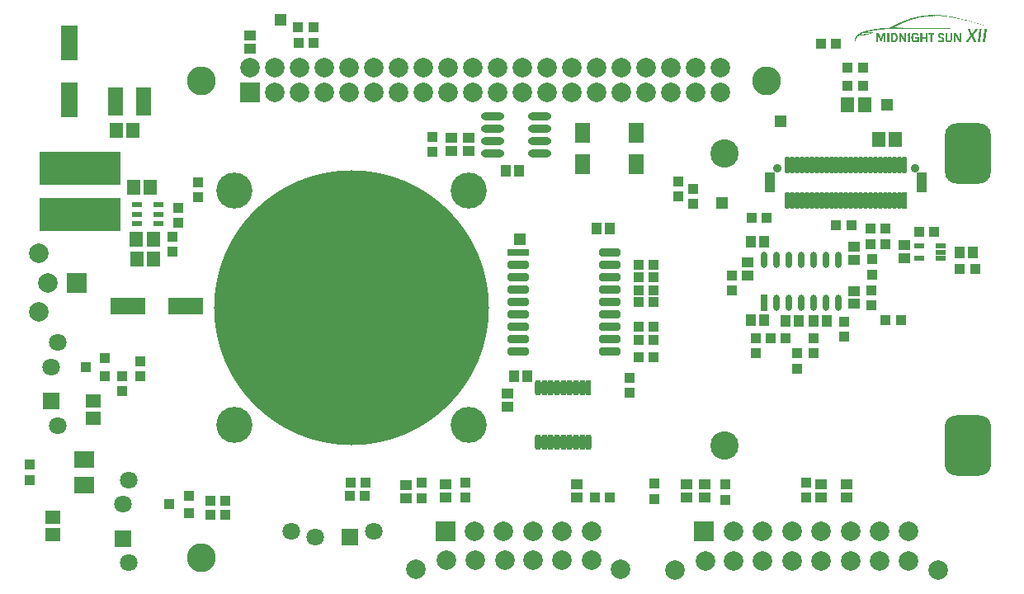
<source format=gts>
G04*
G04 #@! TF.GenerationSoftware,Altium Limited,Altium Designer,19.0.14 (431)*
G04*
G04 Layer_Color=8388736*
%FSLAX25Y25*%
%MOIN*%
G70*
G01*
G75*
%ADD40R,0.04147X0.04147*%
%ADD41R,0.04143X0.04537*%
%ADD42R,0.05918X0.08280*%
%ADD43O,0.09461X0.03162*%
%ADD44R,0.04147X0.04147*%
%ADD45R,0.04537X0.04143*%
%ADD46R,0.06312X0.05328*%
%ADD47R,0.04343X0.03950*%
%ADD48R,0.14383X0.06902*%
%ADD49R,0.04147X0.02178*%
%ADD50R,0.33084X0.13792*%
%ADD51R,0.02375X0.06115*%
G04:AMPARAMS|DCode=52|XSize=23.75mil|YSize=61.15mil|CornerRadius=7.94mil|HoleSize=0mil|Usage=FLASHONLY|Rotation=0.000|XOffset=0mil|YOffset=0mil|HoleType=Round|Shape=RoundedRectangle|*
%AMROUNDEDRECTD52*
21,1,0.02375,0.04528,0,0,0.0*
21,1,0.00787,0.06115,0,0,0.0*
1,1,0.01587,0.00394,-0.02264*
1,1,0.01587,-0.00394,-0.02264*
1,1,0.01587,-0.00394,0.02264*
1,1,0.01587,0.00394,0.02264*
%
%ADD52ROUNDEDRECTD52*%
%ADD53R,0.03950X0.07887*%
%ADD54R,0.01981X0.07099*%
%ADD55O,0.01981X0.07099*%
%ADD56R,0.06902X0.14383*%
%ADD57R,0.04737X0.04737*%
G04:AMPARAMS|DCode=58|XSize=31.62mil|YSize=86.74mil|CornerRadius=9.91mil|HoleSize=0mil|Usage=FLASHONLY|Rotation=270.000|XOffset=0mil|YOffset=0mil|HoleType=Round|Shape=RoundedRectangle|*
%AMROUNDEDRECTD58*
21,1,0.03162,0.06693,0,0,270.0*
21,1,0.01181,0.08674,0,0,270.0*
1,1,0.01981,-0.03347,-0.00591*
1,1,0.01981,-0.03347,0.00591*
1,1,0.01981,0.03347,0.00591*
1,1,0.01981,0.03347,-0.00591*
%
%ADD58ROUNDEDRECTD58*%
%ADD59R,0.08674X0.03162*%
%ADD60R,0.05328X0.06312*%
%ADD61R,0.08083X0.06706*%
%ADD62R,0.03950X0.03950*%
%ADD63R,0.05918X0.11430*%
%ADD64R,0.02572X0.06509*%
%ADD65O,0.02572X0.06509*%
G04:AMPARAMS|DCode=66|XSize=185.17mil|YSize=244.22mil|CornerRadius=48.29mil|HoleSize=0mil|Usage=FLASHONLY|Rotation=0.000|XOffset=0mil|YOffset=0mil|HoleType=Round|Shape=RoundedRectangle|*
%AMROUNDEDRECTD66*
21,1,0.18517,0.14764,0,0,0.0*
21,1,0.08858,0.24422,0,0,0.0*
1,1,0.09658,0.04429,-0.07382*
1,1,0.09658,-0.04429,-0.07382*
1,1,0.09658,-0.04429,0.07382*
1,1,0.09658,0.04429,0.07382*
%
%ADD66ROUNDEDRECTD66*%
G04:AMPARAMS|DCode=67|XSize=189.1mil|YSize=244.22mil|CornerRadius=49.28mil|HoleSize=0mil|Usage=FLASHONLY|Rotation=0.000|XOffset=0mil|YOffset=0mil|HoleType=Round|Shape=RoundedRectangle|*
%AMROUNDEDRECTD67*
21,1,0.18910,0.14567,0,0,0.0*
21,1,0.09055,0.24422,0,0,0.0*
1,1,0.09855,0.04528,-0.07284*
1,1,0.09855,-0.04528,-0.07284*
1,1,0.09855,-0.04528,0.07284*
1,1,0.09855,0.04528,0.07284*
%
%ADD67ROUNDEDRECTD67*%
%ADD68R,0.07099X0.07099*%
%ADD69C,0.07099*%
%ADD70R,0.07887X0.07887*%
%ADD71C,0.07887*%
%ADD72C,0.03556*%
%ADD73C,1.11036*%
%ADD74C,0.14580*%
%ADD75R,0.07099X0.07099*%
%ADD76R,0.07887X0.07887*%
%ADD77C,0.11627*%
%ADD78C,0.11430*%
G36*
X370935Y233164D02*
X371175D01*
Y233116D01*
X371222D01*
Y233164D01*
X371270D01*
Y233116D01*
X371318D01*
Y233164D01*
X371366D01*
Y233116D01*
X371414D01*
Y233164D01*
X371462D01*
Y233116D01*
X371509D01*
Y233164D01*
X371557D01*
Y233116D01*
X372083D01*
Y233068D01*
X372131D01*
Y233116D01*
X372179D01*
Y233068D01*
X372227D01*
Y233116D01*
X372275D01*
Y233068D01*
X372418D01*
Y233020D01*
X372466D01*
Y233068D01*
X372514D01*
Y233020D01*
X372562D01*
Y233068D01*
X372610D01*
Y233020D01*
X373040D01*
Y232973D01*
X373088D01*
Y233020D01*
X373136D01*
Y232973D01*
X373184D01*
Y233020D01*
X373232D01*
Y232973D01*
X373280D01*
Y232925D01*
X373327D01*
Y232973D01*
X373375D01*
Y232925D01*
X373423D01*
Y232973D01*
X373471D01*
Y232925D01*
X373806D01*
Y232877D01*
X373854D01*
Y232925D01*
X373902D01*
Y232877D01*
X373949D01*
Y232829D01*
X373997D01*
Y232877D01*
X374045D01*
Y232829D01*
X374093D01*
Y232877D01*
X374141D01*
Y232829D01*
X374476D01*
Y232781D01*
X374523D01*
Y232829D01*
X374571D01*
Y232781D01*
X374619D01*
Y232733D01*
X374667D01*
Y232781D01*
X374715D01*
Y232733D01*
X374763D01*
Y232781D01*
X374811D01*
Y232733D01*
X375050D01*
Y232686D01*
X375098D01*
Y232733D01*
X375146D01*
Y232686D01*
X375289D01*
Y232638D01*
X375624D01*
Y232590D01*
X375672D01*
Y232638D01*
X375720D01*
Y232590D01*
X375767D01*
Y232542D01*
X375815D01*
Y232590D01*
X375863D01*
Y232542D01*
X376102D01*
Y232494D01*
X376150D01*
Y232542D01*
X376198D01*
Y232494D01*
X376246D01*
Y232446D01*
X376294D01*
Y232494D01*
X376342D01*
Y232446D01*
X376581D01*
Y232399D01*
X376629D01*
Y232446D01*
X376677D01*
Y232399D01*
X376724D01*
Y232351D01*
X376772D01*
Y232399D01*
X376820D01*
Y232351D01*
X376868D01*
Y232399D01*
X376916D01*
Y232351D01*
X377059D01*
Y232303D01*
X377107D01*
Y232351D01*
X377155D01*
Y232303D01*
X377203D01*
Y232255D01*
X377251D01*
Y232303D01*
X377298D01*
Y232255D01*
X377538D01*
Y232207D01*
X377586D01*
Y232255D01*
X377633D01*
Y232207D01*
X377681D01*
Y232159D01*
X377729D01*
Y232207D01*
X377777D01*
Y232159D01*
X378016D01*
Y232112D01*
X378064D01*
Y232159D01*
X378112D01*
Y232112D01*
X378160D01*
Y232064D01*
X378399D01*
Y232016D01*
X378447D01*
Y232064D01*
X378495D01*
Y232016D01*
X378542D01*
Y231968D01*
X378590D01*
Y232016D01*
X378638D01*
Y231968D01*
X378782D01*
Y231920D01*
X378829D01*
Y231968D01*
X378877D01*
Y231920D01*
X378925D01*
Y231872D01*
X378973D01*
Y231920D01*
X379021D01*
Y231872D01*
X379260D01*
Y231824D01*
X379308D01*
Y231872D01*
X379356D01*
Y231824D01*
X379403D01*
Y231777D01*
X379643D01*
Y231729D01*
X379786D01*
Y231681D01*
X379834D01*
Y231729D01*
X379882D01*
Y231681D01*
X380026D01*
Y231633D01*
X380073D01*
Y231681D01*
X380121D01*
Y231633D01*
X380169D01*
Y231585D01*
X380217D01*
Y231633D01*
X380265D01*
Y231585D01*
X380408D01*
Y231537D01*
X380456D01*
Y231585D01*
X380504D01*
Y231537D01*
X380552D01*
Y231489D01*
X380600D01*
Y231537D01*
X380647D01*
Y231489D01*
X380791D01*
Y231442D01*
X380839D01*
Y231489D01*
X380887D01*
Y231442D01*
X380935D01*
Y231394D01*
X380982D01*
Y231442D01*
X381030D01*
Y231394D01*
X381174D01*
Y231346D01*
X381222D01*
Y231394D01*
X381269D01*
Y231346D01*
X381317D01*
Y231298D01*
X381365D01*
Y231346D01*
X381413D01*
Y231298D01*
X381557D01*
Y231250D01*
X381604D01*
Y231298D01*
X381652D01*
Y231250D01*
X381700D01*
Y231203D01*
X381939D01*
Y231155D01*
X381987D01*
Y231107D01*
X382035D01*
Y231155D01*
X382083D01*
Y231107D01*
X382322D01*
Y231059D01*
X382466D01*
Y231011D01*
X382609D01*
Y230963D01*
X382657D01*
Y231011D01*
X382705D01*
Y230963D01*
X382753D01*
Y230915D01*
X382992D01*
Y230868D01*
X383135D01*
Y230820D01*
X383375D01*
Y230772D01*
X383422D01*
Y230724D01*
X383470D01*
Y230772D01*
X383518D01*
Y230724D01*
X383662D01*
Y230676D01*
X383709D01*
Y230724D01*
X383757D01*
Y230676D01*
X383805D01*
Y230628D01*
X383949D01*
Y230580D01*
X383997D01*
Y230628D01*
X384044D01*
Y230580D01*
X384092D01*
Y230533D01*
X384140D01*
Y230580D01*
X384188D01*
Y230533D01*
X384331D01*
Y230485D01*
X384475D01*
Y230437D01*
X384618D01*
Y230389D01*
X384666D01*
Y230437D01*
X384714D01*
Y230389D01*
X384762D01*
Y230341D01*
X384810D01*
Y230389D01*
X384858D01*
Y230341D01*
X385001D01*
Y230293D01*
X385049D01*
Y230341D01*
X385097D01*
Y230293D01*
X385145D01*
Y230246D01*
X385288D01*
Y230198D01*
X385336D01*
Y230246D01*
X385384D01*
Y230198D01*
X385432D01*
Y230150D01*
X385671D01*
Y230102D01*
X385719D01*
Y230054D01*
X385767D01*
Y230102D01*
X385815D01*
Y230054D01*
X385958D01*
Y230006D01*
X386102D01*
Y229959D01*
X386341D01*
Y229911D01*
X386484D01*
Y229863D01*
X386628D01*
Y229815D01*
X386676D01*
Y229863D01*
X386724D01*
Y229815D01*
X386771D01*
Y229767D01*
X386915D01*
Y229719D01*
X386963D01*
Y229767D01*
X387011D01*
Y229719D01*
X387058D01*
Y229672D01*
X387298D01*
Y229624D01*
X387346D01*
Y229576D01*
X387393D01*
Y229624D01*
X387441D01*
Y229576D01*
X387585D01*
Y229528D01*
X387728D01*
Y229480D01*
X387872D01*
Y229432D01*
X387920D01*
Y229480D01*
X387967D01*
Y229432D01*
X388015D01*
Y229384D01*
X388063D01*
Y229432D01*
X388111D01*
Y229384D01*
X388255D01*
Y229337D01*
X388398D01*
Y229289D01*
X388542D01*
Y229241D01*
X388685D01*
Y229193D01*
X388829D01*
Y229145D01*
X388877D01*
Y229193D01*
X388924D01*
Y229145D01*
X388972D01*
Y229097D01*
X389116D01*
Y229049D01*
X389164D01*
Y229002D01*
X389116D01*
Y229049D01*
X388972D01*
Y229097D01*
X388829D01*
Y229145D01*
X388781D01*
Y229097D01*
X388733D01*
Y229145D01*
X388685D01*
Y229193D01*
X388637D01*
Y229145D01*
X388590D01*
Y229193D01*
X388542D01*
Y229241D01*
X388494D01*
Y229193D01*
X388446D01*
Y229241D01*
X388302D01*
Y229289D01*
X388159D01*
Y229337D01*
X388015D01*
Y229384D01*
X387967D01*
Y229337D01*
X387920D01*
Y229384D01*
X387872D01*
Y229432D01*
X387633D01*
Y229480D01*
X387489D01*
Y229528D01*
X387346D01*
Y229576D01*
X387298D01*
Y229528D01*
X387250D01*
Y229576D01*
X387202D01*
Y229624D01*
X387154D01*
Y229576D01*
X387106D01*
Y229624D01*
X386963D01*
Y229672D01*
X386819D01*
Y229719D01*
X386580D01*
Y229767D01*
X386532D01*
Y229815D01*
X386484D01*
Y229767D01*
X386437D01*
Y229815D01*
X386293D01*
Y229863D01*
X386150D01*
Y229911D01*
X386006D01*
Y229959D01*
X385958D01*
Y229911D01*
X385910D01*
Y229959D01*
X385862D01*
Y230006D01*
X385815D01*
Y229959D01*
X385767D01*
Y230006D01*
X385623D01*
Y230054D01*
X385575D01*
Y230006D01*
X385527D01*
Y230054D01*
X385480D01*
Y230102D01*
X385240D01*
Y230150D01*
X385097D01*
Y230198D01*
X384953D01*
Y230246D01*
X384906D01*
Y230198D01*
X384858D01*
Y230246D01*
X384810D01*
Y230293D01*
X384762D01*
Y230246D01*
X384714D01*
Y230293D01*
X384475D01*
Y230341D01*
X384427D01*
Y230389D01*
X384379D01*
Y230341D01*
X384331D01*
Y230389D01*
X384188D01*
Y230437D01*
X384044D01*
Y230485D01*
X383997D01*
Y230437D01*
X383949D01*
Y230485D01*
X383805D01*
Y230533D01*
X383757D01*
Y230580D01*
X383709D01*
Y230533D01*
X383757D01*
Y230485D01*
X383709D01*
Y230533D01*
X383662D01*
Y230580D01*
X383422D01*
Y230628D01*
X383279D01*
Y230676D01*
X383040D01*
Y230724D01*
X382992D01*
Y230772D01*
X382944D01*
Y230724D01*
X382992D01*
Y230676D01*
X382944D01*
Y230724D01*
X382896D01*
Y230772D01*
X382657D01*
Y230820D01*
X382513D01*
Y230868D01*
X382370D01*
Y230915D01*
X382322D01*
Y230868D01*
X382274D01*
Y230915D01*
X382226D01*
Y230963D01*
X382178D01*
Y230915D01*
X382131D01*
Y230963D01*
X381891D01*
Y231011D01*
X381748D01*
Y231059D01*
X381509D01*
Y231107D01*
X381461D01*
Y231155D01*
X381413D01*
Y231107D01*
X381461D01*
Y231059D01*
X381413D01*
Y231107D01*
X381365D01*
Y231155D01*
X381126D01*
Y231203D01*
X380982D01*
Y231250D01*
X380935D01*
Y231203D01*
X380887D01*
Y231250D01*
X380743D01*
Y231298D01*
X380695D01*
Y231250D01*
X380647D01*
Y231298D01*
X380600D01*
Y231346D01*
X380360D01*
Y231394D01*
X380312D01*
Y231346D01*
X380265D01*
Y231394D01*
X380217D01*
Y231442D01*
X380169D01*
Y231394D01*
X380121D01*
Y231442D01*
X379882D01*
Y231489D01*
X379738D01*
Y231537D01*
X379499D01*
Y231585D01*
X379451D01*
Y231537D01*
X379403D01*
Y231585D01*
X379356D01*
Y231633D01*
X379308D01*
Y231585D01*
X379260D01*
Y231633D01*
X379117D01*
Y231681D01*
X379069D01*
Y231633D01*
X379021D01*
Y231681D01*
X378973D01*
Y231729D01*
X378925D01*
Y231681D01*
X378973D01*
Y231633D01*
X378925D01*
Y231681D01*
X378877D01*
Y231729D01*
X378638D01*
Y231777D01*
X378590D01*
Y231729D01*
X378542D01*
Y231777D01*
X378495D01*
Y231824D01*
X378447D01*
Y231777D01*
X378399D01*
Y231824D01*
X378160D01*
Y231872D01*
X378112D01*
Y231824D01*
X378064D01*
Y231872D01*
X378016D01*
Y231920D01*
X377968D01*
Y231872D01*
X377920D01*
Y231920D01*
X377681D01*
Y231968D01*
X377538D01*
Y232016D01*
X377490D01*
Y231968D01*
X377442D01*
Y232016D01*
X377203D01*
Y232064D01*
X377059D01*
Y232112D01*
X377011D01*
Y232064D01*
X376963D01*
Y232112D01*
X376724D01*
Y232159D01*
X376677D01*
Y232112D01*
X376629D01*
Y232159D01*
X376581D01*
Y232207D01*
X376533D01*
Y232159D01*
X376485D01*
Y232207D01*
X376246D01*
Y232255D01*
X376198D01*
Y232207D01*
X376150D01*
Y232255D01*
X376102D01*
Y232303D01*
X376055D01*
Y232255D01*
X376102D01*
Y232207D01*
X376055D01*
Y232255D01*
X376007D01*
Y232303D01*
X375959D01*
Y232255D01*
X375911D01*
Y232303D01*
X375672D01*
Y232351D01*
X375624D01*
Y232303D01*
X375576D01*
Y232351D01*
X375432D01*
Y232399D01*
X375385D01*
Y232351D01*
X375337D01*
Y232399D01*
X375098D01*
Y232446D01*
X375050D01*
Y232399D01*
X375002D01*
Y232446D01*
X374954D01*
Y232399D01*
X374906D01*
Y232446D01*
X374858D01*
Y232494D01*
X374811D01*
Y232446D01*
X374763D01*
Y232494D01*
X374715D01*
Y232446D01*
X374667D01*
Y232494D01*
X374428D01*
Y232542D01*
X374380D01*
Y232494D01*
X374332D01*
Y232542D01*
X374284D01*
Y232494D01*
X374236D01*
Y232542D01*
X374093D01*
Y232590D01*
X374045D01*
Y232542D01*
X373997D01*
Y232590D01*
X373662D01*
Y232638D01*
X373615D01*
Y232590D01*
X373567D01*
Y232638D01*
X373519D01*
Y232590D01*
X373471D01*
Y232638D01*
X373423D01*
Y232686D01*
X373375D01*
Y232638D01*
X373327D01*
Y232686D01*
X373280D01*
Y232638D01*
X373232D01*
Y232686D01*
X372705D01*
Y232733D01*
X372658D01*
Y232686D01*
X372610D01*
Y232733D01*
X372562D01*
Y232686D01*
X372514D01*
Y232733D01*
X372371D01*
Y232781D01*
X372323D01*
Y232733D01*
X372179D01*
Y232781D01*
X372131D01*
Y232733D01*
X372083D01*
Y232781D01*
X372036D01*
Y232733D01*
X371988D01*
Y232781D01*
X371940D01*
Y232733D01*
X371892D01*
Y232781D01*
X371844D01*
Y232733D01*
X371796D01*
Y232781D01*
X371749D01*
Y232733D01*
X371701D01*
Y232781D01*
X371557D01*
Y232733D01*
X371509D01*
Y232781D01*
X369835D01*
Y232733D01*
X369787D01*
Y232781D01*
X369643D01*
Y232733D01*
X369596D01*
Y232781D01*
X369548D01*
Y232733D01*
X369500D01*
Y232781D01*
X369452D01*
Y232733D01*
X369404D01*
Y232781D01*
X369356D01*
Y232733D01*
X369309D01*
Y232781D01*
X369261D01*
Y232733D01*
X369213D01*
Y232781D01*
X369165D01*
Y232733D01*
X369117D01*
Y232781D01*
X369069D01*
Y232733D01*
X369022D01*
Y232781D01*
X368974D01*
Y232733D01*
X368926D01*
Y232781D01*
X368878D01*
Y232733D01*
X368734D01*
Y232686D01*
X368687D01*
Y232733D01*
X368543D01*
Y232686D01*
X368495D01*
Y232733D01*
X368447D01*
Y232686D01*
X368400D01*
Y232733D01*
X368352D01*
Y232686D01*
X368304D01*
Y232733D01*
X368256D01*
Y232686D01*
X368208D01*
Y232733D01*
X368160D01*
Y232686D01*
X368112D01*
Y232733D01*
X368065D01*
Y232686D01*
X367443D01*
Y232638D01*
X367395D01*
Y232686D01*
X367347D01*
Y232638D01*
X367299D01*
Y232686D01*
X367251D01*
Y232638D01*
X367203D01*
Y232686D01*
X367156D01*
Y232638D01*
X367108D01*
Y232686D01*
X367060D01*
Y232638D01*
X367108D01*
Y232590D01*
X367060D01*
Y232638D01*
X367012D01*
Y232590D01*
X366964D01*
Y232638D01*
X366916D01*
Y232590D01*
X366869D01*
Y232638D01*
X366821D01*
Y232590D01*
X366390D01*
Y232542D01*
X366342D01*
Y232590D01*
X366294D01*
Y232542D01*
X366247D01*
Y232590D01*
X366199D01*
Y232542D01*
X366055D01*
Y232494D01*
X366007D01*
Y232542D01*
X365960D01*
Y232494D01*
X365912D01*
Y232542D01*
X365864D01*
Y232494D01*
X365816D01*
Y232542D01*
X365768D01*
Y232494D01*
X365433D01*
Y232446D01*
X365385D01*
Y232494D01*
X365338D01*
Y232446D01*
X365290D01*
Y232494D01*
X365242D01*
Y232446D01*
X365194D01*
Y232494D01*
X365146D01*
Y232446D01*
X365194D01*
Y232399D01*
X365146D01*
Y232446D01*
X365098D01*
Y232399D01*
X365051D01*
Y232446D01*
X365003D01*
Y232399D01*
X364668D01*
Y232351D01*
X364620D01*
Y232399D01*
X364572D01*
Y232351D01*
X364524D01*
Y232399D01*
X364476D01*
Y232351D01*
X364428D01*
Y232303D01*
X364381D01*
Y232351D01*
X364333D01*
Y232303D01*
X364285D01*
Y232351D01*
X364237D01*
Y232303D01*
X363998D01*
Y232255D01*
X363950D01*
Y232303D01*
X363902D01*
Y232255D01*
X363854D01*
Y232207D01*
X363807D01*
Y232255D01*
X363759D01*
Y232207D01*
X363520D01*
Y232159D01*
X363472D01*
Y232207D01*
X363424D01*
Y232159D01*
X363376D01*
Y232207D01*
X363328D01*
Y232159D01*
X363280D01*
Y232112D01*
X363232D01*
Y232159D01*
X363185D01*
Y232112D01*
X362945D01*
Y232064D01*
X362898D01*
Y232112D01*
X362850D01*
Y232064D01*
X362898D01*
Y232016D01*
X362850D01*
Y232064D01*
X362802D01*
Y232016D01*
X362754D01*
Y232064D01*
X362706D01*
Y232016D01*
X362563D01*
Y231968D01*
X362515D01*
Y232016D01*
X362467D01*
Y231968D01*
X362419D01*
Y231920D01*
X362371D01*
Y231968D01*
X362323D01*
Y231920D01*
X362084D01*
Y231872D01*
X362036D01*
Y231824D01*
X361988D01*
Y231872D01*
X361941D01*
Y231824D01*
X361797D01*
Y231777D01*
X361654D01*
Y231729D01*
X361606D01*
Y231777D01*
X361558D01*
Y231729D01*
X361414D01*
Y231681D01*
X361367D01*
Y231729D01*
X361319D01*
Y231681D01*
X361367D01*
Y231633D01*
X361319D01*
Y231681D01*
X361271D01*
Y231633D01*
X361127D01*
Y231585D01*
X361080D01*
Y231633D01*
X361032D01*
Y231585D01*
X360984D01*
Y231537D01*
X360745D01*
Y231489D01*
X360697D01*
Y231442D01*
X360553D01*
Y231394D01*
X360505D01*
Y231442D01*
X360457D01*
Y231394D01*
X360410D01*
Y231346D01*
X360171D01*
Y231298D01*
X360123D01*
Y231250D01*
X359883D01*
Y231203D01*
X359836D01*
Y231155D01*
X359596D01*
Y231107D01*
X359548D01*
Y231059D01*
X359405D01*
Y231011D01*
X359357D01*
Y231059D01*
X359309D01*
Y231011D01*
X359261D01*
Y230963D01*
X359118D01*
Y230915D01*
X359070D01*
Y230963D01*
X359022D01*
Y230915D01*
X359070D01*
Y230868D01*
X359022D01*
Y230915D01*
X358974D01*
Y230868D01*
X358831D01*
Y230820D01*
X358783D01*
Y230772D01*
X358735D01*
Y230820D01*
X358687D01*
Y230772D01*
X358544D01*
Y230724D01*
X358496D01*
Y230676D01*
X358352D01*
Y230628D01*
X358209D01*
Y230580D01*
X358065D01*
Y230533D01*
X358017D01*
Y230485D01*
X357874D01*
Y230437D01*
X357826D01*
Y230485D01*
X357778D01*
Y230437D01*
X357731D01*
Y230389D01*
X357587D01*
Y230341D01*
X357539D01*
Y230293D01*
X357491D01*
Y230341D01*
X357443D01*
Y230293D01*
X357396D01*
Y230246D01*
X357252D01*
Y230198D01*
X357108D01*
Y230150D01*
X357061D01*
Y230102D01*
X356917D01*
Y230054D01*
X356869D01*
Y230102D01*
X356821D01*
Y230054D01*
X356774D01*
Y230006D01*
X356630D01*
Y229959D01*
X356582D01*
Y229911D01*
X356439D01*
Y229863D01*
X356391D01*
Y229815D01*
X356247D01*
Y229767D01*
X356200D01*
Y229815D01*
X356152D01*
Y229767D01*
X356200D01*
Y229719D01*
X356152D01*
Y229767D01*
X356104D01*
Y229719D01*
X356056D01*
Y229672D01*
X355912D01*
Y229624D01*
X355769D01*
Y229576D01*
X355721D01*
Y229528D01*
X355673D01*
Y229480D01*
X355625D01*
Y229528D01*
X355577D01*
Y229480D01*
X355530D01*
Y229432D01*
X355386D01*
Y229384D01*
X355338D01*
Y229337D01*
X355195D01*
Y229289D01*
X355147D01*
Y229241D01*
X355003D01*
Y229193D01*
X354956D01*
Y229145D01*
X354812D01*
Y229097D01*
X354764D01*
Y229049D01*
X354621D01*
Y229002D01*
X354573D01*
Y228954D01*
X354429D01*
Y228906D01*
X354381D01*
Y228858D01*
X354238D01*
Y228810D01*
X354190D01*
Y228763D01*
X354047D01*
Y228715D01*
X353999D01*
Y228667D01*
X353855D01*
Y228619D01*
X353807D01*
Y228571D01*
X353664D01*
Y228523D01*
X353616D01*
Y228475D01*
X353472D01*
Y228428D01*
X353425D01*
Y228380D01*
X353281D01*
Y228332D01*
X353233D01*
Y228284D01*
X353090D01*
Y228236D01*
X353042D01*
Y228188D01*
X352994D01*
Y228140D01*
X353042D01*
Y228093D01*
X353090D01*
Y228045D01*
X353137D01*
Y228093D01*
X353377D01*
Y228140D01*
X353425D01*
Y228093D01*
X353472D01*
Y228045D01*
X353520D01*
Y228093D01*
X353568D01*
Y228140D01*
X353616D01*
Y228093D01*
X353760D01*
Y228140D01*
X353807D01*
Y228093D01*
X353855D01*
Y228045D01*
X353903D01*
Y228093D01*
X354047D01*
Y228045D01*
X354094D01*
Y228093D01*
X354238D01*
Y228045D01*
X354286D01*
Y228093D01*
X354334D01*
Y228045D01*
X354381D01*
Y228093D01*
X354429D01*
Y228045D01*
X354477D01*
Y228093D01*
X354621D01*
Y228045D01*
X354668D01*
Y228093D01*
X354716D01*
Y228045D01*
X354764D01*
Y228093D01*
X354812D01*
Y228045D01*
X354860D01*
Y228093D01*
X354908D01*
Y228045D01*
X354956D01*
Y228093D01*
X355003D01*
Y228045D01*
X355051D01*
Y228093D01*
X355099D01*
Y228045D01*
X355147D01*
Y228093D01*
X355195D01*
Y228045D01*
X355243D01*
Y228093D01*
X355291D01*
Y228045D01*
X355338D01*
Y228093D01*
X355386D01*
Y228045D01*
X355434D01*
Y228093D01*
X355482D01*
Y228045D01*
X355530D01*
Y228093D01*
X355577D01*
Y228045D01*
X355625D01*
Y228093D01*
X355673D01*
Y228045D01*
X355721D01*
Y228093D01*
X355769D01*
Y228045D01*
X355817D01*
Y228093D01*
X355865D01*
Y228045D01*
X355912D01*
Y228093D01*
X355960D01*
Y228045D01*
X356008D01*
Y228093D01*
X356056D01*
Y228045D01*
X356104D01*
Y228093D01*
X356152D01*
Y228045D01*
X356200D01*
Y228093D01*
X356247D01*
Y228045D01*
X356295D01*
Y228093D01*
X356343D01*
Y228045D01*
X356487D01*
Y228093D01*
X356534D01*
Y228045D01*
X356678D01*
Y228093D01*
X356726D01*
Y228045D01*
X356869D01*
Y228093D01*
X356917D01*
Y228045D01*
X360218D01*
Y227997D01*
X360266D01*
Y228045D01*
X360314D01*
Y227997D01*
X360362D01*
Y228045D01*
X360410D01*
Y227997D01*
X360457D01*
Y228045D01*
X360505D01*
Y227997D01*
X360553D01*
Y228045D01*
X360601D01*
Y227997D01*
X360649D01*
Y228045D01*
X360697D01*
Y227997D01*
X360745D01*
Y228045D01*
X360888D01*
Y227997D01*
X360936D01*
Y228045D01*
X360984D01*
Y227997D01*
X361032D01*
Y228045D01*
X361080D01*
Y227997D01*
X361127D01*
Y228045D01*
X361175D01*
Y227997D01*
X361223D01*
Y228045D01*
X361271D01*
Y227997D01*
X361319D01*
Y228045D01*
X361367D01*
Y227997D01*
X361414D01*
Y228045D01*
X361462D01*
Y227997D01*
X361510D01*
Y228045D01*
X361558D01*
Y227997D01*
X361606D01*
Y228045D01*
X361654D01*
Y227997D01*
X361701D01*
Y228045D01*
X361749D01*
Y227997D01*
X361797D01*
Y228045D01*
X361845D01*
Y227997D01*
X361893D01*
Y228045D01*
X361941D01*
Y227997D01*
X361988D01*
Y228045D01*
X362036D01*
Y227997D01*
X362084D01*
Y228045D01*
X362132D01*
Y227997D01*
X362180D01*
Y228045D01*
X362228D01*
Y227997D01*
X362276D01*
Y228045D01*
X362323D01*
Y227997D01*
X362371D01*
Y228045D01*
X362419D01*
Y227997D01*
X362467D01*
Y228045D01*
X362515D01*
Y227997D01*
X362563D01*
Y228045D01*
X362611D01*
Y227997D01*
X362658D01*
Y228045D01*
X362706D01*
Y227997D01*
X362754D01*
Y228045D01*
X362802D01*
Y227997D01*
X362850D01*
Y228045D01*
X362898D01*
Y227997D01*
X363041D01*
Y228045D01*
X363089D01*
Y227997D01*
X363232D01*
Y228045D01*
X363280D01*
Y227997D01*
X363424D01*
Y228045D01*
X363472D01*
Y227997D01*
X363615D01*
Y228045D01*
X363663D01*
Y227997D01*
X363807D01*
Y228045D01*
X363854D01*
Y227997D01*
X363998D01*
Y228045D01*
X364046D01*
Y227997D01*
X364189D01*
Y228045D01*
X364237D01*
Y227997D01*
X364381D01*
Y228045D01*
X364428D01*
Y227997D01*
X364572D01*
Y228045D01*
X364620D01*
Y227997D01*
X364763D01*
Y228045D01*
X364811D01*
Y227997D01*
X364955D01*
Y228045D01*
X365003D01*
Y227997D01*
X365146D01*
Y228045D01*
X365194D01*
Y227997D01*
X365242D01*
Y228045D01*
X365290D01*
Y227997D01*
X365338D01*
Y228045D01*
X365385D01*
Y227997D01*
X365433D01*
Y228045D01*
X365481D01*
Y227997D01*
X365529D01*
Y228045D01*
X365577D01*
Y227997D01*
X365625D01*
Y228045D01*
X365672D01*
Y227997D01*
X365720D01*
Y228045D01*
X365768D01*
Y227997D01*
X365816D01*
Y228045D01*
X365864D01*
Y227997D01*
X365912D01*
Y228045D01*
X365960D01*
Y227997D01*
X366007D01*
Y228045D01*
X366055D01*
Y227997D01*
X366103D01*
Y228045D01*
X366151D01*
Y227997D01*
X366199D01*
Y228045D01*
X366247D01*
Y227997D01*
X366294D01*
Y228045D01*
X366342D01*
Y227997D01*
X366390D01*
Y228045D01*
X366438D01*
Y227997D01*
X366486D01*
Y228045D01*
X366534D01*
Y227997D01*
X366582D01*
Y228045D01*
X366629D01*
Y227997D01*
X366677D01*
Y228045D01*
X366725D01*
Y227997D01*
X366773D01*
Y228045D01*
X366821D01*
Y227997D01*
X366869D01*
Y228045D01*
X366916D01*
Y227997D01*
X366964D01*
Y228045D01*
X367012D01*
Y227997D01*
X367060D01*
Y228045D01*
X367108D01*
Y227997D01*
X367156D01*
Y228045D01*
X367203D01*
Y227997D01*
X367251D01*
Y228045D01*
X367299D01*
Y227997D01*
X367347D01*
Y228045D01*
X367395D01*
Y227997D01*
X367443D01*
Y228045D01*
X367491D01*
Y227997D01*
X367538D01*
Y228045D01*
X367586D01*
Y227997D01*
X367634D01*
Y228045D01*
X367682D01*
Y227997D01*
X367730D01*
Y228045D01*
X367778D01*
Y227997D01*
X367825D01*
Y228045D01*
X367873D01*
Y227997D01*
X367921D01*
Y228045D01*
X367969D01*
Y227997D01*
X368017D01*
Y228045D01*
X368065D01*
Y227997D01*
X368112D01*
Y228045D01*
X368160D01*
Y227997D01*
X368208D01*
Y228045D01*
X368256D01*
Y227997D01*
X368304D01*
Y228045D01*
X368352D01*
Y227997D01*
X368400D01*
Y228045D01*
X368447D01*
Y227997D01*
X368495D01*
Y228045D01*
X368543D01*
Y227997D01*
X368591D01*
Y228045D01*
X368639D01*
Y227997D01*
X368687D01*
Y228045D01*
X368734D01*
Y227997D01*
X368782D01*
Y228045D01*
X368830D01*
Y227997D01*
X368878D01*
Y228045D01*
X368926D01*
Y227997D01*
X368974D01*
Y228045D01*
X369022D01*
Y227997D01*
X369069D01*
Y228045D01*
X369117D01*
Y227997D01*
X369165D01*
Y228045D01*
X369213D01*
Y227997D01*
X369261D01*
Y228045D01*
X369309D01*
Y227997D01*
X369356D01*
Y228045D01*
X369404D01*
Y227997D01*
X369452D01*
Y228045D01*
X369500D01*
Y227997D01*
X369548D01*
Y228045D01*
X369596D01*
Y227997D01*
X369643D01*
Y228045D01*
X369691D01*
Y227997D01*
X369739D01*
Y228045D01*
X369787D01*
Y227997D01*
X369835D01*
Y228045D01*
X369883D01*
Y227997D01*
X369931D01*
Y228045D01*
X369978D01*
Y227997D01*
X370026D01*
Y228045D01*
X370074D01*
Y227997D01*
X370122D01*
Y228045D01*
X370170D01*
Y227997D01*
X370218D01*
Y228045D01*
X370265D01*
Y227997D01*
X370313D01*
Y228045D01*
X370361D01*
Y227997D01*
X370409D01*
Y228045D01*
X370457D01*
Y227997D01*
X370505D01*
Y228045D01*
X370552D01*
Y227997D01*
X370600D01*
Y228045D01*
X370648D01*
Y227997D01*
X370696D01*
Y228045D01*
X370744D01*
Y227997D01*
X370792D01*
Y228045D01*
X370840D01*
Y227997D01*
X370887D01*
Y228045D01*
X370935D01*
Y227997D01*
X370983D01*
Y228045D01*
X371031D01*
Y227997D01*
X371079D01*
Y228045D01*
X371127D01*
Y227997D01*
X371175D01*
Y228045D01*
X371222D01*
Y227997D01*
X371270D01*
Y228045D01*
X371318D01*
Y227997D01*
X371366D01*
Y228045D01*
X371414D01*
Y227997D01*
X371462D01*
Y228045D01*
X371509D01*
Y227997D01*
X371557D01*
Y228045D01*
X371605D01*
Y227997D01*
X371653D01*
Y228045D01*
X371701D01*
Y227997D01*
X371749D01*
Y228045D01*
X371796D01*
Y227997D01*
X371844D01*
Y228045D01*
X371892D01*
Y227997D01*
X371940D01*
Y228045D01*
X371988D01*
Y227997D01*
X372036D01*
Y228045D01*
X372083D01*
Y227997D01*
X372131D01*
Y228045D01*
X372179D01*
Y227997D01*
X372227D01*
Y228045D01*
X372275D01*
Y227997D01*
X372323D01*
Y228045D01*
X372371D01*
Y227997D01*
X372418D01*
Y228045D01*
X372466D01*
Y227997D01*
X372514D01*
Y228045D01*
X372562D01*
Y227997D01*
X372610D01*
Y228045D01*
X372658D01*
Y227997D01*
X372705D01*
Y228045D01*
X372753D01*
Y227997D01*
X372801D01*
Y228045D01*
X372849D01*
Y227997D01*
X372897D01*
Y228045D01*
X372945D01*
Y227997D01*
X372992D01*
Y228045D01*
X373040D01*
Y227997D01*
X373088D01*
Y228045D01*
X373136D01*
Y227997D01*
X373184D01*
Y228045D01*
X373232D01*
Y227997D01*
X373375D01*
Y228045D01*
X373423D01*
Y227997D01*
X373567D01*
Y228045D01*
X373615D01*
Y227997D01*
X373662D01*
Y227949D01*
X373710D01*
Y227997D01*
X373854D01*
Y227949D01*
X373902D01*
Y227997D01*
X373949D01*
Y227949D01*
X373997D01*
Y227997D01*
X374045D01*
Y227949D01*
X374093D01*
Y227997D01*
X374141D01*
Y227949D01*
X374189D01*
Y227997D01*
X374236D01*
Y227949D01*
X374284D01*
Y227997D01*
X374332D01*
Y227949D01*
X374380D01*
Y227997D01*
X374428D01*
Y227949D01*
X374476D01*
Y227997D01*
X374523D01*
Y227949D01*
X374571D01*
Y227997D01*
X374619D01*
Y227949D01*
X374667D01*
Y227997D01*
X374715D01*
Y227949D01*
X374763D01*
Y227997D01*
X374811D01*
Y227949D01*
X374858D01*
Y227997D01*
X374906D01*
Y227949D01*
X374954D01*
Y227997D01*
X375002D01*
Y227949D01*
X375050D01*
Y227997D01*
X375193D01*
Y227949D01*
X375241D01*
Y227997D01*
X375385D01*
Y227949D01*
X375432D01*
Y227997D01*
X375576D01*
Y227949D01*
X375624D01*
Y227997D01*
X375767D01*
Y227949D01*
X375815D01*
Y227997D01*
X375863D01*
Y227949D01*
X375911D01*
Y227997D01*
X375959D01*
Y227949D01*
X376007D01*
Y227997D01*
X376150D01*
Y227949D01*
X376198D01*
Y227997D01*
X376342D01*
Y227949D01*
X376389D01*
Y227997D01*
X376437D01*
Y228045D01*
X376485D01*
Y227997D01*
X376629D01*
Y228045D01*
X376677D01*
Y227997D01*
X376820D01*
Y228045D01*
X376868D01*
Y227997D01*
X377011D01*
Y228045D01*
X377059D01*
Y227997D01*
X377203D01*
Y228045D01*
X377251D01*
Y227997D01*
X377394D01*
Y228045D01*
X377442D01*
Y227997D01*
X377586D01*
Y228045D01*
X377633D01*
Y227997D01*
X377681D01*
Y228045D01*
X377729D01*
Y227997D01*
X377777D01*
Y228045D01*
X377825D01*
Y227997D01*
X377873D01*
Y228045D01*
X377920D01*
Y227997D01*
X377968D01*
Y228045D01*
X378016D01*
Y227997D01*
X378064D01*
Y228045D01*
X378112D01*
Y227997D01*
X378160D01*
Y228045D01*
X378207D01*
Y227997D01*
X378255D01*
Y228045D01*
X378303D01*
Y227997D01*
X378351D01*
Y228045D01*
X379451D01*
Y227997D01*
X378925D01*
Y227949D01*
X378877D01*
Y227997D01*
X378829D01*
Y227949D01*
X378782D01*
Y227997D01*
X378734D01*
Y227949D01*
X378686D01*
Y227997D01*
X378638D01*
Y227949D01*
X378495D01*
Y227901D01*
X378447D01*
Y227949D01*
X378399D01*
Y227901D01*
X378351D01*
Y227949D01*
X378303D01*
Y227901D01*
X378255D01*
Y227949D01*
X378207D01*
Y227901D01*
X378160D01*
Y227949D01*
X378112D01*
Y227901D01*
X377586D01*
Y227853D01*
X377538D01*
Y227901D01*
X377490D01*
Y227853D01*
X377442D01*
Y227901D01*
X377394D01*
Y227853D01*
X377346D01*
Y227901D01*
X377298D01*
Y227853D01*
X377251D01*
Y227901D01*
X377203D01*
Y227853D01*
X377059D01*
Y227806D01*
X377011D01*
Y227853D01*
X376963D01*
Y227806D01*
X376916D01*
Y227853D01*
X376868D01*
Y227806D01*
X376820D01*
Y227853D01*
X376772D01*
Y227806D01*
X376150D01*
Y227758D01*
X376102D01*
Y227806D01*
X376055D01*
Y227758D01*
X376007D01*
Y227806D01*
X375959D01*
Y227758D01*
X375815D01*
Y227806D01*
X375767D01*
Y227758D01*
X375624D01*
Y227710D01*
X375576D01*
Y227758D01*
X375528D01*
Y227710D01*
X375480D01*
Y227758D01*
X375432D01*
Y227710D01*
X375385D01*
Y227758D01*
X375337D01*
Y227710D01*
X375289D01*
Y227758D01*
X375241D01*
Y227710D01*
X374523D01*
Y227662D01*
X374476D01*
Y227710D01*
X374428D01*
Y227662D01*
X374380D01*
Y227710D01*
X374332D01*
Y227662D01*
X374284D01*
Y227710D01*
X374236D01*
Y227662D01*
X374189D01*
Y227710D01*
X374141D01*
Y227662D01*
X374189D01*
Y227614D01*
X374141D01*
Y227662D01*
X373997D01*
Y227614D01*
X373949D01*
Y227662D01*
X373902D01*
Y227614D01*
X373854D01*
Y227662D01*
X373806D01*
Y227614D01*
X373758D01*
Y227662D01*
X373710D01*
Y227614D01*
X373662D01*
Y227662D01*
X373615D01*
Y227614D01*
X373567D01*
Y227662D01*
X373519D01*
Y227614D01*
X372514D01*
Y227566D01*
X372466D01*
Y227614D01*
X372323D01*
Y227566D01*
X372275D01*
Y227614D01*
X372227D01*
Y227566D01*
X372179D01*
Y227614D01*
X372131D01*
Y227566D01*
X372083D01*
Y227614D01*
X372036D01*
Y227566D01*
X371988D01*
Y227614D01*
X371940D01*
Y227566D01*
X371892D01*
Y227614D01*
X371844D01*
Y227566D01*
X371796D01*
Y227614D01*
X371749D01*
Y227566D01*
X371701D01*
Y227614D01*
X371653D01*
Y227566D01*
X371605D01*
Y227614D01*
X371557D01*
Y227566D01*
X371414D01*
Y227614D01*
X371366D01*
Y227566D01*
X371222D01*
Y227519D01*
X371175D01*
Y227566D01*
X370935D01*
Y227519D01*
X370887D01*
Y227566D01*
X370840D01*
Y227519D01*
X370792D01*
Y227566D01*
X370744D01*
Y227519D01*
X370696D01*
Y227566D01*
X370648D01*
Y227519D01*
X370600D01*
Y227566D01*
X370552D01*
Y227519D01*
X370505D01*
Y227566D01*
X370457D01*
Y227519D01*
X370409D01*
Y227566D01*
X370361D01*
Y227519D01*
X370313D01*
Y227566D01*
X370265D01*
Y227519D01*
X370218D01*
Y227566D01*
X370170D01*
Y227519D01*
X370122D01*
Y227566D01*
X370074D01*
Y227519D01*
X370026D01*
Y227566D01*
X369978D01*
Y227519D01*
X369931D01*
Y227566D01*
X369883D01*
Y227519D01*
X369835D01*
Y227566D01*
X369787D01*
Y227519D01*
X369739D01*
Y227566D01*
X369691D01*
Y227519D01*
X369643D01*
Y227566D01*
X369596D01*
Y227519D01*
X369548D01*
Y227566D01*
X369500D01*
Y227519D01*
X369452D01*
Y227566D01*
X369404D01*
Y227519D01*
X369356D01*
Y227566D01*
X369309D01*
Y227519D01*
X369261D01*
Y227566D01*
X369213D01*
Y227519D01*
X369165D01*
Y227566D01*
X369117D01*
Y227519D01*
X369069D01*
Y227566D01*
X369022D01*
Y227519D01*
X368974D01*
Y227566D01*
X368926D01*
Y227519D01*
X368878D01*
Y227566D01*
X368830D01*
Y227519D01*
X368782D01*
Y227566D01*
X368734D01*
Y227519D01*
X368687D01*
Y227566D01*
X368639D01*
Y227519D01*
X368591D01*
Y227566D01*
X368543D01*
Y227519D01*
X368304D01*
Y227566D01*
X368256D01*
Y227519D01*
X367921D01*
Y227566D01*
X367873D01*
Y227519D01*
X361032D01*
Y227566D01*
X360984D01*
Y227519D01*
X360649D01*
Y227566D01*
X360601D01*
Y227519D01*
X360266D01*
Y227566D01*
X360218D01*
Y227519D01*
X360075D01*
Y227566D01*
X360027D01*
Y227519D01*
X359979D01*
Y227566D01*
X359931D01*
Y227519D01*
X359883D01*
Y227566D01*
X359836D01*
Y227519D01*
X359788D01*
Y227566D01*
X359740D01*
Y227519D01*
X359692D01*
Y227566D01*
X359644D01*
Y227519D01*
X359596D01*
Y227566D01*
X359548D01*
Y227519D01*
X359501D01*
Y227566D01*
X359453D01*
Y227519D01*
X359405D01*
Y227566D01*
X359357D01*
Y227519D01*
X359309D01*
Y227566D01*
X359261D01*
Y227519D01*
X359214D01*
Y227566D01*
X359166D01*
Y227519D01*
X359118D01*
Y227566D01*
X359070D01*
Y227519D01*
X359022D01*
Y227566D01*
X358974D01*
Y227519D01*
X358927D01*
Y227566D01*
X358879D01*
Y227519D01*
X358831D01*
Y227566D01*
X358783D01*
Y227519D01*
X358735D01*
Y227566D01*
X358687D01*
Y227519D01*
X358640D01*
Y227566D01*
X358592D01*
Y227519D01*
X358544D01*
Y227566D01*
X358496D01*
Y227519D01*
X358448D01*
Y227566D01*
X358400D01*
Y227519D01*
X358352D01*
Y227566D01*
X358305D01*
Y227519D01*
X358257D01*
Y227566D01*
X358209D01*
Y227519D01*
X358161D01*
Y227566D01*
X358113D01*
Y227519D01*
X358065D01*
Y227566D01*
X358017D01*
Y227519D01*
X357970D01*
Y227566D01*
X357826D01*
Y227519D01*
X357778D01*
Y227566D01*
X357731D01*
Y227519D01*
X357683D01*
Y227566D01*
X357635D01*
Y227519D01*
X357587D01*
Y227566D01*
X357443D01*
Y227519D01*
X357396D01*
Y227566D01*
X357061D01*
Y227519D01*
X357013D01*
Y227566D01*
X356869D01*
Y227614D01*
X356821D01*
Y227566D01*
X356678D01*
Y227614D01*
X356630D01*
Y227566D01*
X356487D01*
Y227614D01*
X356439D01*
Y227566D01*
X356295D01*
Y227614D01*
X356247D01*
Y227566D01*
X356104D01*
Y227614D01*
X356056D01*
Y227566D01*
X356008D01*
Y227614D01*
X355960D01*
Y227566D01*
X355912D01*
Y227614D01*
X355865D01*
Y227566D01*
X355817D01*
Y227614D01*
X355769D01*
Y227566D01*
X355721D01*
Y227614D01*
X355673D01*
Y227566D01*
X355625D01*
Y227614D01*
X355577D01*
Y227566D01*
X355530D01*
Y227614D01*
X355482D01*
Y227566D01*
X355434D01*
Y227614D01*
X355386D01*
Y227566D01*
X355338D01*
Y227614D01*
X355291D01*
Y227566D01*
X355243D01*
Y227614D01*
X355195D01*
Y227566D01*
X355147D01*
Y227614D01*
X355099D01*
Y227566D01*
X355051D01*
Y227614D01*
X355003D01*
Y227566D01*
X354956D01*
Y227614D01*
X354908D01*
Y227566D01*
X354860D01*
Y227614D01*
X354812D01*
Y227566D01*
X354764D01*
Y227614D01*
X354716D01*
Y227566D01*
X354668D01*
Y227614D01*
X354621D01*
Y227566D01*
X354573D01*
Y227614D01*
X354525D01*
Y227566D01*
X354477D01*
Y227614D01*
X354334D01*
Y227566D01*
X354286D01*
Y227614D01*
X354142D01*
Y227566D01*
X354094D01*
Y227614D01*
X353951D01*
Y227566D01*
X353903D01*
Y227614D01*
X353760D01*
Y227566D01*
X353712D01*
Y227614D01*
X353568D01*
Y227566D01*
X353520D01*
Y227614D01*
X353377D01*
Y227566D01*
X353329D01*
Y227614D01*
X353281D01*
Y227566D01*
X353233D01*
Y227614D01*
X353185D01*
Y227566D01*
X353137D01*
Y227614D01*
X353090D01*
Y227566D01*
X353042D01*
Y227614D01*
X352994D01*
Y227566D01*
X352946D01*
Y227614D01*
X352898D01*
Y227566D01*
X352850D01*
Y227614D01*
X352803D01*
Y227566D01*
X352755D01*
Y227614D01*
X352707D01*
Y227566D01*
X352659D01*
Y227614D01*
X352611D01*
Y227566D01*
X352563D01*
Y227614D01*
X352516D01*
Y227566D01*
X352468D01*
Y227614D01*
X352420D01*
Y227566D01*
X352372D01*
Y227614D01*
X352324D01*
Y227566D01*
X352276D01*
Y227614D01*
X352228D01*
Y227566D01*
X352181D01*
Y227614D01*
X352133D01*
Y227566D01*
X352085D01*
Y227614D01*
X352037D01*
Y227566D01*
X351894D01*
Y227614D01*
X351846D01*
Y227566D01*
X351702D01*
Y227614D01*
X351654D01*
Y227566D01*
X351319D01*
Y227519D01*
X351272D01*
Y227566D01*
X351224D01*
Y227519D01*
X351176D01*
Y227566D01*
X351128D01*
Y227519D01*
X351080D01*
Y227566D01*
X351032D01*
Y227519D01*
X350985D01*
Y227566D01*
X350937D01*
Y227519D01*
X350889D01*
Y227566D01*
X350841D01*
Y227519D01*
X350793D01*
Y227566D01*
X350745D01*
Y227519D01*
X350697D01*
Y227566D01*
X350650D01*
Y227519D01*
X349836D01*
Y227471D01*
X349788D01*
Y227519D01*
X349741D01*
Y227471D01*
X349693D01*
Y227519D01*
X349645D01*
Y227471D01*
X349597D01*
Y227519D01*
X349549D01*
Y227471D01*
X349501D01*
Y227519D01*
X349454D01*
Y227471D01*
X349501D01*
Y227423D01*
X349454D01*
Y227471D01*
X349310D01*
Y227423D01*
X349262D01*
Y227471D01*
X349214D01*
Y227423D01*
X348592D01*
Y227375D01*
X348545D01*
Y227423D01*
X348497D01*
Y227375D01*
X348449D01*
Y227423D01*
X348401D01*
Y227375D01*
X348257D01*
Y227327D01*
X348210D01*
Y227375D01*
X348162D01*
Y227327D01*
X348114D01*
Y227375D01*
X348066D01*
Y227327D01*
X348018D01*
Y227375D01*
X347970D01*
Y227327D01*
X347540D01*
Y227279D01*
X347492D01*
Y227327D01*
X347444D01*
Y227279D01*
X347396D01*
Y227327D01*
X347348D01*
Y227279D01*
X347396D01*
Y227231D01*
X347348D01*
Y227279D01*
X347301D01*
Y227231D01*
X347253D01*
Y227279D01*
X347205D01*
Y227231D01*
X347157D01*
Y227279D01*
X347109D01*
Y227231D01*
X346774D01*
Y227184D01*
X346726D01*
Y227231D01*
X346679D01*
Y227184D01*
X346535D01*
Y227136D01*
X346487D01*
Y227184D01*
X346439D01*
Y227136D01*
X346392D01*
Y227184D01*
X346344D01*
Y227136D01*
X346009D01*
Y227088D01*
X345961D01*
Y227136D01*
X345913D01*
Y227088D01*
X345865D01*
Y227136D01*
X345817D01*
Y227088D01*
X345865D01*
Y227040D01*
X345817D01*
Y227088D01*
X345770D01*
Y227040D01*
X345722D01*
Y227088D01*
X345674D01*
Y227040D01*
X345339D01*
Y226992D01*
X345196D01*
Y226944D01*
X345148D01*
Y226992D01*
X345100D01*
Y226944D01*
X345052D01*
Y226992D01*
X345004D01*
Y226944D01*
X344765D01*
Y226897D01*
X344717D01*
Y226944D01*
X344669D01*
Y226897D01*
X344621D01*
Y226849D01*
X344573D01*
Y226897D01*
X344526D01*
Y226849D01*
X344286D01*
Y226801D01*
X344239D01*
Y226849D01*
X344191D01*
Y226801D01*
X344047D01*
Y226753D01*
X343808D01*
Y226705D01*
X343760D01*
Y226753D01*
X343712D01*
Y226705D01*
X343665D01*
Y226657D01*
X343617D01*
Y226705D01*
X343569D01*
Y226657D01*
X343425D01*
Y226609D01*
X343377D01*
Y226657D01*
X343330D01*
Y226609D01*
X343282D01*
Y226657D01*
X343234D01*
Y226609D01*
X343186D01*
Y226562D01*
X342947D01*
Y226514D01*
X342899D01*
Y226562D01*
X342851D01*
Y226514D01*
X342803D01*
Y226466D01*
X342756D01*
Y226514D01*
X342708D01*
Y226466D01*
X342564D01*
Y226418D01*
X342516D01*
Y226466D01*
X342468D01*
Y226418D01*
X342421D01*
Y226370D01*
X342373D01*
Y226418D01*
X342325D01*
Y226370D01*
X342181D01*
Y226322D01*
X342038D01*
Y226275D01*
X341990D01*
Y226322D01*
X341942D01*
Y226275D01*
X341894D01*
Y226227D01*
X342995D01*
Y226179D01*
X343042D01*
Y226227D01*
X343186D01*
Y226179D01*
X343234D01*
Y226227D01*
X343282D01*
Y226179D01*
X343330D01*
Y226227D01*
X343377D01*
Y226179D01*
X343425D01*
Y226227D01*
X343473D01*
Y226179D01*
X343521D01*
Y226227D01*
X343569D01*
Y226179D01*
X343617D01*
Y226227D01*
X343665D01*
Y226179D01*
X343808D01*
Y226227D01*
X343856D01*
Y226179D01*
X343904D01*
Y226131D01*
X343952D01*
Y226179D01*
X344095D01*
Y226131D01*
X344143D01*
Y226179D01*
X344191D01*
Y226131D01*
X344239D01*
Y226179D01*
X344286D01*
Y226131D01*
X344334D01*
Y226179D01*
X344382D01*
Y226131D01*
X344430D01*
Y226179D01*
X344478D01*
Y226131D01*
X344621D01*
Y226083D01*
X344478D01*
Y226035D01*
X344430D01*
Y225988D01*
X344382D01*
Y226035D01*
X344334D01*
Y225988D01*
X344286D01*
Y225940D01*
X344143D01*
Y225892D01*
X343999D01*
Y225844D01*
X343952D01*
Y225796D01*
X343808D01*
Y225748D01*
X343760D01*
Y225700D01*
X343617D01*
Y225653D01*
X343473D01*
Y225605D01*
X343330D01*
Y225557D01*
X343186D01*
Y225509D01*
X343042D01*
Y225461D01*
X342899D01*
Y225413D01*
X342756D01*
Y225365D01*
X342708D01*
Y225413D01*
X342660D01*
Y225365D01*
X342612D01*
Y225318D01*
X342564D01*
Y225365D01*
X342516D01*
Y225318D01*
X342373D01*
Y225270D01*
X342325D01*
Y225318D01*
X342277D01*
Y225270D01*
X342229D01*
Y225222D01*
X342181D01*
Y225270D01*
X342133D01*
Y225222D01*
X341894D01*
Y225174D01*
X341846D01*
Y225222D01*
X341799D01*
Y225174D01*
X341751D01*
Y225126D01*
X341703D01*
Y225174D01*
X341655D01*
Y225126D01*
X341320D01*
Y225079D01*
X341272D01*
Y225126D01*
X341225D01*
Y225079D01*
X341177D01*
Y225126D01*
X341129D01*
Y225079D01*
X340985D01*
Y225031D01*
X340937D01*
Y225079D01*
X340890D01*
Y225031D01*
X340842D01*
Y225079D01*
X340794D01*
Y225031D01*
X340746D01*
Y225079D01*
X340698D01*
Y225031D01*
X340650D01*
Y225079D01*
X340602D01*
Y225031D01*
X340555D01*
Y225079D01*
X340507D01*
Y225031D01*
X339981D01*
Y225079D01*
X339933D01*
Y225031D01*
X339885D01*
Y225079D01*
X339837D01*
Y225031D01*
X339789D01*
Y225079D01*
X339741D01*
Y225031D01*
X339693D01*
Y225079D01*
X339646D01*
Y225031D01*
X339598D01*
Y225079D01*
X339454D01*
Y225126D01*
X339406D01*
Y225079D01*
X339359D01*
Y225126D01*
X339311D01*
Y225079D01*
X339263D01*
Y225126D01*
X339024D01*
Y225079D01*
X338976D01*
Y225031D01*
X338928D01*
Y224983D01*
X338880D01*
Y224935D01*
X338832D01*
Y224887D01*
X338785D01*
Y224839D01*
X338737D01*
Y224791D01*
X338689D01*
Y224744D01*
X338593D01*
Y224696D01*
X338545D01*
Y224648D01*
X338450D01*
Y224600D01*
Y224552D01*
X338354D01*
Y224504D01*
Y224457D01*
X338258D01*
Y224409D01*
Y224361D01*
X338210D01*
Y224313D01*
Y224265D01*
X338162D01*
Y224217D01*
X338115D01*
Y224169D01*
X338067D01*
Y224122D01*
X338019D01*
Y224074D01*
X337971D01*
Y224026D01*
Y223978D01*
X337876D01*
Y223930D01*
X337923D01*
Y223882D01*
X337876D01*
Y223835D01*
X337828D01*
Y223787D01*
X337780D01*
Y223739D01*
Y223691D01*
Y223643D01*
X337732D01*
Y223595D01*
X337684D01*
Y223548D01*
Y223500D01*
X337636D01*
Y223452D01*
Y223404D01*
X337588D01*
Y223356D01*
Y223308D01*
Y223260D01*
X337541D01*
Y223213D01*
X337493D01*
Y223165D01*
X337541D01*
Y223117D01*
X337493D01*
Y223069D01*
Y223021D01*
Y222973D01*
X337445D01*
Y222925D01*
X337397D01*
Y222878D01*
X337445D01*
Y222830D01*
X337397D01*
Y222782D01*
Y222734D01*
Y222686D01*
X337349D01*
Y222639D01*
X337301D01*
Y222591D01*
X337349D01*
Y222543D01*
X337301D01*
Y222495D01*
X337349D01*
Y222447D01*
X337301D01*
Y222399D01*
Y222351D01*
Y222304D01*
X337253D01*
Y222256D01*
Y222208D01*
Y222160D01*
X337206D01*
Y222112D01*
X337253D01*
Y222064D01*
X337206D01*
Y222017D01*
X337253D01*
Y221969D01*
X337206D01*
Y221921D01*
X337253D01*
Y221873D01*
X337206D01*
Y221825D01*
Y221777D01*
Y221729D01*
X337158D01*
Y221777D01*
X337110D01*
Y221825D01*
Y221873D01*
Y221921D01*
Y221969D01*
Y222017D01*
X337062D01*
Y222064D01*
X337110D01*
Y222112D01*
X337062D01*
Y222160D01*
X337110D01*
Y222208D01*
X337062D01*
Y222256D01*
Y222304D01*
Y222351D01*
Y222399D01*
Y222447D01*
X337014D01*
Y222495D01*
X337062D01*
Y222543D01*
X337014D01*
Y222591D01*
X337062D01*
Y222639D01*
X337014D01*
Y222686D01*
X337062D01*
Y222734D01*
Y222782D01*
Y222830D01*
X337014D01*
Y222878D01*
X337062D01*
Y222925D01*
Y222973D01*
Y223021D01*
Y223069D01*
Y223117D01*
X337110D01*
Y223165D01*
X337062D01*
Y223213D01*
X337110D01*
Y223260D01*
Y223308D01*
Y223356D01*
Y223404D01*
Y223452D01*
X337158D01*
Y223500D01*
X337110D01*
Y223548D01*
X337158D01*
Y223595D01*
Y223643D01*
Y223691D01*
X337206D01*
Y223739D01*
Y223787D01*
Y223835D01*
X337253D01*
Y223882D01*
Y223930D01*
Y223978D01*
X337301D01*
Y224026D01*
X337349D01*
Y224074D01*
Y224122D01*
X337397D01*
Y224169D01*
Y224217D01*
X337445D01*
Y224265D01*
X337493D01*
Y224313D01*
X337541D01*
Y224361D01*
Y224409D01*
Y224457D01*
X337588D01*
Y224504D01*
X337636D01*
Y224552D01*
X337684D01*
Y224600D01*
X337732D01*
Y224648D01*
Y224696D01*
X337780D01*
Y224744D01*
Y224791D01*
X337876D01*
Y224839D01*
Y224887D01*
X337971D01*
Y224935D01*
Y224983D01*
X338019D01*
Y225031D01*
X338067D01*
Y225079D01*
X338115D01*
Y225126D01*
X338162D01*
Y225174D01*
X338258D01*
Y225222D01*
Y225270D01*
X338354D01*
Y225318D01*
Y225365D01*
X338497D01*
Y225413D01*
X338545D01*
Y225461D01*
X338593D01*
Y225509D01*
X338641D01*
Y225557D01*
X338689D01*
Y225605D01*
X338737D01*
Y225653D01*
X338880D01*
Y225700D01*
X338928D01*
Y225748D01*
X339024D01*
Y225796D01*
X339119D01*
Y225844D01*
X339167D01*
Y225892D01*
X339215D01*
Y225940D01*
X339359D01*
Y225988D01*
X339406D01*
Y226035D01*
X339550D01*
Y226083D01*
X339598D01*
Y226131D01*
X339741D01*
Y226179D01*
X339789D01*
Y226227D01*
X339933D01*
Y226275D01*
X339981D01*
Y226322D01*
X340028D01*
Y226275D01*
X340076D01*
Y226322D01*
X340124D01*
Y226370D01*
X340268D01*
Y226418D01*
X340411D01*
Y226466D01*
X340459D01*
Y226514D01*
X340698D01*
Y226562D01*
X340746D01*
Y226609D01*
X340890D01*
Y226657D01*
X340937D01*
Y226609D01*
X340985D01*
Y226657D01*
X341033D01*
Y226705D01*
X341081D01*
Y226657D01*
X341129D01*
Y226705D01*
X341272D01*
Y226753D01*
X341320D01*
Y226801D01*
X341368D01*
Y226753D01*
X341416D01*
Y226801D01*
X341655D01*
Y226849D01*
X341703D01*
Y226897D01*
X341751D01*
Y226849D01*
X341799D01*
Y226897D01*
X342038D01*
Y226944D01*
X342181D01*
Y226992D01*
X342229D01*
Y226944D01*
X342277D01*
Y226992D01*
X342421D01*
Y227040D01*
X342468D01*
Y226992D01*
X342516D01*
Y227040D01*
X342564D01*
Y227088D01*
X342612D01*
Y227040D01*
X342660D01*
Y227088D01*
X342708D01*
Y227040D01*
X342756D01*
Y227088D01*
X342899D01*
Y227136D01*
X342947D01*
Y227088D01*
X342995D01*
Y227136D01*
X343042D01*
Y227184D01*
X343090D01*
Y227136D01*
X343138D01*
Y227184D01*
X343377D01*
Y227231D01*
X343425D01*
Y227184D01*
X343473D01*
Y227231D01*
X343521D01*
Y227279D01*
X343569D01*
Y227231D01*
X343617D01*
Y227279D01*
X343856D01*
Y227327D01*
X343904D01*
Y227279D01*
X343952D01*
Y227327D01*
X343999D01*
Y227375D01*
X344047D01*
Y227327D01*
X344095D01*
Y227375D01*
X344334D01*
Y227423D01*
X344382D01*
Y227375D01*
X344430D01*
Y227423D01*
X344478D01*
Y227471D01*
X344526D01*
Y227423D01*
X344573D01*
Y227471D01*
X344621D01*
Y227423D01*
X344669D01*
Y227471D01*
X344813D01*
Y227519D01*
X344861D01*
Y227471D01*
X344908D01*
Y227519D01*
X344956D01*
Y227471D01*
X345004D01*
Y227519D01*
X345052D01*
Y227566D01*
X345100D01*
Y227519D01*
X345148D01*
Y227566D01*
X345483D01*
Y227614D01*
X345530D01*
Y227566D01*
X345578D01*
Y227614D01*
X345626D01*
Y227662D01*
X345674D01*
Y227614D01*
X345722D01*
Y227662D01*
X345770D01*
Y227614D01*
X345817D01*
Y227662D01*
X346152D01*
Y227710D01*
X346200D01*
Y227662D01*
X346248D01*
Y227710D01*
X346296D01*
Y227662D01*
X346344D01*
Y227710D01*
X346487D01*
Y227758D01*
X346535D01*
Y227710D01*
X346583D01*
Y227758D01*
X346631D01*
Y227710D01*
X346679D01*
Y227758D01*
X347013D01*
Y227806D01*
X347061D01*
Y227758D01*
X347109D01*
Y227806D01*
X347157D01*
Y227758D01*
X347205D01*
Y227806D01*
X347253D01*
Y227758D01*
X347301D01*
Y227806D01*
X347348D01*
Y227853D01*
X347396D01*
Y227806D01*
X347444D01*
Y227853D01*
X347492D01*
Y227806D01*
X347540D01*
Y227853D01*
X347588D01*
Y227806D01*
X347636D01*
Y227853D01*
X348066D01*
Y227901D01*
X348114D01*
Y227853D01*
X348162D01*
Y227901D01*
X348210D01*
Y227853D01*
X348257D01*
Y227901D01*
X348305D01*
Y227853D01*
X348353D01*
Y227901D01*
X348497D01*
Y227949D01*
X348545D01*
Y227901D01*
X348592D01*
Y227949D01*
X348640D01*
Y227901D01*
X348688D01*
Y227949D01*
X348736D01*
Y227901D01*
X348784D01*
Y227949D01*
X349310D01*
Y227997D01*
X349358D01*
Y227949D01*
X349406D01*
Y227997D01*
X349454D01*
Y227949D01*
X349501D01*
Y227997D01*
X349549D01*
Y227949D01*
X349597D01*
Y227997D01*
X349645D01*
Y228045D01*
X349693D01*
Y227997D01*
X349741D01*
Y228045D01*
X349788D01*
Y227997D01*
X349836D01*
Y228045D01*
X349884D01*
Y227997D01*
X349932D01*
Y228045D01*
X349980D01*
Y227997D01*
X350028D01*
Y228045D01*
X350076D01*
Y227997D01*
X350123D01*
Y228045D01*
X351080D01*
Y228093D01*
Y228140D01*
X351128D01*
Y228093D01*
X351176D01*
Y228140D01*
X351224D01*
Y228188D01*
X351367D01*
Y228236D01*
X351415D01*
Y228284D01*
X351463D01*
Y228332D01*
X351606D01*
Y228380D01*
X351654D01*
Y228428D01*
X351798D01*
Y228475D01*
X351846D01*
Y228523D01*
X351989D01*
Y228571D01*
X352037D01*
Y228619D01*
X352181D01*
Y228667D01*
X352228D01*
Y228715D01*
X352324D01*
Y228763D01*
Y228810D01*
X352372D01*
Y228763D01*
X352420D01*
Y228810D01*
X352468D01*
Y228858D01*
X352516D01*
Y228810D01*
X352563D01*
Y228858D01*
X352611D01*
Y228906D01*
X352659D01*
Y228954D01*
X352707D01*
Y229002D01*
X352850D01*
Y229049D01*
X352994D01*
Y229097D01*
X353042D01*
Y229145D01*
X353090D01*
Y229193D01*
X353233D01*
Y229241D01*
X353281D01*
Y229193D01*
X353329D01*
Y229241D01*
X353377D01*
Y229289D01*
X353425D01*
Y229337D01*
X353472D01*
Y229289D01*
X353520D01*
Y229337D01*
X353568D01*
Y229384D01*
X353712D01*
Y229432D01*
X353760D01*
Y229480D01*
X353903D01*
Y229528D01*
X353951D01*
Y229576D01*
X354094D01*
Y229624D01*
X354142D01*
Y229672D01*
X354190D01*
Y229624D01*
X354238D01*
Y229672D01*
X354286D01*
Y229719D01*
X354334D01*
Y229672D01*
X354381D01*
Y229719D01*
X354429D01*
Y229767D01*
X354573D01*
Y229815D01*
X354621D01*
Y229863D01*
X354764D01*
Y229911D01*
X354812D01*
Y229959D01*
X354860D01*
Y229911D01*
X354908D01*
Y229959D01*
X355051D01*
Y230006D01*
X355099D01*
Y230054D01*
X355243D01*
Y230102D01*
X355291D01*
Y230150D01*
X355338D01*
Y230102D01*
X355386D01*
Y230150D01*
X355530D01*
Y230198D01*
X355577D01*
Y230246D01*
X355721D01*
Y230293D01*
X355769D01*
Y230341D01*
X355912D01*
Y230389D01*
X355960D01*
Y230341D01*
X356008D01*
Y230389D01*
X356056D01*
Y230437D01*
X356200D01*
Y230485D01*
X356247D01*
Y230533D01*
X356295D01*
Y230485D01*
X356343D01*
Y230533D01*
X356487D01*
Y230580D01*
X356534D01*
Y230628D01*
X356678D01*
Y230676D01*
X356726D01*
Y230724D01*
X356869D01*
Y230772D01*
X356917D01*
Y230724D01*
X356965D01*
Y230772D01*
X357013D01*
Y230820D01*
X357156D01*
Y230868D01*
X357300D01*
Y230915D01*
X357443D01*
Y230963D01*
X357491D01*
Y231011D01*
X357635D01*
Y231059D01*
X357683D01*
Y231107D01*
X357731D01*
Y231059D01*
X357778D01*
Y231107D01*
X357922D01*
Y231155D01*
X357970D01*
Y231203D01*
X358017D01*
Y231155D01*
X358065D01*
Y231203D01*
X358113D01*
Y231250D01*
X358161D01*
Y231203D01*
X358209D01*
Y231250D01*
X358257D01*
Y231298D01*
X358400D01*
Y231346D01*
X358448D01*
Y231298D01*
X358496D01*
Y231346D01*
X358544D01*
Y231394D01*
X358687D01*
Y231442D01*
X358735D01*
Y231489D01*
X358783D01*
Y231442D01*
X358831D01*
Y231489D01*
X358974D01*
Y231537D01*
X359022D01*
Y231585D01*
X359166D01*
Y231633D01*
X359309D01*
Y231681D01*
X359453D01*
Y231729D01*
X359501D01*
Y231777D01*
X359548D01*
Y231729D01*
X359596D01*
Y231777D01*
X359740D01*
Y231824D01*
X359788D01*
Y231872D01*
X359836D01*
Y231824D01*
X359883D01*
Y231872D01*
X360027D01*
Y231920D01*
X360075D01*
Y231872D01*
X360123D01*
Y231920D01*
X360171D01*
Y231968D01*
X360218D01*
Y231920D01*
X360266D01*
Y231968D01*
X360410D01*
Y232016D01*
X360553D01*
Y232064D01*
X360697D01*
Y232112D01*
X360745D01*
Y232064D01*
X360792D01*
Y232112D01*
X360840D01*
Y232159D01*
X360888D01*
Y232112D01*
X360936D01*
Y232159D01*
X361080D01*
Y232207D01*
X361223D01*
Y232255D01*
X361271D01*
Y232207D01*
X361319D01*
Y232255D01*
X361462D01*
Y232303D01*
X361510D01*
Y232255D01*
X361558D01*
Y232303D01*
X361606D01*
Y232351D01*
X361654D01*
Y232303D01*
X361701D01*
Y232351D01*
X361941D01*
Y232399D01*
X361988D01*
Y232351D01*
X362036D01*
Y232399D01*
X362084D01*
Y232446D01*
X362323D01*
Y232494D01*
X362371D01*
Y232446D01*
X362419D01*
Y232494D01*
X362467D01*
Y232446D01*
X362515D01*
Y232494D01*
X362563D01*
Y232542D01*
X362802D01*
Y232590D01*
X362850D01*
Y232542D01*
X362898D01*
Y232590D01*
X363041D01*
Y232638D01*
X363376D01*
Y232686D01*
X363424D01*
Y232638D01*
X363472D01*
Y232686D01*
X363520D01*
Y232733D01*
X363567D01*
Y232686D01*
X363615D01*
Y232733D01*
X363854D01*
Y232781D01*
X363902D01*
Y232733D01*
X363950D01*
Y232781D01*
X364094D01*
Y232829D01*
X364142D01*
Y232781D01*
X364189D01*
Y232829D01*
X364524D01*
Y232877D01*
X364572D01*
Y232829D01*
X364620D01*
Y232877D01*
X364763D01*
Y232925D01*
X364811D01*
Y232877D01*
X364859D01*
Y232925D01*
X365194D01*
Y232973D01*
X365242D01*
Y232925D01*
X365290D01*
Y232973D01*
X365338D01*
Y232925D01*
X365385D01*
Y232973D01*
X365529D01*
Y233020D01*
X365577D01*
Y232973D01*
X365625D01*
Y233020D01*
X365672D01*
Y232973D01*
X365720D01*
Y233020D01*
X366055D01*
Y233068D01*
X366103D01*
Y233020D01*
X366151D01*
Y233068D01*
X366199D01*
Y233020D01*
X366247D01*
Y233068D01*
X366294D01*
Y233020D01*
X366342D01*
Y233068D01*
X366390D01*
Y233116D01*
X366438D01*
Y233068D01*
X366582D01*
Y233116D01*
X366629D01*
Y233068D01*
X366677D01*
Y233116D01*
X366725D01*
Y233068D01*
X366773D01*
Y233116D01*
X367299D01*
Y233164D01*
X367347D01*
Y233116D01*
X367395D01*
Y233164D01*
X367443D01*
Y233116D01*
X367491D01*
Y233164D01*
X367538D01*
Y233116D01*
X367586D01*
Y233164D01*
X367730D01*
Y233116D01*
X367778D01*
Y233164D01*
X367825D01*
Y233212D01*
X367873D01*
Y233164D01*
X367921D01*
Y233212D01*
X367969D01*
Y233164D01*
X368017D01*
Y233212D01*
X368065D01*
Y233164D01*
X368112D01*
Y233212D01*
X368160D01*
Y233164D01*
X368208D01*
Y233212D01*
X368256D01*
Y233164D01*
X368304D01*
Y233212D01*
X368352D01*
Y233164D01*
X368400D01*
Y233212D01*
X368543D01*
Y233164D01*
X368591D01*
Y233212D01*
X370074D01*
Y233164D01*
X370122D01*
Y233212D01*
X370265D01*
Y233164D01*
X370313D01*
Y233212D01*
X370457D01*
Y233164D01*
X370505D01*
Y233212D01*
X370552D01*
Y233164D01*
X370600D01*
Y233212D01*
X370648D01*
Y233164D01*
X370696D01*
Y233212D01*
X370744D01*
Y233164D01*
X370792D01*
Y233212D01*
X370840D01*
Y233164D01*
X370887D01*
Y233212D01*
X370935D01*
Y233164D01*
D02*
G37*
G36*
X389211Y229049D02*
X389259D01*
Y229002D01*
X389403D01*
Y228954D01*
X389451D01*
Y228906D01*
X389403D01*
Y228954D01*
X389259D01*
Y229002D01*
X389211D01*
Y229049D01*
X389164D01*
Y229097D01*
X389211D01*
Y229049D01*
D02*
G37*
G36*
X389498Y228954D02*
X389546D01*
Y228906D01*
X389594D01*
Y228858D01*
X389546D01*
Y228906D01*
X389498D01*
Y228954D01*
X389451D01*
Y229002D01*
X389498D01*
Y228954D01*
D02*
G37*
G36*
X389786Y228858D02*
X389833D01*
Y228810D01*
X389881D01*
Y228763D01*
X389833D01*
Y228810D01*
X389786D01*
Y228858D01*
X389738D01*
Y228906D01*
X389786D01*
Y228858D01*
D02*
G37*
G36*
X390073Y228763D02*
X390120D01*
Y228715D01*
X390073D01*
Y228763D01*
X390025D01*
Y228810D01*
X390073D01*
Y228763D01*
D02*
G37*
G36*
X388255Y227710D02*
X388302D01*
Y227662D01*
X388350D01*
Y227710D01*
X388398D01*
Y227662D01*
X388446D01*
Y227614D01*
X388398D01*
Y227566D01*
Y227519D01*
Y227471D01*
Y227423D01*
Y227375D01*
X388350D01*
Y227327D01*
Y227279D01*
Y227231D01*
Y227184D01*
Y227136D01*
X388302D01*
Y227088D01*
X388350D01*
Y227040D01*
X388302D01*
Y226992D01*
X388350D01*
Y226944D01*
X388302D01*
Y226897D01*
X388350D01*
Y226849D01*
X388302D01*
Y226801D01*
Y226753D01*
Y226705D01*
X388255D01*
Y226657D01*
X388302D01*
Y226609D01*
X388255D01*
Y226562D01*
Y226514D01*
Y226466D01*
X388207D01*
Y226418D01*
X388255D01*
Y226370D01*
X388207D01*
Y226322D01*
X388255D01*
Y226275D01*
X388207D01*
Y226227D01*
X388255D01*
Y226179D01*
X388207D01*
Y226131D01*
Y226083D01*
Y226035D01*
Y225988D01*
Y225940D01*
X388159D01*
Y225892D01*
X388207D01*
Y225844D01*
X388159D01*
Y225796D01*
Y225748D01*
Y225700D01*
Y225653D01*
Y225605D01*
X388111D01*
Y225557D01*
X388159D01*
Y225509D01*
X388111D01*
Y225461D01*
Y225413D01*
Y225365D01*
X388159D01*
Y225318D01*
X388111D01*
Y225270D01*
Y225222D01*
Y225174D01*
X388063D01*
Y225126D01*
Y225079D01*
Y225031D01*
Y224983D01*
Y224935D01*
X388015D01*
Y224887D01*
X388063D01*
Y224839D01*
X388015D01*
Y224791D01*
X388063D01*
Y224744D01*
X388015D01*
Y224696D01*
X388063D01*
Y224648D01*
X388015D01*
Y224600D01*
Y224552D01*
Y224504D01*
X387967D01*
Y224457D01*
X388015D01*
Y224409D01*
X387967D01*
Y224361D01*
Y224313D01*
Y224265D01*
X387920D01*
Y224217D01*
X387967D01*
Y224169D01*
X387920D01*
Y224122D01*
X387967D01*
Y224074D01*
X387920D01*
Y224026D01*
X387967D01*
Y223978D01*
X387920D01*
Y223930D01*
Y223882D01*
Y223835D01*
X387967D01*
Y223787D01*
X387920D01*
Y223739D01*
X387872D01*
Y223691D01*
X387920D01*
Y223643D01*
X387872D01*
Y223595D01*
Y223548D01*
Y223500D01*
X387824D01*
Y223452D01*
X387872D01*
Y223404D01*
X387824D01*
Y223356D01*
X387872D01*
Y223308D01*
X387824D01*
Y223260D01*
X387872D01*
Y223213D01*
X387824D01*
Y223165D01*
Y223117D01*
Y223069D01*
Y223021D01*
Y222973D01*
X387776D01*
Y222925D01*
Y222878D01*
Y222830D01*
Y222782D01*
Y222734D01*
X387728D01*
Y222686D01*
X387776D01*
Y222639D01*
X387728D01*
Y222591D01*
X387776D01*
Y222543D01*
X387728D01*
Y222495D01*
X387776D01*
Y222447D01*
X387728D01*
Y222399D01*
Y222351D01*
Y222304D01*
X387681D01*
Y222256D01*
X387728D01*
Y222208D01*
X387681D01*
Y222160D01*
X387633D01*
Y222208D01*
X387585D01*
Y222160D01*
X387441D01*
Y222208D01*
X387393D01*
Y222160D01*
X387250D01*
Y222208D01*
X387202D01*
Y222160D01*
X387058D01*
Y222208D01*
X387011D01*
Y222160D01*
X386867D01*
Y222208D01*
X386819D01*
Y222256D01*
X386771D01*
Y222304D01*
X386819D01*
Y222351D01*
Y222399D01*
Y222447D01*
Y222495D01*
Y222543D01*
X386867D01*
Y222591D01*
X386819D01*
Y222639D01*
X386867D01*
Y222686D01*
Y222734D01*
Y222782D01*
X386915D01*
Y222830D01*
X386867D01*
Y222878D01*
X386915D01*
Y222925D01*
X386867D01*
Y222973D01*
X386915D01*
Y223021D01*
X386867D01*
Y223069D01*
X386915D01*
Y223117D01*
X386867D01*
Y223165D01*
X386915D01*
Y223213D01*
Y223260D01*
Y223308D01*
Y223356D01*
Y223404D01*
X386963D01*
Y223452D01*
Y223500D01*
Y223548D01*
Y223595D01*
Y223643D01*
X387011D01*
Y223691D01*
X386963D01*
Y223739D01*
X387011D01*
Y223787D01*
X386963D01*
Y223835D01*
X387011D01*
Y223882D01*
Y223930D01*
Y223978D01*
Y224026D01*
Y224074D01*
X387058D01*
Y224122D01*
X387011D01*
Y224169D01*
X387058D01*
Y224217D01*
Y224265D01*
Y224313D01*
X387106D01*
Y224361D01*
X387058D01*
Y224409D01*
X387106D01*
Y224457D01*
X387058D01*
Y224504D01*
X387106D01*
Y224552D01*
X387058D01*
Y224600D01*
X387106D01*
Y224648D01*
Y224696D01*
Y224744D01*
Y224791D01*
Y224839D01*
X387154D01*
Y224887D01*
Y224935D01*
Y224983D01*
X387202D01*
Y225031D01*
X387154D01*
Y225079D01*
X387202D01*
Y225126D01*
X387154D01*
Y225174D01*
X387202D01*
Y225222D01*
X387154D01*
Y225270D01*
X387202D01*
Y225318D01*
X387154D01*
Y225365D01*
X387202D01*
Y225413D01*
Y225461D01*
Y225509D01*
Y225557D01*
Y225605D01*
X387250D01*
Y225653D01*
X387202D01*
Y225700D01*
X387250D01*
Y225748D01*
Y225796D01*
Y225844D01*
X387298D01*
Y225892D01*
X387250D01*
Y225940D01*
X387298D01*
Y225988D01*
X387250D01*
Y226035D01*
X387298D01*
Y226083D01*
X387250D01*
Y226131D01*
X387298D01*
Y226179D01*
Y226227D01*
Y226275D01*
X387346D01*
Y226322D01*
X387298D01*
Y226370D01*
X387346D01*
Y226418D01*
Y226466D01*
Y226514D01*
X387393D01*
Y226562D01*
X387346D01*
Y226609D01*
X387393D01*
Y226657D01*
X387346D01*
Y226705D01*
X387393D01*
Y226753D01*
X387346D01*
Y226801D01*
X387393D01*
Y226849D01*
X387346D01*
Y226897D01*
X387393D01*
Y226944D01*
Y226992D01*
Y227040D01*
X387441D01*
Y227088D01*
Y227136D01*
Y227184D01*
Y227231D01*
Y227279D01*
X387489D01*
Y227327D01*
X387441D01*
Y227375D01*
X387489D01*
Y227423D01*
X387441D01*
Y227471D01*
X387489D01*
Y227519D01*
X387441D01*
Y227566D01*
X387489D01*
Y227614D01*
Y227662D01*
Y227710D01*
X387537D01*
Y227662D01*
X387585D01*
Y227710D01*
X387633D01*
Y227758D01*
X387681D01*
Y227710D01*
X387824D01*
Y227758D01*
X387872D01*
Y227710D01*
X387920D01*
Y227662D01*
X387967D01*
Y227710D01*
X388015D01*
Y227758D01*
X388063D01*
Y227710D01*
X388207D01*
Y227758D01*
X388255D01*
Y227710D01*
D02*
G37*
G36*
X390360D02*
X390455D01*
Y227662D01*
Y227614D01*
Y227566D01*
Y227519D01*
X390407D01*
Y227471D01*
X390455D01*
Y227423D01*
X390407D01*
Y227375D01*
X390455D01*
Y227327D01*
X390407D01*
Y227279D01*
X390455D01*
Y227231D01*
X390407D01*
Y227184D01*
Y227136D01*
Y227088D01*
Y227040D01*
Y226992D01*
X390360D01*
Y226944D01*
X390407D01*
Y226897D01*
X390360D01*
Y226849D01*
Y226801D01*
Y226753D01*
Y226705D01*
Y226657D01*
X390312D01*
Y226609D01*
X390360D01*
Y226562D01*
X390312D01*
Y226514D01*
X390360D01*
Y226466D01*
X390312D01*
Y226418D01*
Y226370D01*
Y226322D01*
Y226275D01*
Y226227D01*
X390264D01*
Y226179D01*
Y226131D01*
Y226083D01*
Y226035D01*
Y225988D01*
X390216D01*
Y225940D01*
X390264D01*
Y225892D01*
X390216D01*
Y225844D01*
X390264D01*
Y225796D01*
X390216D01*
Y225748D01*
X390264D01*
Y225700D01*
X390216D01*
Y225653D01*
Y225605D01*
Y225557D01*
Y225509D01*
Y225461D01*
X390168D01*
Y225413D01*
Y225365D01*
Y225318D01*
X390120D01*
Y225270D01*
X390168D01*
Y225222D01*
X390120D01*
Y225174D01*
X390168D01*
Y225126D01*
X390120D01*
Y225079D01*
X390168D01*
Y225031D01*
X390120D01*
Y224983D01*
Y224935D01*
Y224887D01*
Y224839D01*
Y224791D01*
Y224744D01*
Y224696D01*
X390073D01*
Y224648D01*
Y224600D01*
Y224552D01*
Y224504D01*
Y224457D01*
X390025D01*
Y224409D01*
X390073D01*
Y224361D01*
X390025D01*
Y224313D01*
X390073D01*
Y224265D01*
X390025D01*
Y224217D01*
X390073D01*
Y224169D01*
X390025D01*
Y224122D01*
Y224074D01*
Y224026D01*
X389977D01*
Y223978D01*
Y223930D01*
Y223882D01*
Y223835D01*
Y223787D01*
X389929D01*
Y223739D01*
X389977D01*
Y223691D01*
X389929D01*
Y223643D01*
X389977D01*
Y223595D01*
X389929D01*
Y223548D01*
X389977D01*
Y223500D01*
X389929D01*
Y223452D01*
Y223404D01*
Y223356D01*
X389881D01*
Y223308D01*
X389929D01*
Y223260D01*
X389881D01*
Y223213D01*
X389929D01*
Y223165D01*
X389881D01*
Y223117D01*
X389833D01*
Y223069D01*
X389881D01*
Y223021D01*
X389833D01*
Y222973D01*
X389881D01*
Y222925D01*
X389833D01*
Y222878D01*
X389881D01*
Y222830D01*
X389833D01*
Y222782D01*
Y222734D01*
Y222686D01*
X389881D01*
Y222639D01*
X389833D01*
Y222591D01*
Y222543D01*
Y222495D01*
X389786D01*
Y222447D01*
Y222399D01*
Y222351D01*
Y222304D01*
Y222256D01*
X389738D01*
Y222208D01*
X389786D01*
Y222160D01*
X389738D01*
Y222208D01*
X389690D01*
Y222160D01*
X389546D01*
Y222208D01*
X389498D01*
Y222160D01*
X389355D01*
Y222208D01*
X389307D01*
Y222160D01*
X389164D01*
Y222208D01*
X389116D01*
Y222160D01*
X388972D01*
Y222208D01*
X388924D01*
Y222160D01*
X388877D01*
Y222208D01*
X388829D01*
Y222256D01*
X388877D01*
Y222304D01*
Y222351D01*
Y222399D01*
Y222447D01*
Y222495D01*
X388924D01*
Y222543D01*
X388877D01*
Y222591D01*
X388924D01*
Y222639D01*
X388877D01*
Y222686D01*
X388924D01*
Y222734D01*
Y222782D01*
Y222830D01*
Y222878D01*
Y222925D01*
X388972D01*
Y222973D01*
X388924D01*
Y223021D01*
X388972D01*
Y223069D01*
Y223117D01*
Y223165D01*
X389020D01*
Y223213D01*
X388972D01*
Y223260D01*
X389020D01*
Y223308D01*
X388972D01*
Y223356D01*
X389020D01*
Y223404D01*
X388972D01*
Y223452D01*
X389020D01*
Y223500D01*
Y223548D01*
Y223595D01*
X389068D01*
Y223643D01*
X389020D01*
Y223691D01*
X389068D01*
Y223739D01*
Y223787D01*
Y223835D01*
X389116D01*
Y223882D01*
X389068D01*
Y223930D01*
X389116D01*
Y223978D01*
X389068D01*
Y224026D01*
X389116D01*
Y224074D01*
X389068D01*
Y224122D01*
X389116D01*
Y224169D01*
X389068D01*
Y224217D01*
X389116D01*
Y224265D01*
Y224313D01*
Y224361D01*
X389164D01*
Y224409D01*
Y224457D01*
Y224504D01*
Y224552D01*
Y224600D01*
X389211D01*
Y224648D01*
X389164D01*
Y224696D01*
X389211D01*
Y224744D01*
X389164D01*
Y224791D01*
X389211D01*
Y224839D01*
X389164D01*
Y224887D01*
X389211D01*
Y224935D01*
Y224983D01*
Y225031D01*
Y225079D01*
Y225126D01*
X389259D01*
Y225174D01*
X389211D01*
Y225222D01*
X389259D01*
Y225270D01*
Y225318D01*
Y225365D01*
X389307D01*
Y225413D01*
X389259D01*
Y225461D01*
X389307D01*
Y225509D01*
X389259D01*
Y225557D01*
X389307D01*
Y225605D01*
Y225653D01*
Y225700D01*
Y225748D01*
Y225796D01*
X389355D01*
Y225844D01*
X389307D01*
Y225892D01*
X389355D01*
Y225940D01*
Y225988D01*
Y226035D01*
X389403D01*
Y226083D01*
X389355D01*
Y226131D01*
X389403D01*
Y226179D01*
X389355D01*
Y226227D01*
X389403D01*
Y226275D01*
X389355D01*
Y226322D01*
X389403D01*
Y226370D01*
X389355D01*
Y226418D01*
X389403D01*
Y226466D01*
Y226514D01*
Y226562D01*
X389451D01*
Y226609D01*
X389403D01*
Y226657D01*
X389451D01*
Y226705D01*
Y226753D01*
Y226801D01*
Y226849D01*
Y226897D01*
X389498D01*
Y226944D01*
X389451D01*
Y226992D01*
X389498D01*
Y227040D01*
X389451D01*
Y227088D01*
X389498D01*
Y227136D01*
Y227184D01*
Y227231D01*
Y227279D01*
Y227327D01*
X389546D01*
Y227375D01*
X389498D01*
Y227423D01*
X389546D01*
Y227471D01*
Y227519D01*
Y227566D01*
X389594D01*
Y227614D01*
X389546D01*
Y227662D01*
X389594D01*
Y227710D01*
X389738D01*
Y227758D01*
X389786D01*
Y227710D01*
X389833D01*
Y227662D01*
X389881D01*
Y227710D01*
X389929D01*
Y227758D01*
X389977D01*
Y227710D01*
X390120D01*
Y227758D01*
X390168D01*
Y227710D01*
X390216D01*
Y227662D01*
X390264D01*
Y227710D01*
X390312D01*
Y227758D01*
X390360D01*
Y227710D01*
D02*
G37*
G36*
X386915D02*
X386963D01*
Y227662D01*
Y227614D01*
X386915D01*
Y227566D01*
Y227519D01*
X386867D01*
Y227471D01*
X386819D01*
Y227423D01*
X386771D01*
Y227375D01*
X386724D01*
Y227327D01*
X386676D01*
Y227279D01*
Y227231D01*
X386628D01*
Y227184D01*
Y227136D01*
X386580D01*
Y227088D01*
X386532D01*
Y227040D01*
X386484D01*
Y226992D01*
X386437D01*
Y226944D01*
X386389D01*
Y226897D01*
Y226849D01*
X386293D01*
Y226801D01*
X386341D01*
Y226753D01*
X386293D01*
Y226705D01*
X386245D01*
Y226657D01*
X386197D01*
Y226609D01*
X386150D01*
Y226562D01*
X386102D01*
Y226514D01*
Y226466D01*
X386054D01*
Y226418D01*
Y226370D01*
X386006D01*
Y226322D01*
X385958D01*
Y226275D01*
X385910D01*
Y226227D01*
X385862D01*
Y226179D01*
X385815D01*
Y226131D01*
Y226083D01*
X385767D01*
Y226035D01*
Y225988D01*
X385719D01*
Y225940D01*
X385671D01*
Y225892D01*
X385623D01*
Y225844D01*
X385575D01*
Y225796D01*
X385527D01*
Y225748D01*
Y225700D01*
X385480D01*
Y225653D01*
Y225605D01*
X385432D01*
Y225557D01*
X385384D01*
Y225509D01*
X385336D01*
Y225461D01*
X385288D01*
Y225413D01*
X385240D01*
Y225365D01*
Y225318D01*
X385145D01*
Y225270D01*
X385193D01*
Y225222D01*
X385145D01*
Y225174D01*
X385097D01*
Y225126D01*
X385049D01*
Y225079D01*
X385001D01*
Y225031D01*
X384953D01*
Y224983D01*
X385001D01*
Y224935D01*
Y224887D01*
X385049D01*
Y224839D01*
Y224791D01*
X385097D01*
Y224744D01*
Y224696D01*
Y224648D01*
X385145D01*
Y224600D01*
X385193D01*
Y224552D01*
X385145D01*
Y224504D01*
X385193D01*
Y224457D01*
X385240D01*
Y224409D01*
X385288D01*
Y224361D01*
X385240D01*
Y224313D01*
X385288D01*
Y224265D01*
X385336D01*
Y224217D01*
X385384D01*
Y224169D01*
X385336D01*
Y224122D01*
X385384D01*
Y224074D01*
X385432D01*
Y224026D01*
X385480D01*
Y223978D01*
X385432D01*
Y223930D01*
X385480D01*
Y223882D01*
X385527D01*
Y223835D01*
Y223787D01*
Y223739D01*
X385575D01*
Y223691D01*
Y223643D01*
X385623D01*
Y223595D01*
Y223548D01*
X385671D01*
Y223500D01*
Y223452D01*
X385719D01*
Y223404D01*
Y223356D01*
X385767D01*
Y223308D01*
Y223260D01*
Y223213D01*
X385815D01*
Y223165D01*
X385862D01*
Y223117D01*
X385815D01*
Y223069D01*
X385862D01*
Y223021D01*
X385910D01*
Y222973D01*
X385958D01*
Y222925D01*
X385910D01*
Y222878D01*
X385958D01*
Y222830D01*
X386006D01*
Y222782D01*
Y222734D01*
Y222686D01*
X386054D01*
Y222639D01*
X386102D01*
Y222591D01*
X386150D01*
Y222543D01*
X386102D01*
Y222495D01*
X386150D01*
Y222447D01*
X386197D01*
Y222399D01*
Y222351D01*
Y222304D01*
X386245D01*
Y222256D01*
X386293D01*
Y222208D01*
X386245D01*
Y222160D01*
X386102D01*
Y222208D01*
X386054D01*
Y222160D01*
X385910D01*
Y222208D01*
X385862D01*
Y222160D01*
X385719D01*
Y222208D01*
X385671D01*
Y222160D01*
X385527D01*
Y222208D01*
X385480D01*
Y222160D01*
X385336D01*
Y222208D01*
X385288D01*
Y222160D01*
X385240D01*
Y222208D01*
Y222256D01*
Y222304D01*
X385193D01*
Y222351D01*
X385145D01*
Y222399D01*
X385193D01*
Y222447D01*
X385145D01*
Y222495D01*
X385097D01*
Y222543D01*
Y222591D01*
Y222639D01*
X385049D01*
Y222686D01*
X385001D01*
Y222734D01*
Y222782D01*
Y222830D01*
X384953D01*
Y222878D01*
Y222925D01*
Y222973D01*
X384906D01*
Y223021D01*
X384858D01*
Y223069D01*
X384906D01*
Y223117D01*
X384858D01*
Y223165D01*
X384810D01*
Y223213D01*
Y223260D01*
Y223308D01*
X384762D01*
Y223356D01*
Y223404D01*
X384714D01*
Y223452D01*
Y223500D01*
X384666D01*
Y223548D01*
Y223595D01*
Y223643D01*
X384618D01*
Y223691D01*
X384571D01*
Y223739D01*
X384618D01*
Y223787D01*
X384571D01*
Y223835D01*
Y223882D01*
X384523D01*
Y223930D01*
Y223978D01*
X384475D01*
Y224026D01*
Y224074D01*
Y224122D01*
X384427D01*
Y224169D01*
X384379D01*
Y224217D01*
X384427D01*
Y224265D01*
X384379D01*
Y224313D01*
X384331D01*
Y224361D01*
X384284D01*
Y224313D01*
Y224265D01*
X384236D01*
Y224217D01*
Y224169D01*
X384188D01*
Y224122D01*
X384140D01*
Y224074D01*
X384092D01*
Y224026D01*
X384044D01*
Y223978D01*
X383997D01*
Y223930D01*
X384044D01*
Y223882D01*
X383997D01*
Y223835D01*
X383949D01*
Y223787D01*
X383901D01*
Y223739D01*
Y223691D01*
X383853D01*
Y223643D01*
Y223595D01*
X383805D01*
Y223548D01*
X383757D01*
Y223500D01*
X383709D01*
Y223452D01*
X383662D01*
Y223404D01*
X383614D01*
Y223356D01*
X383662D01*
Y223308D01*
X383614D01*
Y223260D01*
X383566D01*
Y223213D01*
X383518D01*
Y223165D01*
X383470D01*
Y223117D01*
X383422D01*
Y223069D01*
X383470D01*
Y223021D01*
X383422D01*
Y222973D01*
X383375D01*
Y222925D01*
X383327D01*
Y222878D01*
X383279D01*
Y222830D01*
X383231D01*
Y222782D01*
X383279D01*
Y222734D01*
X383231D01*
Y222686D01*
X383183D01*
Y222639D01*
X383135D01*
Y222591D01*
X383087D01*
Y222543D01*
X383040D01*
Y222495D01*
Y222447D01*
Y222399D01*
X382992D01*
Y222351D01*
X382944D01*
Y222304D01*
X382896D01*
Y222256D01*
X382848D01*
Y222208D01*
X382896D01*
Y222160D01*
X382848D01*
Y222208D01*
X382800D01*
Y222160D01*
X382657D01*
Y222208D01*
X382609D01*
Y222160D01*
X382466D01*
Y222208D01*
X382418D01*
Y222160D01*
X382274D01*
Y222208D01*
X382226D01*
Y222160D01*
X382083D01*
Y222208D01*
X382035D01*
Y222160D01*
X381891D01*
Y222208D01*
X381843D01*
Y222256D01*
X381891D01*
Y222304D01*
X381939D01*
Y222351D01*
Y222399D01*
X381987D01*
Y222447D01*
Y222495D01*
X382035D01*
Y222543D01*
X382083D01*
Y222591D01*
X382131D01*
Y222639D01*
X382178D01*
Y222686D01*
X382226D01*
Y222734D01*
Y222782D01*
X382274D01*
Y222830D01*
Y222878D01*
X382322D01*
Y222925D01*
X382370D01*
Y222973D01*
X382418D01*
Y223021D01*
X382466D01*
Y223069D01*
X382513D01*
Y223117D01*
X382466D01*
Y223165D01*
X382561D01*
Y223213D01*
Y223260D01*
X382609D01*
Y223308D01*
X382657D01*
Y223356D01*
X382705D01*
Y223404D01*
Y223452D01*
X382800D01*
Y223500D01*
X382753D01*
Y223548D01*
X382800D01*
Y223595D01*
X382848D01*
Y223643D01*
X382896D01*
Y223691D01*
X382944D01*
Y223739D01*
X382992D01*
Y223787D01*
X382944D01*
Y223835D01*
X383040D01*
Y223882D01*
Y223930D01*
X383087D01*
Y223978D01*
X383135D01*
Y224026D01*
X383183D01*
Y224074D01*
X383231D01*
Y224122D01*
X383279D01*
Y224169D01*
Y224217D01*
X383327D01*
Y224265D01*
Y224313D01*
X383375D01*
Y224361D01*
X383422D01*
Y224409D01*
X383470D01*
Y224457D01*
Y224504D01*
X383518D01*
Y224552D01*
Y224600D01*
X383566D01*
Y224648D01*
X383614D01*
Y224696D01*
X383662D01*
Y224744D01*
X383709D01*
Y224791D01*
X383757D01*
Y224839D01*
Y224887D01*
X383805D01*
Y224935D01*
Y224983D01*
X383853D01*
Y225031D01*
X383805D01*
Y225079D01*
X383853D01*
Y225126D01*
X383805D01*
Y225174D01*
X383757D01*
Y225222D01*
X383709D01*
Y225270D01*
X383757D01*
Y225318D01*
X383709D01*
Y225365D01*
X383662D01*
Y225413D01*
X383614D01*
Y225461D01*
X383662D01*
Y225509D01*
X383614D01*
Y225557D01*
X383566D01*
Y225605D01*
X383518D01*
Y225653D01*
X383566D01*
Y225700D01*
X383518D01*
Y225748D01*
X383470D01*
Y225796D01*
X383422D01*
Y225844D01*
X383470D01*
Y225892D01*
X383422D01*
Y225940D01*
X383375D01*
Y225988D01*
X383327D01*
Y226035D01*
X383375D01*
Y226083D01*
X383327D01*
Y226131D01*
X383279D01*
Y226179D01*
X383231D01*
Y226227D01*
X383279D01*
Y226275D01*
X383231D01*
Y226322D01*
X383183D01*
Y226370D01*
Y226418D01*
Y226466D01*
X383135D01*
Y226514D01*
X383087D01*
Y226562D01*
X383040D01*
Y226609D01*
X383087D01*
Y226657D01*
X383040D01*
Y226705D01*
X382992D01*
Y226753D01*
Y226801D01*
Y226849D01*
X382944D01*
Y226897D01*
X382896D01*
Y226944D01*
X382848D01*
Y226992D01*
X382896D01*
Y227040D01*
X382848D01*
Y227088D01*
X382800D01*
Y227136D01*
Y227184D01*
Y227231D01*
X382753D01*
Y227279D01*
X382705D01*
Y227327D01*
X382657D01*
Y227375D01*
X382705D01*
Y227423D01*
X382657D01*
Y227471D01*
X382609D01*
Y227519D01*
Y227566D01*
Y227614D01*
X382561D01*
Y227662D01*
X382513D01*
Y227710D01*
X382561D01*
Y227662D01*
X382609D01*
Y227710D01*
X382657D01*
Y227758D01*
X382705D01*
Y227710D01*
X382848D01*
Y227758D01*
X382896D01*
Y227710D01*
X382944D01*
Y227662D01*
X382992D01*
Y227710D01*
X383040D01*
Y227758D01*
X383087D01*
Y227710D01*
X383231D01*
Y227758D01*
X383279D01*
Y227710D01*
X383327D01*
Y227662D01*
X383375D01*
Y227710D01*
X383422D01*
Y227758D01*
X383470D01*
Y227710D01*
X383566D01*
Y227662D01*
X383614D01*
Y227614D01*
Y227566D01*
X383662D01*
Y227519D01*
Y227471D01*
Y227423D01*
X383709D01*
Y227375D01*
X383757D01*
Y227327D01*
X383709D01*
Y227279D01*
X383757D01*
Y227231D01*
X383805D01*
Y227184D01*
X383853D01*
Y227136D01*
X383805D01*
Y227088D01*
X383853D01*
Y227040D01*
Y226992D01*
X383901D01*
Y226944D01*
Y226897D01*
X383949D01*
Y226849D01*
Y226801D01*
Y226753D01*
X383997D01*
Y226705D01*
X384044D01*
Y226657D01*
X383997D01*
Y226609D01*
X384044D01*
Y226562D01*
X384092D01*
Y226514D01*
X384140D01*
Y226466D01*
X384092D01*
Y226418D01*
X384140D01*
Y226370D01*
X384188D01*
Y226322D01*
Y226275D01*
Y226227D01*
X384236D01*
Y226179D01*
Y226131D01*
X384284D01*
Y226083D01*
Y226035D01*
X384331D01*
Y225988D01*
X384284D01*
Y225940D01*
X384331D01*
Y225892D01*
X384379D01*
Y225844D01*
X384427D01*
Y225796D01*
X384379D01*
Y225748D01*
X384427D01*
Y225700D01*
X384475D01*
Y225653D01*
X384523D01*
Y225700D01*
X384571D01*
Y225748D01*
X384618D01*
Y225796D01*
X384666D01*
Y225844D01*
X384714D01*
Y225892D01*
X384666D01*
Y225940D01*
X384762D01*
Y225988D01*
Y226035D01*
X384810D01*
Y226083D01*
X384858D01*
Y226131D01*
X384906D01*
Y226179D01*
Y226227D01*
X384953D01*
Y226275D01*
Y226322D01*
X385001D01*
Y226370D01*
X385049D01*
Y226418D01*
X385097D01*
Y226466D01*
Y226514D01*
X385145D01*
Y226562D01*
Y226609D01*
X385193D01*
Y226657D01*
X385240D01*
Y226705D01*
X385288D01*
Y226753D01*
X385336D01*
Y226801D01*
X385384D01*
Y226849D01*
Y226897D01*
X385432D01*
Y226944D01*
Y226992D01*
X385480D01*
Y227040D01*
X385527D01*
Y227088D01*
X385575D01*
Y227136D01*
Y227184D01*
X385623D01*
Y227231D01*
Y227279D01*
X385671D01*
Y227327D01*
X385719D01*
Y227375D01*
X385767D01*
Y227423D01*
X385815D01*
Y227471D01*
X385862D01*
Y227519D01*
X385815D01*
Y227566D01*
X385862D01*
Y227614D01*
X385910D01*
Y227662D01*
X385958D01*
Y227710D01*
X386006D01*
Y227662D01*
X386054D01*
Y227710D01*
X386102D01*
Y227758D01*
X386150D01*
Y227710D01*
X386293D01*
Y227758D01*
X386341D01*
Y227710D01*
X386389D01*
Y227662D01*
X386437D01*
Y227710D01*
X386484D01*
Y227758D01*
X386532D01*
Y227710D01*
X386676D01*
Y227758D01*
X386724D01*
Y227710D01*
X386771D01*
Y227662D01*
X386819D01*
Y227710D01*
X386867D01*
Y227758D01*
X386915D01*
Y227710D01*
D02*
G37*
G36*
X372466Y225988D02*
X372514D01*
Y225940D01*
X372562D01*
Y225988D01*
X372610D01*
Y225940D01*
X372753D01*
Y225892D01*
X372801D01*
Y225844D01*
X372849D01*
Y225796D01*
X372897D01*
Y225748D01*
X372945D01*
Y225700D01*
X372992D01*
Y225653D01*
X373040D01*
Y225605D01*
X373088D01*
Y225557D01*
Y225509D01*
Y225461D01*
X373136D01*
Y225413D01*
X373184D01*
Y225365D01*
Y225318D01*
Y225270D01*
Y225222D01*
Y225174D01*
X373232D01*
Y225126D01*
X373184D01*
Y225079D01*
X373136D01*
Y225031D01*
X373088D01*
Y225079D01*
X373040D01*
Y225031D01*
X372801D01*
Y224983D01*
X372753D01*
Y225031D01*
X372705D01*
Y224983D01*
X372658D01*
Y225031D01*
X372610D01*
Y224983D01*
X372658D01*
Y224935D01*
X372610D01*
Y224983D01*
X372562D01*
Y224935D01*
X372514D01*
Y224983D01*
X372466D01*
Y225031D01*
Y225079D01*
Y225126D01*
X372418D01*
Y225174D01*
X372466D01*
Y225222D01*
X372418D01*
Y225270D01*
X372371D01*
Y225318D01*
X372323D01*
Y225365D01*
X372275D01*
Y225413D01*
X372036D01*
Y225461D01*
X371988D01*
Y225413D01*
X371749D01*
Y225365D01*
X371701D01*
Y225318D01*
X371605D01*
Y225270D01*
Y225222D01*
X371557D01*
Y225174D01*
X371509D01*
Y225126D01*
Y225079D01*
Y225031D01*
X371462D01*
Y224983D01*
X371509D01*
Y224935D01*
X371462D01*
Y224887D01*
X371509D01*
Y224839D01*
X371462D01*
Y224791D01*
X371509D01*
Y224744D01*
X371557D01*
Y224696D01*
X371605D01*
Y224648D01*
X371653D01*
Y224600D01*
X371701D01*
Y224552D01*
X371749D01*
Y224504D01*
X371892D01*
Y224457D01*
X371940D01*
Y224409D01*
X371988D01*
Y224457D01*
X372036D01*
Y224409D01*
X372179D01*
Y224361D01*
X372227D01*
Y224409D01*
X372275D01*
Y224361D01*
X372323D01*
Y224313D01*
X372466D01*
Y224265D01*
X372514D01*
Y224313D01*
X372562D01*
Y224265D01*
X372610D01*
Y224217D01*
X372753D01*
Y224169D01*
X372801D01*
Y224122D01*
X372945D01*
Y224074D01*
X372992D01*
Y224026D01*
X373040D01*
Y223978D01*
X373088D01*
Y223930D01*
X373136D01*
Y223882D01*
Y223835D01*
X373184D01*
Y223787D01*
Y223739D01*
X373232D01*
Y223691D01*
X373184D01*
Y223643D01*
X373232D01*
Y223595D01*
X373280D01*
Y223548D01*
Y223500D01*
Y223452D01*
Y223404D01*
Y223356D01*
X373327D01*
Y223308D01*
X373280D01*
Y223260D01*
X373327D01*
Y223213D01*
X373280D01*
Y223165D01*
X373327D01*
Y223117D01*
X373280D01*
Y223069D01*
Y223021D01*
Y222973D01*
Y222925D01*
Y222878D01*
X373232D01*
Y222830D01*
Y222782D01*
Y222734D01*
X373184D01*
Y222686D01*
Y222639D01*
X373136D01*
Y222591D01*
Y222543D01*
X373088D01*
Y222495D01*
X373040D01*
Y222447D01*
X372992D01*
Y222399D01*
X372945D01*
Y222351D01*
X372897D01*
Y222304D01*
X372849D01*
Y222256D01*
X372705D01*
Y222208D01*
X372562D01*
Y222160D01*
X372323D01*
Y222112D01*
X372275D01*
Y222160D01*
X372227D01*
Y222112D01*
X372179D01*
Y222160D01*
X372131D01*
Y222112D01*
X372083D01*
Y222160D01*
X372036D01*
Y222112D01*
X372083D01*
Y222064D01*
X372036D01*
Y222112D01*
X371892D01*
Y222160D01*
X371844D01*
Y222112D01*
X371892D01*
Y222064D01*
X371844D01*
Y222112D01*
X371796D01*
Y222160D01*
X371749D01*
Y222112D01*
X371701D01*
Y222160D01*
X371653D01*
Y222112D01*
X371605D01*
Y222160D01*
X371366D01*
Y222208D01*
X371222D01*
Y222256D01*
X371079D01*
Y222304D01*
X371031D01*
Y222351D01*
X370887D01*
Y222399D01*
X370840D01*
Y222447D01*
Y222495D01*
Y222543D01*
Y222591D01*
Y222639D01*
X370887D01*
Y222686D01*
X370840D01*
Y222734D01*
X370887D01*
Y222782D01*
Y222830D01*
Y222878D01*
X370935D01*
Y222925D01*
X370887D01*
Y222973D01*
X370935D01*
Y223021D01*
X370887D01*
Y223069D01*
X371031D01*
Y223021D01*
X371079D01*
Y222973D01*
X371222D01*
Y222925D01*
X371270D01*
Y222878D01*
X371414D01*
Y222830D01*
X371462D01*
Y222878D01*
X371509D01*
Y222830D01*
X371557D01*
Y222782D01*
X371892D01*
Y222734D01*
X371940D01*
Y222782D01*
X372275D01*
Y222830D01*
X372323D01*
Y222878D01*
X372466D01*
Y222925D01*
X372514D01*
Y222973D01*
X372562D01*
Y223021D01*
X372514D01*
Y223069D01*
X372562D01*
Y223117D01*
X372514D01*
Y223165D01*
X372562D01*
Y223213D01*
Y223260D01*
Y223308D01*
X372514D01*
Y223356D01*
X372562D01*
Y223404D01*
X372514D01*
Y223452D01*
X372466D01*
Y223500D01*
X372418D01*
Y223548D01*
X372371D01*
Y223595D01*
X372323D01*
Y223643D01*
X372275D01*
Y223691D01*
X372131D01*
Y223739D01*
X372083D01*
Y223691D01*
X372036D01*
Y223739D01*
X371988D01*
Y223787D01*
X371940D01*
Y223739D01*
X371892D01*
Y223787D01*
X371749D01*
Y223835D01*
X371701D01*
Y223882D01*
X371653D01*
Y223835D01*
X371701D01*
Y223787D01*
X371653D01*
Y223835D01*
X371605D01*
Y223882D01*
X371462D01*
Y223930D01*
X371414D01*
Y223978D01*
X371366D01*
Y223930D01*
X371318D01*
Y223978D01*
X371270D01*
Y224026D01*
X371175D01*
Y224074D01*
X371079D01*
Y224122D01*
X371031D01*
Y224169D01*
X370983D01*
Y224217D01*
X370935D01*
Y224265D01*
X370887D01*
Y224313D01*
Y224361D01*
Y224409D01*
X370840D01*
Y224457D01*
X370792D01*
Y224504D01*
X370840D01*
Y224552D01*
X370792D01*
Y224600D01*
Y224648D01*
Y224696D01*
X370744D01*
Y224744D01*
X370792D01*
Y224791D01*
X370744D01*
Y224839D01*
X370792D01*
Y224887D01*
X370744D01*
Y224935D01*
Y224983D01*
Y225031D01*
X370792D01*
Y225079D01*
X370744D01*
Y225126D01*
X370792D01*
Y225174D01*
Y225222D01*
Y225270D01*
X370840D01*
Y225318D01*
X370792D01*
Y225365D01*
X370840D01*
Y225413D01*
X370887D01*
Y225461D01*
Y225509D01*
Y225557D01*
X370935D01*
Y225605D01*
X370983D01*
Y225653D01*
X371031D01*
Y225700D01*
X371079D01*
Y225748D01*
X371127D01*
Y225796D01*
X371175D01*
Y225844D01*
X371222D01*
Y225892D01*
X371270D01*
Y225940D01*
X371414D01*
Y225988D01*
X371462D01*
Y225940D01*
X371509D01*
Y225988D01*
X371557D01*
Y226035D01*
X371605D01*
Y225988D01*
X371653D01*
Y226035D01*
X372371D01*
Y225988D01*
X372418D01*
Y226035D01*
X372466D01*
Y225988D01*
D02*
G37*
G36*
X362036D02*
X362084D01*
Y225940D01*
X362228D01*
Y225892D01*
X362276D01*
Y225940D01*
X362323D01*
Y225892D01*
X362371D01*
Y225844D01*
X362419D01*
Y225796D01*
X362467D01*
Y225748D01*
X362563D01*
Y225700D01*
Y225653D01*
X362658D01*
Y225605D01*
Y225557D01*
X362706D01*
Y225509D01*
X362754D01*
Y225461D01*
X362802D01*
Y225413D01*
Y225365D01*
X362850D01*
Y225318D01*
Y225270D01*
X362898D01*
Y225222D01*
X362850D01*
Y225174D01*
X362898D01*
Y225126D01*
X362945D01*
Y225079D01*
Y225031D01*
Y224983D01*
Y224935D01*
X362850D01*
Y224887D01*
X362802D01*
Y224935D01*
X362754D01*
Y224887D01*
X362611D01*
Y224839D01*
X362563D01*
Y224887D01*
X362515D01*
Y224839D01*
X362276D01*
Y224791D01*
X362180D01*
Y224839D01*
Y224887D01*
X362132D01*
Y224935D01*
Y224983D01*
Y225031D01*
X362084D01*
Y225079D01*
Y225126D01*
X362036D01*
Y225174D01*
Y225222D01*
X361988D01*
Y225270D01*
X361941D01*
Y225318D01*
X361797D01*
Y225365D01*
X361749D01*
Y225413D01*
X361701D01*
Y225365D01*
X361749D01*
Y225318D01*
X361701D01*
Y225365D01*
X361654D01*
Y225413D01*
X361606D01*
Y225365D01*
X361558D01*
Y225413D01*
X361510D01*
Y225365D01*
X361462D01*
Y225413D01*
X361414D01*
Y225365D01*
X361367D01*
Y225318D01*
X361319D01*
Y225365D01*
X361271D01*
Y225318D01*
X361223D01*
Y225270D01*
X361080D01*
Y225222D01*
X361032D01*
Y225174D01*
X360984D01*
Y225126D01*
X360936D01*
Y225079D01*
Y225031D01*
X360888D01*
Y224983D01*
Y224935D01*
X360840D01*
Y224887D01*
Y224839D01*
X360792D01*
Y224791D01*
Y224744D01*
X360745D01*
Y224696D01*
X360792D01*
Y224648D01*
X360745D01*
Y224600D01*
X360792D01*
Y224552D01*
X360745D01*
Y224504D01*
Y224457D01*
Y224409D01*
X360697D01*
Y224361D01*
Y224313D01*
Y224265D01*
Y224217D01*
Y224169D01*
Y224122D01*
Y224074D01*
Y224026D01*
Y223978D01*
Y223930D01*
Y223882D01*
X360745D01*
Y223835D01*
X360697D01*
Y223787D01*
X360745D01*
Y223739D01*
Y223691D01*
Y223643D01*
Y223595D01*
Y223548D01*
X360792D01*
Y223500D01*
X360745D01*
Y223452D01*
X360792D01*
Y223404D01*
Y223356D01*
Y223308D01*
X360840D01*
Y223260D01*
X360888D01*
Y223213D01*
Y223165D01*
X360936D01*
Y223117D01*
Y223069D01*
X360984D01*
Y223021D01*
X361032D01*
Y222973D01*
X361080D01*
Y222925D01*
X361127D01*
Y222878D01*
X361271D01*
Y222830D01*
X361319D01*
Y222782D01*
X361367D01*
Y222830D01*
X361414D01*
Y222782D01*
X361749D01*
Y222830D01*
X361797D01*
Y222782D01*
X361845D01*
Y222830D01*
X361893D01*
Y222878D01*
X362036D01*
Y222925D01*
X362084D01*
Y222973D01*
X362132D01*
Y223021D01*
X362180D01*
Y223069D01*
X362228D01*
Y223117D01*
X362276D01*
Y223165D01*
Y223213D01*
Y223260D01*
X362323D01*
Y223308D01*
Y223356D01*
Y223404D01*
Y223452D01*
X362371D01*
Y223500D01*
Y223548D01*
Y223595D01*
Y223643D01*
Y223691D01*
Y223739D01*
X362323D01*
Y223691D01*
X362276D01*
Y223739D01*
X362228D01*
Y223691D01*
X362180D01*
Y223739D01*
X362132D01*
Y223691D01*
X362084D01*
Y223739D01*
X362036D01*
Y223691D01*
X361988D01*
Y223739D01*
X361941D01*
Y223691D01*
X361893D01*
Y223739D01*
X361845D01*
Y223691D01*
X361797D01*
Y223739D01*
X361749D01*
Y223691D01*
X361701D01*
Y223739D01*
X361654D01*
Y223691D01*
X361606D01*
Y223739D01*
X361558D01*
Y223787D01*
X361510D01*
Y223835D01*
X361558D01*
Y223882D01*
Y223930D01*
Y223978D01*
X361510D01*
Y224026D01*
X361558D01*
Y224074D01*
Y224122D01*
Y224169D01*
X361510D01*
Y224217D01*
X361558D01*
Y224265D01*
X361701D01*
Y224217D01*
X361749D01*
Y224265D01*
X361893D01*
Y224217D01*
X361941D01*
Y224265D01*
X362084D01*
Y224217D01*
X362132D01*
Y224265D01*
X362276D01*
Y224217D01*
X362323D01*
Y224265D01*
X362467D01*
Y224217D01*
X362515D01*
Y224265D01*
X362658D01*
Y224217D01*
X362706D01*
Y224265D01*
X362850D01*
Y224217D01*
X362898D01*
Y224265D01*
X363041D01*
Y224217D01*
Y224169D01*
Y224122D01*
Y224074D01*
Y224026D01*
Y223978D01*
Y223930D01*
Y223882D01*
Y223835D01*
Y223787D01*
Y223739D01*
Y223691D01*
Y223643D01*
Y223595D01*
Y223548D01*
Y223500D01*
Y223452D01*
Y223404D01*
Y223356D01*
Y223308D01*
Y223260D01*
Y223213D01*
Y223165D01*
Y223117D01*
Y223069D01*
Y223021D01*
Y222973D01*
Y222925D01*
Y222878D01*
Y222830D01*
Y222782D01*
Y222734D01*
Y222686D01*
Y222639D01*
Y222591D01*
Y222543D01*
Y222495D01*
Y222447D01*
Y222399D01*
Y222351D01*
Y222304D01*
Y222256D01*
Y222208D01*
X362993D01*
Y222160D01*
X362945D01*
Y222208D01*
X362898D01*
Y222160D01*
X362754D01*
Y222208D01*
X362706D01*
Y222160D01*
X362563D01*
Y222208D01*
X362515D01*
Y222160D01*
X362467D01*
Y222208D01*
Y222256D01*
Y222304D01*
X362419D01*
Y222351D01*
X362467D01*
Y222399D01*
X362419D01*
Y222447D01*
X362371D01*
Y222399D01*
X362323D01*
Y222351D01*
X362180D01*
Y222304D01*
X362132D01*
Y222256D01*
X361988D01*
Y222208D01*
X361941D01*
Y222160D01*
X361701D01*
Y222112D01*
X361654D01*
Y222160D01*
X361606D01*
Y222112D01*
X361558D01*
Y222160D01*
X361510D01*
Y222112D01*
X361558D01*
Y222064D01*
X361510D01*
Y222112D01*
X361367D01*
Y222160D01*
X361319D01*
Y222112D01*
X361271D01*
Y222160D01*
X361223D01*
Y222112D01*
X361175D01*
Y222160D01*
X361032D01*
Y222208D01*
X360984D01*
Y222160D01*
X360936D01*
Y222208D01*
X360888D01*
Y222256D01*
X360745D01*
Y222304D01*
X360697D01*
Y222351D01*
X360649D01*
Y222399D01*
X360553D01*
Y222447D01*
X360457D01*
Y222495D01*
Y222543D01*
X360362D01*
Y222591D01*
Y222639D01*
X360314D01*
Y222686D01*
Y222734D01*
X360266D01*
Y222782D01*
X360218D01*
Y222830D01*
X360171D01*
Y222878D01*
X360218D01*
Y222925D01*
X360171D01*
Y222973D01*
X360123D01*
Y223021D01*
X360075D01*
Y223069D01*
X360123D01*
Y223117D01*
X360075D01*
Y223165D01*
X360027D01*
Y223213D01*
Y223260D01*
Y223308D01*
X359979D01*
Y223356D01*
X360027D01*
Y223404D01*
X359979D01*
Y223452D01*
X360027D01*
Y223500D01*
X359979D01*
Y223548D01*
Y223595D01*
Y223643D01*
X359931D01*
Y223691D01*
Y223739D01*
Y223787D01*
Y223835D01*
Y223882D01*
Y223930D01*
Y223978D01*
Y224026D01*
Y224074D01*
Y224122D01*
Y224169D01*
Y224217D01*
Y224265D01*
Y224313D01*
Y224361D01*
Y224409D01*
Y224457D01*
X359979D01*
Y224504D01*
X359931D01*
Y224552D01*
X359979D01*
Y224600D01*
Y224648D01*
Y224696D01*
X360027D01*
Y224744D01*
X359979D01*
Y224791D01*
X360027D01*
Y224839D01*
Y224887D01*
Y224935D01*
Y224983D01*
X360075D01*
Y225031D01*
Y225079D01*
X360123D01*
Y225126D01*
Y225174D01*
Y225222D01*
X360171D01*
Y225270D01*
X360218D01*
Y225318D01*
X360171D01*
Y225365D01*
X360218D01*
Y225413D01*
X360266D01*
Y225461D01*
X360314D01*
Y225509D01*
X360362D01*
Y225557D01*
X360410D01*
Y225605D01*
X360457D01*
Y225653D01*
X360505D01*
Y225700D01*
X360553D01*
Y225748D01*
X360601D01*
Y225796D01*
X360649D01*
Y225844D01*
X360792D01*
Y225892D01*
X360840D01*
Y225940D01*
X360984D01*
Y225988D01*
X361127D01*
Y226035D01*
X361175D01*
Y225988D01*
X361223D01*
Y226035D01*
X361941D01*
Y225988D01*
X361988D01*
Y226035D01*
X362036D01*
Y225988D01*
D02*
G37*
G36*
X379643D02*
X379691D01*
Y225940D01*
X379738D01*
Y225988D01*
X379882D01*
Y225940D01*
X379930D01*
Y225988D01*
X380073D01*
Y225940D01*
X380121D01*
Y225892D01*
X380073D01*
Y225844D01*
X380121D01*
Y225796D01*
X380073D01*
Y225748D01*
X380121D01*
Y225700D01*
X380073D01*
Y225653D01*
X380121D01*
Y225605D01*
X380073D01*
Y225557D01*
X380121D01*
Y225509D01*
X380073D01*
Y225461D01*
X380121D01*
Y225413D01*
X380073D01*
Y225365D01*
X380121D01*
Y225318D01*
X380073D01*
Y225270D01*
X380121D01*
Y225222D01*
X380073D01*
Y225174D01*
X380121D01*
Y225126D01*
X380073D01*
Y225079D01*
X380121D01*
Y225031D01*
X380073D01*
Y224983D01*
X380121D01*
Y224935D01*
X380073D01*
Y224887D01*
X380121D01*
Y224839D01*
X380073D01*
Y224791D01*
X380121D01*
Y224744D01*
X380073D01*
Y224696D01*
X380121D01*
Y224648D01*
X380073D01*
Y224600D01*
X380121D01*
Y224552D01*
X380073D01*
Y224504D01*
X380121D01*
Y224457D01*
X380073D01*
Y224409D01*
X380121D01*
Y224361D01*
X380073D01*
Y224313D01*
X380121D01*
Y224265D01*
X380073D01*
Y224217D01*
X380121D01*
Y224169D01*
X380073D01*
Y224122D01*
X380121D01*
Y224074D01*
X380073D01*
Y224026D01*
X380121D01*
Y223978D01*
X380073D01*
Y223930D01*
X380121D01*
Y223882D01*
X380073D01*
Y223835D01*
X380121D01*
Y223787D01*
X380073D01*
Y223739D01*
X380121D01*
Y223691D01*
X380073D01*
Y223643D01*
X380121D01*
Y223595D01*
X380073D01*
Y223548D01*
X380121D01*
Y223500D01*
X380073D01*
Y223452D01*
X380121D01*
Y223404D01*
X380073D01*
Y223356D01*
X380121D01*
Y223308D01*
X380073D01*
Y223260D01*
X380121D01*
Y223213D01*
X380073D01*
Y223165D01*
X380121D01*
Y223117D01*
X380073D01*
Y223069D01*
X380121D01*
Y223021D01*
X380073D01*
Y222973D01*
X380121D01*
Y222925D01*
X380073D01*
Y222878D01*
X380121D01*
Y222830D01*
X380073D01*
Y222782D01*
X380121D01*
Y222734D01*
X380073D01*
Y222686D01*
X380121D01*
Y222639D01*
X380073D01*
Y222591D01*
X380121D01*
Y222543D01*
X380073D01*
Y222495D01*
X380121D01*
Y222447D01*
X380073D01*
Y222399D01*
X380121D01*
Y222351D01*
X380073D01*
Y222304D01*
X380121D01*
Y222256D01*
Y222208D01*
Y222160D01*
X379978D01*
Y222208D01*
X379930D01*
Y222160D01*
X379786D01*
Y222208D01*
X379738D01*
Y222160D01*
X379595D01*
Y222208D01*
X379547D01*
Y222160D01*
X379403D01*
Y222208D01*
X379356D01*
Y222256D01*
X379308D01*
Y222304D01*
X379356D01*
Y222351D01*
X379308D01*
Y222399D01*
X379260D01*
Y222447D01*
X379212D01*
Y222495D01*
Y222543D01*
X379164D01*
Y222591D01*
Y222639D01*
X379117D01*
Y222686D01*
X379069D01*
Y222734D01*
X379021D01*
Y222782D01*
X379069D01*
Y222830D01*
X379021D01*
Y222878D01*
X378973D01*
Y222925D01*
X378925D01*
Y222973D01*
Y223021D01*
X378877D01*
Y223069D01*
Y223117D01*
X378829D01*
Y223165D01*
X378782D01*
Y223213D01*
X378734D01*
Y223260D01*
X378782D01*
Y223308D01*
X378734D01*
Y223356D01*
X378686D01*
Y223404D01*
X378638D01*
Y223452D01*
Y223500D01*
X378590D01*
Y223548D01*
Y223595D01*
X378542D01*
Y223643D01*
X378495D01*
Y223691D01*
X378447D01*
Y223739D01*
X378495D01*
Y223787D01*
X378447D01*
Y223835D01*
X378399D01*
Y223882D01*
X378351D01*
Y223930D01*
Y223978D01*
X378303D01*
Y224026D01*
Y224074D01*
X378255D01*
Y224122D01*
X378207D01*
Y224169D01*
X378160D01*
Y224217D01*
X378207D01*
Y224265D01*
X378160D01*
Y224313D01*
X378112D01*
Y224361D01*
X378064D01*
Y224409D01*
Y224457D01*
X378016D01*
Y224504D01*
Y224552D01*
X377968D01*
Y224600D01*
X377920D01*
Y224552D01*
Y224504D01*
Y224457D01*
Y224409D01*
Y224361D01*
Y224313D01*
Y224265D01*
Y224217D01*
Y224169D01*
Y224122D01*
Y224074D01*
Y224026D01*
Y223978D01*
Y223930D01*
Y223882D01*
Y223835D01*
Y223787D01*
Y223739D01*
Y223691D01*
Y223643D01*
Y223595D01*
Y223548D01*
Y223500D01*
Y223452D01*
Y223404D01*
Y223356D01*
Y223308D01*
Y223260D01*
Y223213D01*
Y223165D01*
Y223117D01*
Y223069D01*
Y223021D01*
Y222973D01*
Y222925D01*
Y222878D01*
Y222830D01*
Y222782D01*
Y222734D01*
Y222686D01*
Y222639D01*
Y222591D01*
Y222543D01*
Y222495D01*
Y222447D01*
Y222399D01*
Y222351D01*
Y222304D01*
Y222256D01*
Y222208D01*
Y222160D01*
X377873D01*
Y222208D01*
X377825D01*
Y222160D01*
X377681D01*
Y222208D01*
X377633D01*
Y222160D01*
X377490D01*
Y222208D01*
X377442D01*
Y222160D01*
X377298D01*
Y222208D01*
X377251D01*
Y222160D01*
X377203D01*
Y222208D01*
X377155D01*
Y222256D01*
X377203D01*
Y222304D01*
X377155D01*
Y222351D01*
X377203D01*
Y222399D01*
X377155D01*
Y222447D01*
X377203D01*
Y222495D01*
X377155D01*
Y222543D01*
X377203D01*
Y222591D01*
X377155D01*
Y222639D01*
X377203D01*
Y222686D01*
X377155D01*
Y222734D01*
X377203D01*
Y222782D01*
X377155D01*
Y222830D01*
X377203D01*
Y222878D01*
X377155D01*
Y222925D01*
X377203D01*
Y222973D01*
Y223021D01*
Y223069D01*
X377155D01*
Y223117D01*
X377203D01*
Y223165D01*
X377155D01*
Y223213D01*
X377203D01*
Y223260D01*
X377155D01*
Y223308D01*
X377203D01*
Y223356D01*
X377155D01*
Y223404D01*
X377203D01*
Y223452D01*
X377155D01*
Y223500D01*
X377203D01*
Y223548D01*
X377155D01*
Y223595D01*
X377203D01*
Y223643D01*
X377155D01*
Y223691D01*
X377203D01*
Y223739D01*
Y223787D01*
Y223835D01*
X377155D01*
Y223882D01*
X377203D01*
Y223930D01*
X377155D01*
Y223978D01*
X377203D01*
Y224026D01*
X377155D01*
Y224074D01*
X377203D01*
Y224122D01*
X377155D01*
Y224169D01*
X377203D01*
Y224217D01*
X377155D01*
Y224265D01*
X377203D01*
Y224313D01*
X377155D01*
Y224361D01*
X377203D01*
Y224409D01*
X377155D01*
Y224457D01*
X377203D01*
Y224504D01*
Y224552D01*
Y224600D01*
X377155D01*
Y224648D01*
X377203D01*
Y224696D01*
X377155D01*
Y224744D01*
X377203D01*
Y224791D01*
X377155D01*
Y224839D01*
X377203D01*
Y224887D01*
X377155D01*
Y224935D01*
X377203D01*
Y224983D01*
X377155D01*
Y225031D01*
X377203D01*
Y225079D01*
X377155D01*
Y225126D01*
X377203D01*
Y225174D01*
X377155D01*
Y225222D01*
X377203D01*
Y225270D01*
Y225318D01*
Y225365D01*
X377155D01*
Y225413D01*
X377203D01*
Y225461D01*
X377155D01*
Y225509D01*
X377203D01*
Y225557D01*
X377155D01*
Y225605D01*
X377203D01*
Y225653D01*
X377155D01*
Y225700D01*
X377203D01*
Y225748D01*
X377155D01*
Y225796D01*
X377203D01*
Y225844D01*
X377155D01*
Y225892D01*
X377203D01*
Y225940D01*
X377155D01*
Y225988D01*
X377203D01*
Y225940D01*
X377251D01*
Y225988D01*
X377298D01*
Y226035D01*
X377346D01*
Y225988D01*
X377394D01*
Y225940D01*
X377442D01*
Y225988D01*
X377586D01*
Y225940D01*
X377633D01*
Y225988D01*
X377777D01*
Y225940D01*
X377825D01*
Y225988D01*
X377968D01*
Y225940D01*
X378016D01*
Y225892D01*
X377968D01*
Y225844D01*
X378016D01*
Y225796D01*
X378064D01*
Y225748D01*
X378112D01*
Y225700D01*
Y225653D01*
X378160D01*
Y225605D01*
Y225557D01*
X378207D01*
Y225509D01*
X378255D01*
Y225461D01*
X378303D01*
Y225413D01*
X378255D01*
Y225365D01*
X378303D01*
Y225318D01*
X378351D01*
Y225270D01*
X378399D01*
Y225222D01*
X378351D01*
Y225174D01*
X378399D01*
Y225126D01*
X378447D01*
Y225079D01*
X378495D01*
Y225031D01*
Y224983D01*
X378542D01*
Y224935D01*
Y224887D01*
X378590D01*
Y224839D01*
X378638D01*
Y224791D01*
X378686D01*
Y224744D01*
X378638D01*
Y224696D01*
X378686D01*
Y224648D01*
X378734D01*
Y224600D01*
X378782D01*
Y224552D01*
Y224504D01*
X378829D01*
Y224457D01*
Y224409D01*
X378877D01*
Y224361D01*
X378925D01*
Y224313D01*
Y224265D01*
Y224217D01*
X378973D01*
Y224169D01*
X379021D01*
Y224122D01*
X379069D01*
Y224074D01*
Y224026D01*
Y223978D01*
X379117D01*
Y223930D01*
X379164D01*
Y223882D01*
Y223835D01*
X379212D01*
Y223787D01*
Y223739D01*
X379260D01*
Y223691D01*
X379308D01*
Y223643D01*
X379356D01*
Y223691D01*
X379403D01*
Y223739D01*
X379356D01*
Y223787D01*
Y223835D01*
Y223882D01*
X379403D01*
Y223930D01*
X379356D01*
Y223978D01*
Y224026D01*
Y224074D01*
X379403D01*
Y224122D01*
X379356D01*
Y224169D01*
Y224217D01*
Y224265D01*
X379403D01*
Y224313D01*
X379356D01*
Y224361D01*
Y224409D01*
Y224457D01*
X379403D01*
Y224504D01*
X379356D01*
Y224552D01*
Y224600D01*
Y224648D01*
X379403D01*
Y224696D01*
X379356D01*
Y224744D01*
Y224791D01*
Y224839D01*
X379403D01*
Y224887D01*
X379356D01*
Y224935D01*
Y224983D01*
Y225031D01*
X379403D01*
Y225079D01*
X379356D01*
Y225126D01*
Y225174D01*
Y225222D01*
X379403D01*
Y225270D01*
X379356D01*
Y225318D01*
Y225365D01*
Y225413D01*
X379403D01*
Y225461D01*
X379356D01*
Y225509D01*
Y225557D01*
Y225605D01*
X379403D01*
Y225653D01*
X379356D01*
Y225700D01*
Y225748D01*
Y225796D01*
X379403D01*
Y225844D01*
X379356D01*
Y225892D01*
Y225940D01*
Y225988D01*
X379499D01*
Y225940D01*
X379547D01*
Y225988D01*
X379595D01*
Y226035D01*
X379643D01*
Y225988D01*
D02*
G37*
G36*
X374284D02*
X374332D01*
Y225940D01*
X374380D01*
Y225988D01*
X374523D01*
Y225940D01*
X374476D01*
Y225892D01*
X374523D01*
Y225844D01*
Y225796D01*
Y225748D01*
X374476D01*
Y225700D01*
X374523D01*
Y225653D01*
X374476D01*
Y225605D01*
X374523D01*
Y225557D01*
X374476D01*
Y225509D01*
X374523D01*
Y225461D01*
Y225413D01*
Y225365D01*
X374476D01*
Y225318D01*
X374523D01*
Y225270D01*
X374476D01*
Y225222D01*
X374523D01*
Y225174D01*
X374476D01*
Y225126D01*
X374523D01*
Y225079D01*
Y225031D01*
Y224983D01*
X374476D01*
Y224935D01*
X374523D01*
Y224887D01*
X374476D01*
Y224839D01*
X374523D01*
Y224791D01*
X374476D01*
Y224744D01*
X374523D01*
Y224696D01*
Y224648D01*
Y224600D01*
X374476D01*
Y224552D01*
X374523D01*
Y224504D01*
X374476D01*
Y224457D01*
X374523D01*
Y224409D01*
X374476D01*
Y224361D01*
X374523D01*
Y224313D01*
Y224265D01*
Y224217D01*
X374476D01*
Y224169D01*
X374523D01*
Y224122D01*
X374476D01*
Y224074D01*
X374523D01*
Y224026D01*
X374476D01*
Y223978D01*
X374523D01*
Y223930D01*
Y223882D01*
Y223835D01*
X374476D01*
Y223787D01*
X374523D01*
Y223739D01*
X374476D01*
Y223691D01*
X374523D01*
Y223643D01*
X374476D01*
Y223595D01*
X374523D01*
Y223548D01*
Y223500D01*
Y223452D01*
X374571D01*
Y223404D01*
X374523D01*
Y223356D01*
X374571D01*
Y223308D01*
X374523D01*
Y223260D01*
X374571D01*
Y223213D01*
Y223165D01*
Y223117D01*
X374619D01*
Y223069D01*
X374667D01*
Y223021D01*
X374619D01*
Y222973D01*
X374667D01*
Y222925D01*
X374715D01*
Y222878D01*
X374811D01*
Y222830D01*
Y222782D01*
X374858D01*
Y222830D01*
X374906D01*
Y222782D01*
X375146D01*
Y222734D01*
X375193D01*
Y222782D01*
X375337D01*
Y222830D01*
X375385D01*
Y222782D01*
X375432D01*
Y222830D01*
X375480D01*
Y222878D01*
X375528D01*
Y222925D01*
X375576D01*
Y222973D01*
X375624D01*
Y223021D01*
Y223069D01*
X375720D01*
Y223117D01*
X375672D01*
Y223165D01*
X375720D01*
Y223213D01*
X375672D01*
Y223260D01*
X375720D01*
Y223308D01*
X375767D01*
Y223356D01*
X375720D01*
Y223404D01*
X375767D01*
Y223452D01*
Y223500D01*
Y223548D01*
Y223595D01*
Y223643D01*
Y223691D01*
Y223739D01*
X375815D01*
Y223787D01*
X375767D01*
Y223835D01*
X375815D01*
Y223882D01*
X375767D01*
Y223930D01*
X375815D01*
Y223978D01*
X375767D01*
Y224026D01*
Y224074D01*
Y224122D01*
X375815D01*
Y224169D01*
X375767D01*
Y224217D01*
X375815D01*
Y224265D01*
X375767D01*
Y224313D01*
X375815D01*
Y224361D01*
X375767D01*
Y224409D01*
Y224457D01*
Y224504D01*
X375815D01*
Y224552D01*
X375767D01*
Y224600D01*
X375815D01*
Y224648D01*
X375767D01*
Y224696D01*
X375815D01*
Y224744D01*
X375767D01*
Y224791D01*
Y224839D01*
Y224887D01*
X375815D01*
Y224935D01*
X375767D01*
Y224983D01*
X375815D01*
Y225031D01*
X375767D01*
Y225079D01*
X375815D01*
Y225126D01*
X375767D01*
Y225174D01*
Y225222D01*
Y225270D01*
X375815D01*
Y225318D01*
X375767D01*
Y225365D01*
X375815D01*
Y225413D01*
X375767D01*
Y225461D01*
X375815D01*
Y225509D01*
X375767D01*
Y225557D01*
Y225605D01*
Y225653D01*
X375815D01*
Y225700D01*
X375767D01*
Y225748D01*
X375815D01*
Y225796D01*
X375767D01*
Y225844D01*
X375815D01*
Y225892D01*
X375767D01*
Y225940D01*
X375815D01*
Y225988D01*
X375863D01*
Y225940D01*
X375911D01*
Y225988D01*
X376055D01*
Y225940D01*
X376102D01*
Y225988D01*
X376246D01*
Y225940D01*
X376294D01*
Y225988D01*
X376437D01*
Y225940D01*
X376485D01*
Y225892D01*
X376533D01*
Y225844D01*
X376485D01*
Y225796D01*
Y225748D01*
Y225700D01*
X376533D01*
Y225653D01*
X376485D01*
Y225605D01*
Y225557D01*
Y225509D01*
X376533D01*
Y225461D01*
X376485D01*
Y225413D01*
Y225365D01*
Y225318D01*
X376533D01*
Y225270D01*
X376485D01*
Y225222D01*
Y225174D01*
Y225126D01*
X376533D01*
Y225079D01*
X376485D01*
Y225031D01*
Y224983D01*
Y224935D01*
X376533D01*
Y224887D01*
X376485D01*
Y224839D01*
Y224791D01*
Y224744D01*
X376533D01*
Y224696D01*
X376485D01*
Y224648D01*
Y224600D01*
Y224552D01*
X376533D01*
Y224504D01*
X376485D01*
Y224457D01*
Y224409D01*
Y224361D01*
X376533D01*
Y224313D01*
X376485D01*
Y224265D01*
Y224217D01*
Y224169D01*
X376533D01*
Y224122D01*
X376485D01*
Y224074D01*
Y224026D01*
Y223978D01*
X376533D01*
Y223930D01*
X376485D01*
Y223882D01*
Y223835D01*
Y223787D01*
X376533D01*
Y223739D01*
X376485D01*
Y223691D01*
Y223643D01*
Y223595D01*
X376533D01*
Y223548D01*
X376485D01*
Y223500D01*
Y223452D01*
Y223404D01*
Y223356D01*
Y223308D01*
X376437D01*
Y223260D01*
X376485D01*
Y223213D01*
X376437D01*
Y223165D01*
X376485D01*
Y223117D01*
X376437D01*
Y223069D01*
Y223021D01*
Y222973D01*
X376389D01*
Y222925D01*
X376342D01*
Y222878D01*
X376389D01*
Y222830D01*
X376342D01*
Y222782D01*
X376294D01*
Y222734D01*
X376246D01*
Y222686D01*
X376294D01*
Y222639D01*
X376246D01*
Y222591D01*
X376198D01*
Y222543D01*
X376150D01*
Y222495D01*
X376102D01*
Y222447D01*
X376055D01*
Y222399D01*
X376007D01*
Y222351D01*
X375863D01*
Y222304D01*
X375911D01*
Y222256D01*
X375863D01*
Y222304D01*
X375815D01*
Y222256D01*
X375767D01*
Y222208D01*
X375624D01*
Y222160D01*
X375480D01*
Y222112D01*
X375432D01*
Y222160D01*
X375385D01*
Y222112D01*
X375337D01*
Y222160D01*
X375289D01*
Y222112D01*
X375146D01*
Y222160D01*
X375098D01*
Y222112D01*
X375146D01*
Y222064D01*
X375098D01*
Y222112D01*
X374954D01*
Y222160D01*
X374906D01*
Y222112D01*
X374858D01*
Y222160D01*
X374619D01*
Y222208D01*
X374476D01*
Y222256D01*
X374332D01*
Y222304D01*
X374284D01*
Y222351D01*
X374236D01*
Y222399D01*
X374189D01*
Y222447D01*
X374141D01*
Y222495D01*
X374093D01*
Y222543D01*
X374045D01*
Y222591D01*
X373997D01*
Y222639D01*
X373949D01*
Y222686D01*
X373997D01*
Y222734D01*
X373949D01*
Y222782D01*
X373902D01*
Y222830D01*
X373854D01*
Y222878D01*
X373902D01*
Y222925D01*
X373854D01*
Y222973D01*
Y223021D01*
Y223069D01*
X373806D01*
Y223117D01*
Y223165D01*
Y223213D01*
X373758D01*
Y223260D01*
X373806D01*
Y223308D01*
X373758D01*
Y223356D01*
X373806D01*
Y223404D01*
X373758D01*
Y223452D01*
X373806D01*
Y223500D01*
X373758D01*
Y223548D01*
Y223595D01*
Y223643D01*
X373806D01*
Y223691D01*
X373758D01*
Y223739D01*
Y223787D01*
Y223835D01*
X373806D01*
Y223882D01*
X373758D01*
Y223930D01*
Y223978D01*
Y224026D01*
X373806D01*
Y224074D01*
X373758D01*
Y224122D01*
Y224169D01*
Y224217D01*
X373806D01*
Y224265D01*
X373758D01*
Y224313D01*
Y224361D01*
Y224409D01*
X373806D01*
Y224457D01*
X373758D01*
Y224504D01*
Y224552D01*
Y224600D01*
X373806D01*
Y224648D01*
X373758D01*
Y224696D01*
Y224744D01*
Y224791D01*
X373806D01*
Y224839D01*
X373758D01*
Y224887D01*
Y224935D01*
Y224983D01*
X373806D01*
Y225031D01*
X373758D01*
Y225079D01*
Y225126D01*
Y225174D01*
X373806D01*
Y225222D01*
X373758D01*
Y225270D01*
Y225318D01*
Y225365D01*
X373806D01*
Y225413D01*
X373758D01*
Y225461D01*
Y225509D01*
Y225557D01*
X373806D01*
Y225605D01*
X373758D01*
Y225653D01*
Y225700D01*
Y225748D01*
X373806D01*
Y225796D01*
X373758D01*
Y225844D01*
Y225892D01*
Y225940D01*
X373806D01*
Y225988D01*
X373949D01*
Y225940D01*
X373997D01*
Y225988D01*
X374141D01*
Y225940D01*
X374189D01*
Y225988D01*
X374236D01*
Y226035D01*
X374284D01*
Y225988D01*
D02*
G37*
G36*
X368926D02*
X368974D01*
Y225940D01*
X369022D01*
Y225988D01*
X369165D01*
Y225940D01*
X369213D01*
Y225988D01*
X369309D01*
Y225940D01*
Y225892D01*
Y225844D01*
Y225796D01*
Y225748D01*
Y225700D01*
Y225653D01*
Y225605D01*
Y225557D01*
Y225509D01*
Y225461D01*
Y225413D01*
Y225365D01*
Y225318D01*
X368400D01*
Y225270D01*
Y225222D01*
Y225174D01*
X368447D01*
Y225126D01*
X368400D01*
Y225079D01*
Y225031D01*
Y224983D01*
X368447D01*
Y224935D01*
X368400D01*
Y224887D01*
Y224839D01*
Y224791D01*
X368447D01*
Y224744D01*
X368400D01*
Y224696D01*
Y224648D01*
Y224600D01*
X368447D01*
Y224552D01*
X368400D01*
Y224504D01*
Y224457D01*
Y224409D01*
X368447D01*
Y224361D01*
X368400D01*
Y224313D01*
Y224265D01*
Y224217D01*
X368447D01*
Y224169D01*
X368400D01*
Y224122D01*
Y224074D01*
Y224026D01*
X368447D01*
Y223978D01*
X368400D01*
Y223930D01*
Y223882D01*
Y223835D01*
X368447D01*
Y223787D01*
X368400D01*
Y223739D01*
Y223691D01*
Y223643D01*
X368447D01*
Y223595D01*
X368400D01*
Y223548D01*
Y223500D01*
Y223452D01*
X368447D01*
Y223404D01*
X368400D01*
Y223356D01*
Y223308D01*
Y223260D01*
X368447D01*
Y223213D01*
X368400D01*
Y223165D01*
Y223117D01*
Y223069D01*
X368447D01*
Y223021D01*
X368400D01*
Y222973D01*
Y222925D01*
Y222878D01*
X368447D01*
Y222830D01*
X368400D01*
Y222782D01*
Y222734D01*
Y222686D01*
X368447D01*
Y222639D01*
X368400D01*
Y222591D01*
Y222543D01*
Y222495D01*
X368447D01*
Y222447D01*
X368400D01*
Y222399D01*
Y222351D01*
Y222304D01*
X368447D01*
Y222256D01*
X368400D01*
Y222208D01*
X368352D01*
Y222160D01*
X368304D01*
Y222208D01*
X368256D01*
Y222160D01*
X368112D01*
Y222208D01*
X368065D01*
Y222160D01*
X367921D01*
Y222208D01*
X367873D01*
Y222160D01*
X367730D01*
Y222208D01*
X367682D01*
Y222256D01*
X367634D01*
Y222304D01*
X367682D01*
Y222351D01*
X367634D01*
Y222399D01*
X367682D01*
Y222447D01*
X367634D01*
Y222495D01*
X367682D01*
Y222543D01*
X367634D01*
Y222591D01*
X367682D01*
Y222639D01*
X367634D01*
Y222686D01*
X367682D01*
Y222734D01*
X367634D01*
Y222782D01*
X367682D01*
Y222830D01*
X367634D01*
Y222878D01*
X367682D01*
Y222925D01*
X367634D01*
Y222973D01*
X367682D01*
Y223021D01*
X367634D01*
Y223069D01*
X367682D01*
Y223117D01*
X367634D01*
Y223165D01*
X367682D01*
Y223213D01*
X367634D01*
Y223260D01*
X367682D01*
Y223308D01*
X367634D01*
Y223356D01*
X367682D01*
Y223404D01*
X367634D01*
Y223452D01*
X367682D01*
Y223500D01*
X367634D01*
Y223548D01*
X367682D01*
Y223595D01*
X367634D01*
Y223643D01*
X367682D01*
Y223691D01*
X367634D01*
Y223739D01*
X367682D01*
Y223787D01*
X367634D01*
Y223835D01*
X367682D01*
Y223882D01*
X367634D01*
Y223930D01*
X367682D01*
Y223978D01*
X367634D01*
Y224026D01*
X367682D01*
Y224074D01*
X367634D01*
Y224122D01*
X367682D01*
Y224169D01*
X367634D01*
Y224217D01*
X367682D01*
Y224265D01*
X367634D01*
Y224313D01*
X367682D01*
Y224361D01*
X367634D01*
Y224409D01*
X367682D01*
Y224457D01*
X367634D01*
Y224504D01*
X367682D01*
Y224552D01*
X367634D01*
Y224600D01*
X367682D01*
Y224648D01*
X367634D01*
Y224696D01*
X367682D01*
Y224744D01*
X367634D01*
Y224791D01*
X367682D01*
Y224839D01*
X367634D01*
Y224887D01*
X367682D01*
Y224935D01*
X367634D01*
Y224983D01*
X367682D01*
Y225031D01*
X367634D01*
Y225079D01*
X367682D01*
Y225126D01*
X367634D01*
Y225174D01*
X367682D01*
Y225222D01*
X367634D01*
Y225270D01*
X367682D01*
Y225318D01*
X366773D01*
Y225365D01*
X366725D01*
Y225413D01*
X366773D01*
Y225461D01*
X366725D01*
Y225509D01*
X366773D01*
Y225557D01*
Y225605D01*
Y225653D01*
X366725D01*
Y225700D01*
X366773D01*
Y225748D01*
X366725D01*
Y225796D01*
X366773D01*
Y225844D01*
X366725D01*
Y225892D01*
X366773D01*
Y225940D01*
Y225988D01*
X366869D01*
Y225940D01*
X366916D01*
Y225988D01*
X367060D01*
Y225940D01*
X367108D01*
Y225988D01*
X367251D01*
Y225940D01*
X367299D01*
Y225988D01*
X367347D01*
Y226035D01*
X367395D01*
Y225988D01*
X367443D01*
Y225940D01*
X367491D01*
Y225988D01*
X367634D01*
Y225940D01*
X367682D01*
Y225988D01*
X367825D01*
Y225940D01*
X367873D01*
Y225988D01*
X368017D01*
Y225940D01*
X368065D01*
Y225988D01*
X368112D01*
Y226035D01*
X368160D01*
Y225988D01*
X368208D01*
Y225940D01*
X368256D01*
Y225988D01*
X368400D01*
Y225940D01*
X368447D01*
Y225988D01*
X368591D01*
Y225940D01*
X368639D01*
Y225988D01*
X368782D01*
Y225940D01*
X368830D01*
Y225988D01*
X368878D01*
Y226035D01*
X368926D01*
Y225988D01*
D02*
G37*
G36*
X358974D02*
X359022D01*
Y225940D01*
X359070D01*
Y225988D01*
X359214D01*
Y225940D01*
X359261D01*
Y225988D01*
X359405D01*
Y225940D01*
Y225892D01*
Y225844D01*
Y225796D01*
Y225748D01*
Y225700D01*
Y225653D01*
Y225605D01*
Y225557D01*
Y225509D01*
Y225461D01*
Y225413D01*
Y225365D01*
Y225318D01*
Y225270D01*
Y225222D01*
Y225174D01*
Y225126D01*
Y225079D01*
Y225031D01*
Y224983D01*
Y224935D01*
Y224887D01*
Y224839D01*
Y224791D01*
Y224744D01*
Y224696D01*
Y224648D01*
Y224600D01*
Y224552D01*
Y224504D01*
Y224457D01*
Y224409D01*
Y224361D01*
Y224313D01*
Y224265D01*
Y224217D01*
Y224169D01*
Y224122D01*
Y224074D01*
Y224026D01*
Y223978D01*
Y223930D01*
Y223882D01*
Y223835D01*
Y223787D01*
Y223739D01*
Y223691D01*
Y223643D01*
Y223595D01*
Y223548D01*
Y223500D01*
Y223452D01*
Y223404D01*
Y223356D01*
Y223308D01*
Y223260D01*
Y223213D01*
Y223165D01*
Y223117D01*
Y223069D01*
Y223021D01*
Y222973D01*
Y222925D01*
Y222878D01*
Y222830D01*
Y222782D01*
Y222734D01*
Y222686D01*
Y222639D01*
Y222591D01*
Y222543D01*
Y222495D01*
Y222447D01*
Y222399D01*
Y222351D01*
Y222304D01*
Y222256D01*
Y222208D01*
X359357D01*
Y222160D01*
X359309D01*
Y222208D01*
X359261D01*
Y222160D01*
X359118D01*
Y222208D01*
X359070D01*
Y222160D01*
X358927D01*
Y222208D01*
X358879D01*
Y222160D01*
X358735D01*
Y222208D01*
X358687D01*
Y222160D01*
X358640D01*
Y222208D01*
Y222256D01*
Y222304D01*
X358687D01*
Y222351D01*
X358640D01*
Y222399D01*
Y222447D01*
Y222495D01*
X358687D01*
Y222543D01*
X358640D01*
Y222591D01*
Y222639D01*
Y222686D01*
X358687D01*
Y222734D01*
X358640D01*
Y222782D01*
Y222830D01*
Y222878D01*
X358687D01*
Y222925D01*
X358640D01*
Y222973D01*
X358687D01*
Y223021D01*
X358640D01*
Y223069D01*
X358687D01*
Y223117D01*
X358640D01*
Y223165D01*
Y223213D01*
Y223260D01*
X358687D01*
Y223308D01*
X358640D01*
Y223356D01*
Y223404D01*
Y223452D01*
X358687D01*
Y223500D01*
X358640D01*
Y223548D01*
Y223595D01*
Y223643D01*
X358687D01*
Y223691D01*
X358640D01*
Y223739D01*
X358687D01*
Y223787D01*
X358640D01*
Y223835D01*
X358687D01*
Y223882D01*
X358640D01*
Y223930D01*
Y223978D01*
Y224026D01*
X358687D01*
Y224074D01*
X358640D01*
Y224122D01*
Y224169D01*
Y224217D01*
X358687D01*
Y224265D01*
X358640D01*
Y224313D01*
Y224361D01*
Y224409D01*
X358687D01*
Y224457D01*
X358640D01*
Y224504D01*
X358687D01*
Y224552D01*
X358640D01*
Y224600D01*
X358687D01*
Y224648D01*
X358640D01*
Y224696D01*
Y224744D01*
Y224791D01*
X358687D01*
Y224839D01*
X358640D01*
Y224887D01*
Y224935D01*
Y224983D01*
X358687D01*
Y225031D01*
X358640D01*
Y225079D01*
Y225126D01*
Y225174D01*
X358687D01*
Y225222D01*
X358640D01*
Y225270D01*
X358687D01*
Y225318D01*
X358640D01*
Y225365D01*
X358687D01*
Y225413D01*
X358640D01*
Y225461D01*
Y225509D01*
Y225557D01*
X358687D01*
Y225605D01*
X358640D01*
Y225653D01*
Y225700D01*
Y225748D01*
X358687D01*
Y225796D01*
X358640D01*
Y225844D01*
Y225892D01*
Y225940D01*
X358687D01*
Y225988D01*
X358831D01*
Y225940D01*
X358879D01*
Y225988D01*
X358927D01*
Y226035D01*
X358974D01*
Y225988D01*
D02*
G37*
G36*
X357443D02*
X357491D01*
Y225940D01*
X357539D01*
Y225988D01*
X357683D01*
Y225940D01*
X357731D01*
Y225988D01*
X357874D01*
Y225940D01*
X357922D01*
Y225988D01*
X357970D01*
Y225940D01*
Y225892D01*
Y225844D01*
X357922D01*
Y225796D01*
X357970D01*
Y225748D01*
Y225700D01*
Y225653D01*
X357922D01*
Y225605D01*
X357970D01*
Y225557D01*
Y225509D01*
Y225461D01*
X357922D01*
Y225413D01*
X357970D01*
Y225365D01*
Y225318D01*
Y225270D01*
X357922D01*
Y225222D01*
X357970D01*
Y225174D01*
Y225126D01*
Y225079D01*
X357922D01*
Y225031D01*
X357970D01*
Y224983D01*
Y224935D01*
Y224887D01*
X357922D01*
Y224839D01*
X357970D01*
Y224791D01*
Y224744D01*
Y224696D01*
X357922D01*
Y224648D01*
X357970D01*
Y224600D01*
Y224552D01*
Y224504D01*
X357922D01*
Y224457D01*
X357970D01*
Y224409D01*
Y224361D01*
Y224313D01*
X357922D01*
Y224265D01*
X357970D01*
Y224217D01*
Y224169D01*
Y224122D01*
X357922D01*
Y224074D01*
X357970D01*
Y224026D01*
Y223978D01*
Y223930D01*
X357922D01*
Y223882D01*
X357970D01*
Y223835D01*
Y223787D01*
Y223739D01*
X357922D01*
Y223691D01*
X357970D01*
Y223643D01*
Y223595D01*
Y223548D01*
X357922D01*
Y223500D01*
X357970D01*
Y223452D01*
Y223404D01*
Y223356D01*
X357922D01*
Y223308D01*
X357970D01*
Y223260D01*
Y223213D01*
Y223165D01*
X357922D01*
Y223117D01*
X357970D01*
Y223069D01*
Y223021D01*
Y222973D01*
X357922D01*
Y222925D01*
X357970D01*
Y222878D01*
Y222830D01*
Y222782D01*
X357922D01*
Y222734D01*
X357970D01*
Y222686D01*
Y222639D01*
Y222591D01*
X357922D01*
Y222543D01*
X357970D01*
Y222495D01*
Y222447D01*
Y222399D01*
X357922D01*
Y222351D01*
X357970D01*
Y222304D01*
Y222256D01*
Y222208D01*
X357922D01*
Y222160D01*
X357778D01*
Y222208D01*
X357731D01*
Y222160D01*
X357587D01*
Y222208D01*
X357539D01*
Y222160D01*
X357396D01*
Y222208D01*
X357348D01*
Y222160D01*
X357204D01*
Y222208D01*
X357252D01*
Y222256D01*
X357204D01*
Y222304D01*
X357156D01*
Y222351D01*
X357108D01*
Y222399D01*
Y222447D01*
X357061D01*
Y222495D01*
Y222543D01*
X357013D01*
Y222591D01*
X356965D01*
Y222639D01*
X356917D01*
Y222686D01*
X356965D01*
Y222734D01*
X356917D01*
Y222782D01*
X356869D01*
Y222830D01*
X356821D01*
Y222878D01*
Y222925D01*
X356774D01*
Y222973D01*
Y223021D01*
X356726D01*
Y223069D01*
X356678D01*
Y223117D01*
X356630D01*
Y223165D01*
X356678D01*
Y223213D01*
X356630D01*
Y223260D01*
X356582D01*
Y223308D01*
X356534D01*
Y223356D01*
Y223404D01*
X356487D01*
Y223452D01*
Y223500D01*
X356439D01*
Y223548D01*
X356391D01*
Y223595D01*
X356343D01*
Y223643D01*
X356391D01*
Y223691D01*
X356343D01*
Y223739D01*
X356295D01*
Y223787D01*
X356247D01*
Y223835D01*
Y223882D01*
Y223930D01*
X356200D01*
Y223978D01*
X356152D01*
Y224026D01*
X356104D01*
Y224074D01*
X356056D01*
Y224122D01*
X356104D01*
Y224169D01*
X356056D01*
Y224217D01*
X356008D01*
Y224265D01*
X355960D01*
Y224313D01*
Y224361D01*
X355912D01*
Y224409D01*
Y224457D01*
X355865D01*
Y224504D01*
X355817D01*
Y224552D01*
X355769D01*
Y224504D01*
Y224457D01*
Y224409D01*
Y224361D01*
Y224313D01*
Y224265D01*
Y224217D01*
Y224169D01*
Y224122D01*
Y224074D01*
Y224026D01*
Y223978D01*
Y223930D01*
Y223882D01*
Y223835D01*
Y223787D01*
Y223739D01*
Y223691D01*
Y223643D01*
Y223595D01*
Y223548D01*
Y223500D01*
Y223452D01*
Y223404D01*
Y223356D01*
Y223308D01*
Y223260D01*
Y223213D01*
Y223165D01*
Y223117D01*
Y223069D01*
Y223021D01*
Y222973D01*
Y222925D01*
Y222878D01*
Y222830D01*
Y222782D01*
Y222734D01*
Y222686D01*
Y222639D01*
Y222591D01*
Y222543D01*
Y222495D01*
Y222447D01*
Y222399D01*
Y222351D01*
Y222304D01*
Y222256D01*
Y222208D01*
X355721D01*
Y222160D01*
X355673D01*
Y222208D01*
X355625D01*
Y222160D01*
X355482D01*
Y222208D01*
X355434D01*
Y222160D01*
X355291D01*
Y222208D01*
X355243D01*
Y222160D01*
X355099D01*
Y222208D01*
X355051D01*
Y222256D01*
X355003D01*
Y222304D01*
X355051D01*
Y222351D01*
X355003D01*
Y222399D01*
X355051D01*
Y222447D01*
X355003D01*
Y222495D01*
X355051D01*
Y222543D01*
X355003D01*
Y222591D01*
X355051D01*
Y222639D01*
X355003D01*
Y222686D01*
X355051D01*
Y222734D01*
X355003D01*
Y222782D01*
X355051D01*
Y222830D01*
X355003D01*
Y222878D01*
X355051D01*
Y222925D01*
X355003D01*
Y222973D01*
X355051D01*
Y223021D01*
X355003D01*
Y223069D01*
X355051D01*
Y223117D01*
X355003D01*
Y223165D01*
X355051D01*
Y223213D01*
X355003D01*
Y223260D01*
X355051D01*
Y223308D01*
X355003D01*
Y223356D01*
X355051D01*
Y223404D01*
X355003D01*
Y223452D01*
X355051D01*
Y223500D01*
X355003D01*
Y223548D01*
X355051D01*
Y223595D01*
X355003D01*
Y223643D01*
X355051D01*
Y223691D01*
X355003D01*
Y223739D01*
X355051D01*
Y223787D01*
X355003D01*
Y223835D01*
X355051D01*
Y223882D01*
X355003D01*
Y223930D01*
X355051D01*
Y223978D01*
X355003D01*
Y224026D01*
X355051D01*
Y224074D01*
X355003D01*
Y224122D01*
X355051D01*
Y224169D01*
X355003D01*
Y224217D01*
X355051D01*
Y224265D01*
X355003D01*
Y224313D01*
X355051D01*
Y224361D01*
X355003D01*
Y224409D01*
X355051D01*
Y224457D01*
X355003D01*
Y224504D01*
X355051D01*
Y224552D01*
X355003D01*
Y224600D01*
X355051D01*
Y224648D01*
X355003D01*
Y224696D01*
X355051D01*
Y224744D01*
X355003D01*
Y224791D01*
X355051D01*
Y224839D01*
X355003D01*
Y224887D01*
X355051D01*
Y224935D01*
X355003D01*
Y224983D01*
X355051D01*
Y225031D01*
X355003D01*
Y225079D01*
X355051D01*
Y225126D01*
X355003D01*
Y225174D01*
X355051D01*
Y225222D01*
X355003D01*
Y225270D01*
X355051D01*
Y225318D01*
X355003D01*
Y225365D01*
X355051D01*
Y225413D01*
X355003D01*
Y225461D01*
X355051D01*
Y225509D01*
X355003D01*
Y225557D01*
X355051D01*
Y225605D01*
X355003D01*
Y225653D01*
X355051D01*
Y225700D01*
X355003D01*
Y225748D01*
X355051D01*
Y225796D01*
X355003D01*
Y225844D01*
X355051D01*
Y225892D01*
X355003D01*
Y225940D01*
X355051D01*
Y225988D01*
X355099D01*
Y226035D01*
X355147D01*
Y225988D01*
X355195D01*
Y225940D01*
X355243D01*
Y225988D01*
X355386D01*
Y225940D01*
X355434D01*
Y225988D01*
X355577D01*
Y225940D01*
X355625D01*
Y225988D01*
X355769D01*
Y225940D01*
X355817D01*
Y225892D01*
X355865D01*
Y225844D01*
X355912D01*
Y225796D01*
X355865D01*
Y225748D01*
X355912D01*
Y225700D01*
X355960D01*
Y225653D01*
X356008D01*
Y225605D01*
Y225557D01*
X356056D01*
Y225509D01*
Y225461D01*
X356104D01*
Y225413D01*
X356152D01*
Y225365D01*
X356200D01*
Y225318D01*
X356152D01*
Y225270D01*
X356200D01*
Y225222D01*
X356247D01*
Y225174D01*
X356295D01*
Y225126D01*
X356247D01*
Y225079D01*
X356295D01*
Y225031D01*
X356343D01*
Y224983D01*
X356391D01*
Y224935D01*
X356439D01*
Y224887D01*
Y224839D01*
Y224791D01*
X356487D01*
Y224744D01*
X356534D01*
Y224696D01*
Y224648D01*
Y224600D01*
X356582D01*
Y224552D01*
X356630D01*
Y224504D01*
X356678D01*
Y224457D01*
Y224409D01*
X356726D01*
Y224361D01*
Y224313D01*
X356774D01*
Y224265D01*
X356821D01*
Y224217D01*
Y224169D01*
Y224122D01*
X356869D01*
Y224074D01*
X356917D01*
Y224026D01*
X356965D01*
Y223978D01*
Y223930D01*
Y223882D01*
X357013D01*
Y223835D01*
X357061D01*
Y223787D01*
Y223739D01*
X357108D01*
Y223691D01*
Y223643D01*
X357156D01*
Y223595D01*
X357204D01*
Y223548D01*
X357252D01*
Y223595D01*
X357204D01*
Y223643D01*
X357252D01*
Y223691D01*
X357204D01*
Y223739D01*
X357252D01*
Y223787D01*
X357204D01*
Y223835D01*
X357252D01*
Y223882D01*
X357204D01*
Y223930D01*
X357252D01*
Y223978D01*
X357204D01*
Y224026D01*
X357252D01*
Y224074D01*
X357204D01*
Y224122D01*
X357252D01*
Y224169D01*
X357204D01*
Y224217D01*
X357252D01*
Y224265D01*
X357204D01*
Y224313D01*
X357252D01*
Y224361D01*
X357204D01*
Y224409D01*
X357252D01*
Y224457D01*
X357204D01*
Y224504D01*
X357252D01*
Y224552D01*
X357204D01*
Y224600D01*
X357252D01*
Y224648D01*
X357204D01*
Y224696D01*
X357252D01*
Y224744D01*
X357204D01*
Y224791D01*
X357252D01*
Y224839D01*
X357204D01*
Y224887D01*
X357252D01*
Y224935D01*
X357204D01*
Y224983D01*
X357252D01*
Y225031D01*
X357204D01*
Y225079D01*
X357252D01*
Y225126D01*
X357204D01*
Y225174D01*
X357252D01*
Y225222D01*
X357204D01*
Y225270D01*
X357252D01*
Y225318D01*
X357204D01*
Y225365D01*
X357252D01*
Y225413D01*
X357204D01*
Y225461D01*
X357252D01*
Y225509D01*
X357204D01*
Y225557D01*
X357252D01*
Y225605D01*
X357204D01*
Y225653D01*
X357252D01*
Y225700D01*
X357204D01*
Y225748D01*
X357252D01*
Y225796D01*
X357204D01*
Y225844D01*
X357252D01*
Y225892D01*
X357204D01*
Y225940D01*
X357252D01*
Y225988D01*
X357300D01*
Y225940D01*
X357348D01*
Y225988D01*
X357396D01*
Y226035D01*
X357443D01*
Y225988D01*
D02*
G37*
G36*
X352850D02*
X352898D01*
Y225940D01*
X352946D01*
Y225988D01*
X352994D01*
Y225940D01*
X353042D01*
Y225988D01*
X353090D01*
Y225940D01*
X353329D01*
Y225892D01*
X353377D01*
Y225844D01*
X353425D01*
Y225892D01*
X353472D01*
Y225844D01*
X353520D01*
Y225796D01*
X353568D01*
Y225844D01*
X353616D01*
Y225796D01*
X353664D01*
Y225748D01*
X353760D01*
Y225700D01*
Y225653D01*
X353903D01*
Y225605D01*
X353951D01*
Y225557D01*
X353999D01*
Y225509D01*
X354047D01*
Y225461D01*
X354094D01*
Y225413D01*
Y225365D01*
X354142D01*
Y225318D01*
Y225270D01*
X354190D01*
Y225222D01*
X354238D01*
Y225174D01*
X354286D01*
Y225126D01*
Y225079D01*
Y225031D01*
X354334D01*
Y224983D01*
X354381D01*
Y224935D01*
X354334D01*
Y224887D01*
X354381D01*
Y224839D01*
Y224791D01*
Y224744D01*
X354429D01*
Y224696D01*
Y224648D01*
Y224600D01*
X354477D01*
Y224552D01*
X354429D01*
Y224504D01*
X354477D01*
Y224457D01*
X354429D01*
Y224409D01*
X354477D01*
Y224361D01*
Y224313D01*
Y224265D01*
Y224217D01*
Y224169D01*
Y224122D01*
Y224074D01*
Y224026D01*
Y223978D01*
Y223930D01*
Y223882D01*
X354429D01*
Y223835D01*
X354477D01*
Y223787D01*
Y223739D01*
Y223691D01*
X354429D01*
Y223643D01*
X354477D01*
Y223595D01*
X354429D01*
Y223548D01*
Y223500D01*
Y223452D01*
X354381D01*
Y223404D01*
Y223356D01*
Y223308D01*
X354334D01*
Y223260D01*
X354381D01*
Y223213D01*
X354334D01*
Y223165D01*
X354286D01*
Y223117D01*
X354238D01*
Y223069D01*
X354286D01*
Y223021D01*
X354238D01*
Y222973D01*
X354190D01*
Y222925D01*
X354142D01*
Y222878D01*
X354190D01*
Y222830D01*
X354142D01*
Y222782D01*
X354094D01*
Y222734D01*
X354047D01*
Y222686D01*
X353999D01*
Y222639D01*
X353951D01*
Y222591D01*
X353903D01*
Y222543D01*
X353855D01*
Y222495D01*
X353807D01*
Y222447D01*
X353664D01*
Y222399D01*
X353616D01*
Y222351D01*
X353472D01*
Y222304D01*
X353425D01*
Y222256D01*
X353185D01*
Y222208D01*
X353042D01*
Y222160D01*
X352994D01*
Y222208D01*
X352946D01*
Y222160D01*
X352898D01*
Y222208D01*
X352850D01*
Y222160D01*
X352803D01*
Y222208D01*
X352755D01*
Y222160D01*
X352611D01*
Y222208D01*
X352563D01*
Y222160D01*
X352420D01*
Y222208D01*
X352372D01*
Y222160D01*
X352228D01*
Y222208D01*
X352181D01*
Y222160D01*
X352037D01*
Y222208D01*
X351989D01*
Y222160D01*
X351846D01*
Y222208D01*
X351798D01*
Y222160D01*
X351654D01*
Y222208D01*
X351702D01*
Y222256D01*
X351654D01*
Y222304D01*
X351702D01*
Y222351D01*
X351654D01*
Y222399D01*
X351702D01*
Y222447D01*
X351654D01*
Y222495D01*
X351702D01*
Y222543D01*
X351654D01*
Y222591D01*
X351702D01*
Y222639D01*
X351654D01*
Y222686D01*
X351702D01*
Y222734D01*
X351654D01*
Y222782D01*
X351702D01*
Y222830D01*
X351654D01*
Y222878D01*
X351702D01*
Y222925D01*
X351654D01*
Y222973D01*
X351702D01*
Y223021D01*
X351654D01*
Y223069D01*
X351702D01*
Y223117D01*
X351654D01*
Y223165D01*
X351702D01*
Y223213D01*
X351654D01*
Y223260D01*
X351702D01*
Y223308D01*
X351654D01*
Y223356D01*
X351702D01*
Y223404D01*
X351654D01*
Y223452D01*
X351702D01*
Y223500D01*
X351654D01*
Y223548D01*
X351702D01*
Y223595D01*
X351654D01*
Y223643D01*
X351702D01*
Y223691D01*
X351654D01*
Y223739D01*
X351702D01*
Y223787D01*
X351654D01*
Y223835D01*
X351702D01*
Y223882D01*
X351654D01*
Y223930D01*
X351702D01*
Y223978D01*
X351654D01*
Y224026D01*
X351702D01*
Y224074D01*
X351654D01*
Y224122D01*
X351702D01*
Y224169D01*
X351654D01*
Y224217D01*
X351702D01*
Y224265D01*
X351654D01*
Y224313D01*
X351702D01*
Y224361D01*
X351654D01*
Y224409D01*
X351702D01*
Y224457D01*
X351654D01*
Y224504D01*
X351702D01*
Y224552D01*
X351654D01*
Y224600D01*
X351702D01*
Y224648D01*
X351654D01*
Y224696D01*
X351702D01*
Y224744D01*
X351654D01*
Y224791D01*
X351702D01*
Y224839D01*
X351654D01*
Y224887D01*
X351702D01*
Y224935D01*
X351654D01*
Y224983D01*
X351702D01*
Y225031D01*
X351654D01*
Y225079D01*
X351702D01*
Y225126D01*
X351654D01*
Y225174D01*
X351702D01*
Y225222D01*
X351654D01*
Y225270D01*
X351702D01*
Y225318D01*
X351654D01*
Y225365D01*
X351702D01*
Y225413D01*
X351654D01*
Y225461D01*
X351702D01*
Y225509D01*
X351654D01*
Y225557D01*
X351702D01*
Y225605D01*
X351654D01*
Y225653D01*
X351702D01*
Y225700D01*
X351654D01*
Y225748D01*
X351702D01*
Y225796D01*
X351654D01*
Y225844D01*
X351702D01*
Y225892D01*
X351654D01*
Y225940D01*
X351702D01*
Y225988D01*
X351750D01*
Y225940D01*
X351798D01*
Y225988D01*
X351941D01*
Y225940D01*
X351989D01*
Y225988D01*
X352037D01*
Y226035D01*
X352085D01*
Y225988D01*
X352133D01*
Y225940D01*
X352181D01*
Y225988D01*
X352324D01*
Y225940D01*
X352372D01*
Y225988D01*
X352516D01*
Y225940D01*
X352563D01*
Y225988D01*
X352707D01*
Y225940D01*
X352755D01*
Y225988D01*
X352803D01*
Y226035D01*
X352850D01*
Y225988D01*
D02*
G37*
G36*
X350554D02*
X350602D01*
Y225940D01*
X350650D01*
Y225988D01*
X350793D01*
Y225940D01*
X350841D01*
Y225988D01*
X350985D01*
Y225940D01*
Y225892D01*
Y225844D01*
Y225796D01*
Y225748D01*
Y225700D01*
Y225653D01*
Y225605D01*
Y225557D01*
Y225509D01*
Y225461D01*
Y225413D01*
Y225365D01*
Y225318D01*
Y225270D01*
Y225222D01*
Y225174D01*
X350937D01*
Y225126D01*
X350985D01*
Y225079D01*
Y225031D01*
Y224983D01*
Y224935D01*
Y224887D01*
Y224839D01*
Y224791D01*
Y224744D01*
Y224696D01*
Y224648D01*
Y224600D01*
Y224552D01*
Y224504D01*
Y224457D01*
Y224409D01*
X350937D01*
Y224361D01*
X350985D01*
Y224313D01*
Y224265D01*
Y224217D01*
Y224169D01*
Y224122D01*
Y224074D01*
Y224026D01*
Y223978D01*
Y223930D01*
Y223882D01*
Y223835D01*
Y223787D01*
Y223739D01*
Y223691D01*
Y223643D01*
X350937D01*
Y223595D01*
X350985D01*
Y223548D01*
Y223500D01*
Y223452D01*
Y223404D01*
Y223356D01*
Y223308D01*
Y223260D01*
Y223213D01*
Y223165D01*
Y223117D01*
Y223069D01*
Y223021D01*
Y222973D01*
Y222925D01*
Y222878D01*
X350937D01*
Y222830D01*
X350985D01*
Y222782D01*
Y222734D01*
Y222686D01*
Y222639D01*
Y222591D01*
Y222543D01*
Y222495D01*
Y222447D01*
Y222399D01*
Y222351D01*
Y222304D01*
Y222256D01*
Y222208D01*
X350937D01*
Y222160D01*
X350889D01*
Y222208D01*
X350841D01*
Y222160D01*
X350697D01*
Y222208D01*
X350650D01*
Y222160D01*
X350506D01*
Y222208D01*
X350458D01*
Y222160D01*
X350315D01*
Y222208D01*
X350267D01*
Y222160D01*
X350219D01*
Y222208D01*
Y222256D01*
Y222304D01*
X350267D01*
Y222351D01*
X350219D01*
Y222399D01*
Y222447D01*
Y222495D01*
X350267D01*
Y222543D01*
X350219D01*
Y222591D01*
Y222639D01*
Y222686D01*
X350267D01*
Y222734D01*
X350219D01*
Y222782D01*
Y222830D01*
Y222878D01*
X350267D01*
Y222925D01*
X350219D01*
Y222973D01*
Y223021D01*
Y223069D01*
X350267D01*
Y223117D01*
X350219D01*
Y223165D01*
Y223213D01*
Y223260D01*
X350267D01*
Y223308D01*
X350219D01*
Y223356D01*
Y223404D01*
Y223452D01*
X350267D01*
Y223500D01*
X350219D01*
Y223548D01*
Y223595D01*
Y223643D01*
X350267D01*
Y223691D01*
X350219D01*
Y223739D01*
Y223787D01*
Y223835D01*
X350267D01*
Y223882D01*
X350219D01*
Y223930D01*
Y223978D01*
Y224026D01*
X350267D01*
Y224074D01*
X350219D01*
Y224122D01*
Y224169D01*
Y224217D01*
X350267D01*
Y224265D01*
X350219D01*
Y224313D01*
Y224361D01*
Y224409D01*
X350267D01*
Y224457D01*
X350219D01*
Y224504D01*
Y224552D01*
Y224600D01*
X350267D01*
Y224648D01*
X350219D01*
Y224696D01*
Y224744D01*
Y224791D01*
X350267D01*
Y224839D01*
X350219D01*
Y224887D01*
Y224935D01*
Y224983D01*
X350267D01*
Y225031D01*
X350219D01*
Y225079D01*
Y225126D01*
Y225174D01*
X350267D01*
Y225222D01*
X350219D01*
Y225270D01*
Y225318D01*
Y225365D01*
X350267D01*
Y225413D01*
X350219D01*
Y225461D01*
Y225509D01*
Y225557D01*
X350267D01*
Y225605D01*
X350219D01*
Y225653D01*
Y225700D01*
Y225748D01*
X350267D01*
Y225796D01*
X350219D01*
Y225844D01*
Y225892D01*
Y225940D01*
X350267D01*
Y225988D01*
X350410D01*
Y225940D01*
X350458D01*
Y225988D01*
X350506D01*
Y226035D01*
X350554D01*
Y225988D01*
D02*
G37*
G36*
X349023D02*
X349071D01*
Y225940D01*
X349119D01*
Y225988D01*
X349262D01*
Y225940D01*
X349310D01*
Y225988D01*
X349454D01*
Y225940D01*
Y225892D01*
Y225844D01*
Y225796D01*
Y225748D01*
X349501D01*
Y225700D01*
X349454D01*
Y225653D01*
Y225605D01*
Y225557D01*
X349501D01*
Y225509D01*
X349454D01*
Y225461D01*
Y225413D01*
Y225365D01*
X349501D01*
Y225318D01*
X349454D01*
Y225270D01*
Y225222D01*
Y225174D01*
X349501D01*
Y225126D01*
X349454D01*
Y225079D01*
X349501D01*
Y225031D01*
X349454D01*
Y224983D01*
X349501D01*
Y224935D01*
X349454D01*
Y224887D01*
X349501D01*
Y224839D01*
X349454D01*
Y224791D01*
X349501D01*
Y224744D01*
X349454D01*
Y224696D01*
X349501D01*
Y224648D01*
X349454D01*
Y224600D01*
X349501D01*
Y224552D01*
X349454D01*
Y224504D01*
X349501D01*
Y224457D01*
X349454D01*
Y224409D01*
X349501D01*
Y224361D01*
X349454D01*
Y224313D01*
X349501D01*
Y224265D01*
X349454D01*
Y224217D01*
X349501D01*
Y224169D01*
Y224122D01*
Y224074D01*
X349454D01*
Y224026D01*
X349501D01*
Y223978D01*
Y223930D01*
Y223882D01*
X349454D01*
Y223835D01*
X349501D01*
Y223787D01*
Y223739D01*
Y223691D01*
Y223643D01*
Y223595D01*
Y223548D01*
Y223500D01*
Y223452D01*
Y223404D01*
X349549D01*
Y223356D01*
X349501D01*
Y223308D01*
Y223260D01*
Y223213D01*
X349549D01*
Y223165D01*
X349501D01*
Y223117D01*
X349549D01*
Y223069D01*
X349501D01*
Y223021D01*
X349549D01*
Y222973D01*
X349501D01*
Y222925D01*
X349549D01*
Y222878D01*
Y222830D01*
Y222782D01*
X349501D01*
Y222734D01*
X349549D01*
Y222686D01*
Y222639D01*
Y222591D01*
Y222543D01*
Y222495D01*
Y222447D01*
Y222399D01*
Y222351D01*
Y222304D01*
Y222256D01*
Y222208D01*
X349501D01*
Y222160D01*
X349358D01*
Y222208D01*
X349310D01*
Y222160D01*
X349166D01*
Y222208D01*
X349119D01*
Y222160D01*
X348975D01*
Y222208D01*
X348927D01*
Y222160D01*
X348784D01*
Y222208D01*
X348832D01*
Y222256D01*
X348784D01*
Y222304D01*
Y222351D01*
Y222399D01*
X348832D01*
Y222447D01*
X348784D01*
Y222495D01*
Y222543D01*
Y222591D01*
Y222639D01*
Y222686D01*
Y222734D01*
Y222782D01*
Y222830D01*
Y222878D01*
Y222925D01*
Y222973D01*
Y223021D01*
Y223069D01*
Y223117D01*
Y223165D01*
X348736D01*
Y223213D01*
X348784D01*
Y223260D01*
Y223308D01*
Y223356D01*
Y223404D01*
Y223452D01*
Y223500D01*
Y223548D01*
X348736D01*
Y223595D01*
X348784D01*
Y223643D01*
Y223691D01*
Y223739D01*
X348736D01*
Y223787D01*
X348784D01*
Y223835D01*
Y223882D01*
Y223930D01*
X348736D01*
Y223978D01*
Y224026D01*
Y224074D01*
X348784D01*
Y224122D01*
X348736D01*
Y224169D01*
Y224217D01*
Y224265D01*
X348784D01*
Y224313D01*
X348736D01*
Y224361D01*
Y224409D01*
Y224457D01*
Y224504D01*
Y224552D01*
Y224600D01*
Y224648D01*
X348688D01*
Y224600D01*
Y224552D01*
Y224504D01*
X348640D01*
Y224457D01*
X348592D01*
Y224409D01*
X348640D01*
Y224361D01*
X348592D01*
Y224313D01*
X348545D01*
Y224265D01*
Y224217D01*
Y224169D01*
X348497D01*
Y224122D01*
X348545D01*
Y224074D01*
X348497D01*
Y224026D01*
X348449D01*
Y223978D01*
Y223930D01*
Y223882D01*
X348401D01*
Y223835D01*
Y223787D01*
Y223739D01*
X348353D01*
Y223691D01*
X348305D01*
Y223643D01*
X348353D01*
Y223595D01*
X348305D01*
Y223548D01*
Y223500D01*
Y223452D01*
X348257D01*
Y223404D01*
X348210D01*
Y223356D01*
X348257D01*
Y223308D01*
X348210D01*
Y223260D01*
Y223213D01*
X348162D01*
Y223165D01*
Y223117D01*
X348114D01*
Y223069D01*
X348162D01*
Y223021D01*
X348114D01*
Y222973D01*
X348066D01*
Y222925D01*
Y222878D01*
Y222830D01*
X348018D01*
Y222782D01*
X348066D01*
Y222734D01*
X348018D01*
Y222686D01*
X347970D01*
Y222734D01*
X347923D01*
Y222686D01*
X347970D01*
Y222639D01*
X347923D01*
Y222686D01*
X347779D01*
Y222734D01*
X347731D01*
Y222686D01*
X347779D01*
Y222639D01*
X347731D01*
Y222686D01*
X347588D01*
Y222734D01*
X347540D01*
Y222686D01*
X347588D01*
Y222639D01*
X347540D01*
Y222686D01*
X347396D01*
Y222734D01*
Y222782D01*
Y222830D01*
X347348D01*
Y222878D01*
Y222925D01*
X347301D01*
Y222973D01*
Y223021D01*
X347253D01*
Y223069D01*
X347301D01*
Y223117D01*
X347253D01*
Y223165D01*
X347205D01*
Y223213D01*
Y223260D01*
Y223308D01*
X347157D01*
Y223356D01*
Y223404D01*
Y223452D01*
X347109D01*
Y223500D01*
Y223548D01*
Y223595D01*
X347061D01*
Y223643D01*
Y223691D01*
Y223739D01*
X347013D01*
Y223787D01*
X346966D01*
Y223835D01*
X347013D01*
Y223882D01*
X346966D01*
Y223930D01*
Y223978D01*
Y224026D01*
X346918D01*
Y224074D01*
X346870D01*
Y224122D01*
X346918D01*
Y224169D01*
X346870D01*
Y224217D01*
Y224265D01*
X346822D01*
Y224313D01*
Y224361D01*
X346774D01*
Y224409D01*
X346822D01*
Y224457D01*
X346774D01*
Y224504D01*
X346726D01*
Y224552D01*
Y224600D01*
Y224648D01*
X346679D01*
Y224696D01*
X346631D01*
Y224648D01*
Y224600D01*
X346679D01*
Y224552D01*
Y224504D01*
X346631D01*
Y224457D01*
X346679D01*
Y224409D01*
X346631D01*
Y224361D01*
X346679D01*
Y224313D01*
X346631D01*
Y224265D01*
Y224217D01*
Y224169D01*
X346679D01*
Y224122D01*
X346631D01*
Y224074D01*
Y224026D01*
Y223978D01*
X346679D01*
Y223930D01*
X346631D01*
Y223882D01*
Y223835D01*
Y223787D01*
Y223739D01*
Y223691D01*
Y223643D01*
Y223595D01*
Y223548D01*
Y223500D01*
Y223452D01*
Y223404D01*
Y223356D01*
Y223308D01*
X346583D01*
Y223260D01*
X346631D01*
Y223213D01*
Y223165D01*
Y223117D01*
X346583D01*
Y223069D01*
X346631D01*
Y223021D01*
Y222973D01*
Y222925D01*
X346583D01*
Y222878D01*
X346631D01*
Y222830D01*
Y222782D01*
Y222734D01*
X346583D01*
Y222686D01*
X346631D01*
Y222639D01*
X346583D01*
Y222591D01*
X346631D01*
Y222543D01*
X346583D01*
Y222495D01*
X346631D01*
Y222447D01*
X346583D01*
Y222399D01*
X346631D01*
Y222351D01*
X346583D01*
Y222304D01*
X346631D01*
Y222256D01*
X346583D01*
Y222208D01*
X346631D01*
Y222160D01*
X346487D01*
Y222208D01*
X346439D01*
Y222160D01*
X346296D01*
Y222208D01*
X346248D01*
Y222160D01*
X346105D01*
Y222208D01*
X346057D01*
Y222160D01*
X345913D01*
Y222208D01*
X345865D01*
Y222256D01*
X345817D01*
Y222304D01*
X345865D01*
Y222351D01*
Y222399D01*
Y222447D01*
X345817D01*
Y222495D01*
X345865D01*
Y222543D01*
Y222591D01*
Y222639D01*
X345817D01*
Y222686D01*
X345865D01*
Y222734D01*
Y222782D01*
Y222830D01*
Y222878D01*
Y222925D01*
Y222973D01*
Y223021D01*
Y223069D01*
Y223117D01*
X345913D01*
Y223165D01*
X345865D01*
Y223213D01*
Y223260D01*
Y223308D01*
X345913D01*
Y223356D01*
X345865D01*
Y223404D01*
Y223452D01*
Y223500D01*
X345913D01*
Y223548D01*
X345865D01*
Y223595D01*
X345913D01*
Y223643D01*
Y223691D01*
Y223739D01*
X345865D01*
Y223787D01*
X345913D01*
Y223835D01*
Y223882D01*
Y223930D01*
Y223978D01*
Y224026D01*
Y224074D01*
Y224122D01*
Y224169D01*
Y224217D01*
Y224265D01*
Y224313D01*
Y224361D01*
Y224409D01*
Y224457D01*
Y224504D01*
X345961D01*
Y224552D01*
X345913D01*
Y224600D01*
X345961D01*
Y224648D01*
X345913D01*
Y224696D01*
X345961D01*
Y224744D01*
X345913D01*
Y224791D01*
X345961D01*
Y224839D01*
X345913D01*
Y224887D01*
X345961D01*
Y224935D01*
X345913D01*
Y224983D01*
X345961D01*
Y225031D01*
X345913D01*
Y225079D01*
X345961D01*
Y225126D01*
X345913D01*
Y225174D01*
X345961D01*
Y225222D01*
X345913D01*
Y225270D01*
X345961D01*
Y225318D01*
X345913D01*
Y225365D01*
X345961D01*
Y225413D01*
X345913D01*
Y225461D01*
X345961D01*
Y225509D01*
X345913D01*
Y225557D01*
X345961D01*
Y225605D01*
X345913D01*
Y225653D01*
X345961D01*
Y225700D01*
X345913D01*
Y225748D01*
X345961D01*
Y225796D01*
X345913D01*
Y225844D01*
X345961D01*
Y225892D01*
Y225940D01*
Y225988D01*
X346009D01*
Y225940D01*
X346057D01*
Y225988D01*
X346200D01*
Y225940D01*
X346248D01*
Y225988D01*
X346392D01*
Y225940D01*
X346439D01*
Y225988D01*
X346583D01*
Y225940D01*
X346631D01*
Y225988D01*
X346679D01*
Y226035D01*
X346726D01*
Y225988D01*
X346774D01*
Y225940D01*
X346822D01*
Y225988D01*
X346870D01*
Y225940D01*
X346918D01*
Y225892D01*
X346966D01*
Y225844D01*
Y225796D01*
Y225748D01*
X347013D01*
Y225700D01*
Y225653D01*
Y225605D01*
X347061D01*
Y225557D01*
Y225509D01*
Y225461D01*
X347109D01*
Y225413D01*
Y225365D01*
Y225318D01*
X347157D01*
Y225270D01*
X347205D01*
Y225222D01*
X347157D01*
Y225174D01*
X347205D01*
Y225126D01*
X347253D01*
Y225079D01*
Y225031D01*
Y224983D01*
X347301D01*
Y224935D01*
X347253D01*
Y224887D01*
X347301D01*
Y224839D01*
X347348D01*
Y224791D01*
X347396D01*
Y224744D01*
X347348D01*
Y224696D01*
X347396D01*
Y224648D01*
X347348D01*
Y224600D01*
X347396D01*
Y224552D01*
X347444D01*
Y224504D01*
X347492D01*
Y224457D01*
X347444D01*
Y224409D01*
X347492D01*
Y224361D01*
Y224313D01*
X347540D01*
Y224265D01*
Y224217D01*
X347588D01*
Y224169D01*
X347540D01*
Y224122D01*
X347588D01*
Y224074D01*
Y224026D01*
X347636D01*
Y223978D01*
Y223930D01*
X347683D01*
Y223882D01*
Y223835D01*
Y223787D01*
X347731D01*
Y223835D01*
X347779D01*
Y223882D01*
X347731D01*
Y223930D01*
X347779D01*
Y223978D01*
X347827D01*
Y224026D01*
Y224074D01*
Y224122D01*
X347875D01*
Y224169D01*
Y224217D01*
Y224265D01*
X347923D01*
Y224313D01*
Y224361D01*
Y224409D01*
X347970D01*
Y224457D01*
Y224504D01*
Y224552D01*
X348018D01*
Y224600D01*
X348066D01*
Y224648D01*
X348018D01*
Y224696D01*
X348066D01*
Y224744D01*
X348114D01*
Y224791D01*
Y224839D01*
Y224887D01*
X348162D01*
Y224935D01*
X348114D01*
Y224983D01*
X348162D01*
Y225031D01*
X348210D01*
Y225079D01*
X348257D01*
Y225126D01*
X348210D01*
Y225174D01*
X348257D01*
Y225222D01*
Y225270D01*
Y225318D01*
X348305D01*
Y225365D01*
X348353D01*
Y225413D01*
X348305D01*
Y225461D01*
X348353D01*
Y225509D01*
Y225557D01*
X348401D01*
Y225605D01*
Y225653D01*
X348449D01*
Y225700D01*
Y225748D01*
Y225796D01*
X348497D01*
Y225844D01*
Y225892D01*
Y225940D01*
X348545D01*
Y225988D01*
X348688D01*
Y225940D01*
X348736D01*
Y225988D01*
X348879D01*
Y225940D01*
X348927D01*
Y225988D01*
X348975D01*
Y226035D01*
X349023D01*
Y225988D01*
D02*
G37*
G36*
X365864D02*
X365912D01*
Y225940D01*
X365960D01*
Y225988D01*
X366103D01*
Y225940D01*
X366151D01*
Y225988D01*
X366294D01*
Y225940D01*
X366342D01*
Y225988D01*
X366486D01*
Y225940D01*
X366438D01*
Y225892D01*
X366486D01*
Y225844D01*
Y225796D01*
Y225748D01*
X366438D01*
Y225700D01*
X366486D01*
Y225653D01*
Y225605D01*
Y225557D01*
X366438D01*
Y225509D01*
X366486D01*
Y225461D01*
Y225413D01*
Y225365D01*
X366438D01*
Y225318D01*
X366486D01*
Y225270D01*
Y225222D01*
Y225174D01*
X366438D01*
Y225126D01*
X366486D01*
Y225079D01*
Y225031D01*
Y224983D01*
X366438D01*
Y224935D01*
X366486D01*
Y224887D01*
Y224839D01*
Y224791D01*
X366438D01*
Y224744D01*
X366486D01*
Y224696D01*
Y224648D01*
Y224600D01*
X366438D01*
Y224552D01*
X366486D01*
Y224504D01*
Y224457D01*
Y224409D01*
X366438D01*
Y224361D01*
X366486D01*
Y224313D01*
Y224265D01*
Y224217D01*
X366438D01*
Y224169D01*
X366486D01*
Y224122D01*
Y224074D01*
Y224026D01*
X366438D01*
Y223978D01*
X366486D01*
Y223930D01*
Y223882D01*
Y223835D01*
X366438D01*
Y223787D01*
X366486D01*
Y223739D01*
Y223691D01*
Y223643D01*
X366438D01*
Y223595D01*
X366486D01*
Y223548D01*
Y223500D01*
Y223452D01*
X366438D01*
Y223404D01*
X366486D01*
Y223356D01*
Y223308D01*
Y223260D01*
X366438D01*
Y223213D01*
X366486D01*
Y223165D01*
Y223117D01*
Y223069D01*
X366438D01*
Y223021D01*
X366486D01*
Y222973D01*
Y222925D01*
Y222878D01*
X366438D01*
Y222830D01*
X366486D01*
Y222782D01*
Y222734D01*
Y222686D01*
X366438D01*
Y222639D01*
X366486D01*
Y222591D01*
Y222543D01*
Y222495D01*
X366438D01*
Y222447D01*
X366486D01*
Y222399D01*
Y222351D01*
Y222304D01*
X366438D01*
Y222256D01*
X366486D01*
Y222208D01*
X366438D01*
Y222160D01*
X366390D01*
Y222208D01*
X366342D01*
Y222160D01*
X366199D01*
Y222208D01*
X366151D01*
Y222160D01*
X366007D01*
Y222208D01*
X365960D01*
Y222160D01*
X365816D01*
Y222208D01*
X365768D01*
Y222160D01*
X365720D01*
Y222208D01*
Y222256D01*
Y222304D01*
X365768D01*
Y222351D01*
X365720D01*
Y222399D01*
X365768D01*
Y222447D01*
X365720D01*
Y222495D01*
X365768D01*
Y222543D01*
X365720D01*
Y222591D01*
Y222639D01*
Y222686D01*
X365768D01*
Y222734D01*
X365720D01*
Y222782D01*
X365768D01*
Y222830D01*
X365720D01*
Y222878D01*
X365768D01*
Y222925D01*
X365720D01*
Y222973D01*
Y223021D01*
Y223069D01*
X365768D01*
Y223117D01*
X365720D01*
Y223165D01*
X365768D01*
Y223213D01*
X365720D01*
Y223260D01*
X365768D01*
Y223308D01*
X365720D01*
Y223356D01*
Y223404D01*
Y223452D01*
X365768D01*
Y223500D01*
X365720D01*
Y223548D01*
X365768D01*
Y223595D01*
X365720D01*
Y223643D01*
X365768D01*
Y223691D01*
X364381D01*
Y223643D01*
X364333D01*
Y223595D01*
Y223548D01*
Y223500D01*
Y223452D01*
Y223404D01*
Y223356D01*
Y223308D01*
Y223260D01*
Y223213D01*
Y223165D01*
Y223117D01*
Y223069D01*
Y223021D01*
Y222973D01*
Y222925D01*
Y222878D01*
Y222830D01*
Y222782D01*
Y222734D01*
Y222686D01*
Y222639D01*
Y222591D01*
Y222543D01*
Y222495D01*
Y222447D01*
Y222399D01*
Y222351D01*
Y222304D01*
Y222256D01*
Y222208D01*
Y222160D01*
X364285D01*
Y222208D01*
X364237D01*
Y222160D01*
X364094D01*
Y222208D01*
X364046D01*
Y222160D01*
X363902D01*
Y222208D01*
X363854D01*
Y222160D01*
X363711D01*
Y222208D01*
X363663D01*
Y222160D01*
X363615D01*
Y222208D01*
Y222256D01*
Y222304D01*
Y222351D01*
Y222399D01*
Y222447D01*
Y222495D01*
X363567D01*
Y222543D01*
X363615D01*
Y222591D01*
Y222639D01*
Y222686D01*
Y222734D01*
Y222782D01*
Y222830D01*
Y222878D01*
X363567D01*
Y222925D01*
X363615D01*
Y222973D01*
Y223021D01*
Y223069D01*
Y223117D01*
Y223165D01*
Y223213D01*
Y223260D01*
X363567D01*
Y223308D01*
X363615D01*
Y223356D01*
Y223404D01*
Y223452D01*
Y223500D01*
Y223548D01*
Y223595D01*
Y223643D01*
X363567D01*
Y223691D01*
X363615D01*
Y223739D01*
Y223787D01*
Y223835D01*
Y223882D01*
Y223930D01*
Y223978D01*
Y224026D01*
X363567D01*
Y224074D01*
X363615D01*
Y224122D01*
Y224169D01*
Y224217D01*
Y224265D01*
Y224313D01*
Y224361D01*
Y224409D01*
X363567D01*
Y224457D01*
X363615D01*
Y224504D01*
Y224552D01*
Y224600D01*
Y224648D01*
Y224696D01*
Y224744D01*
Y224791D01*
X363567D01*
Y224839D01*
X363615D01*
Y224887D01*
Y224935D01*
Y224983D01*
Y225031D01*
Y225079D01*
Y225126D01*
Y225174D01*
X363567D01*
Y225222D01*
X363615D01*
Y225270D01*
Y225318D01*
Y225365D01*
Y225413D01*
Y225461D01*
Y225509D01*
Y225557D01*
X363567D01*
Y225605D01*
X363615D01*
Y225653D01*
Y225700D01*
Y225748D01*
Y225796D01*
Y225844D01*
Y225892D01*
Y225940D01*
X363567D01*
Y225988D01*
X363615D01*
Y225940D01*
X363663D01*
Y225988D01*
X363807D01*
Y225940D01*
X363854D01*
Y225988D01*
X363998D01*
Y225940D01*
X364046D01*
Y225988D01*
X364189D01*
Y225940D01*
X364237D01*
Y225988D01*
X364285D01*
Y226035D01*
X364333D01*
Y225988D01*
Y225940D01*
Y225892D01*
Y225844D01*
Y225796D01*
Y225748D01*
Y225700D01*
Y225653D01*
Y225605D01*
Y225557D01*
Y225509D01*
Y225461D01*
Y225413D01*
Y225365D01*
Y225318D01*
Y225270D01*
Y225222D01*
Y225174D01*
Y225126D01*
Y225079D01*
Y225031D01*
Y224983D01*
Y224935D01*
Y224887D01*
Y224839D01*
Y224791D01*
Y224744D01*
Y224696D01*
Y224648D01*
Y224600D01*
Y224552D01*
Y224504D01*
Y224457D01*
Y224409D01*
Y224361D01*
X364381D01*
Y224409D01*
X364428D01*
Y224361D01*
X364476D01*
Y224409D01*
X364524D01*
Y224361D01*
X364572D01*
Y224409D01*
X364620D01*
Y224361D01*
X364668D01*
Y224409D01*
X364716D01*
Y224361D01*
X364763D01*
Y224409D01*
X364811D01*
Y224361D01*
X364859D01*
Y224409D01*
X364907D01*
Y224361D01*
X364955D01*
Y224409D01*
X365003D01*
Y224361D01*
X365051D01*
Y224409D01*
X365098D01*
Y224361D01*
X365146D01*
Y224409D01*
X365194D01*
Y224361D01*
X365242D01*
Y224409D01*
X365290D01*
Y224361D01*
X365338D01*
Y224409D01*
X365385D01*
Y224361D01*
X365433D01*
Y224409D01*
X365481D01*
Y224361D01*
X365529D01*
Y224409D01*
X365577D01*
Y224361D01*
X365625D01*
Y224409D01*
X365672D01*
Y224361D01*
X365720D01*
Y224409D01*
X365768D01*
Y224457D01*
X365720D01*
Y224504D01*
Y224552D01*
Y224600D01*
X365768D01*
Y224648D01*
X365720D01*
Y224696D01*
X365768D01*
Y224744D01*
X365720D01*
Y224791D01*
X365768D01*
Y224839D01*
X365720D01*
Y224887D01*
Y224935D01*
Y224983D01*
X365768D01*
Y225031D01*
X365720D01*
Y225079D01*
X365768D01*
Y225126D01*
X365720D01*
Y225174D01*
X365768D01*
Y225222D01*
X365720D01*
Y225270D01*
Y225318D01*
Y225365D01*
X365768D01*
Y225413D01*
X365720D01*
Y225461D01*
X365768D01*
Y225509D01*
X365720D01*
Y225557D01*
X365768D01*
Y225605D01*
X365720D01*
Y225653D01*
Y225700D01*
Y225748D01*
X365768D01*
Y225796D01*
X365720D01*
Y225844D01*
X365768D01*
Y225892D01*
X365720D01*
Y225940D01*
X365768D01*
Y225988D01*
X365816D01*
Y226035D01*
X365864D01*
Y225988D01*
D02*
G37*
%LPC*%
G36*
X352994Y228140D02*
X352850D01*
Y228093D01*
X352898D01*
Y228045D01*
X352946D01*
Y228093D01*
X352994D01*
Y228140D01*
D02*
G37*
G36*
X343760Y225988D02*
X343712D01*
Y225940D01*
X343760D01*
Y225988D01*
D02*
G37*
G36*
X343665D02*
X342181D01*
Y225940D01*
X342133D01*
Y225988D01*
X341799D01*
Y225940D01*
X341751D01*
Y225988D01*
X341703D01*
Y225940D01*
X341655D01*
Y225988D01*
X341607D01*
Y225940D01*
X341559D01*
Y225988D01*
X341512D01*
Y225940D01*
X341464D01*
Y225988D01*
X341416D01*
Y225940D01*
X341368D01*
Y225988D01*
X341320D01*
Y225940D01*
X341272D01*
Y225988D01*
X341225D01*
Y225940D01*
X341177D01*
Y225988D01*
X341129D01*
Y225940D01*
X341081D01*
Y225988D01*
X341033D01*
Y225940D01*
X340985D01*
Y225988D01*
X340937D01*
Y225940D01*
X340890D01*
Y225988D01*
X340842D01*
Y225940D01*
X340794D01*
Y225892D01*
X340746D01*
Y225940D01*
X340698D01*
Y225892D01*
X340555D01*
Y225844D01*
X340507D01*
Y225892D01*
X340459D01*
Y225844D01*
X340411D01*
Y225796D01*
X340363D01*
Y225844D01*
X340315D01*
Y225796D01*
X340172D01*
Y225748D01*
X340124D01*
Y225700D01*
X340076D01*
Y225748D01*
X340028D01*
Y225700D01*
X339981D01*
Y225653D01*
X339933D01*
Y225700D01*
X339885D01*
Y225653D01*
X339837D01*
Y225605D01*
X339693D01*
Y225557D01*
X339646D01*
Y225509D01*
X339502D01*
Y225461D01*
X339550D01*
Y225413D01*
X339598D01*
Y225461D01*
X339646D01*
Y225413D01*
X339789D01*
Y225461D01*
X339837D01*
Y225413D01*
X339885D01*
Y225365D01*
X339933D01*
Y225413D01*
X339981D01*
Y225461D01*
X340028D01*
Y225413D01*
X340076D01*
Y225365D01*
X340124D01*
Y225413D01*
X340268D01*
Y225365D01*
X340315D01*
Y225413D01*
X340363D01*
Y225461D01*
X340411D01*
Y225413D01*
X340555D01*
Y225461D01*
X340602D01*
Y225413D01*
X340650D01*
Y225461D01*
X340698D01*
Y225413D01*
X340746D01*
Y225461D01*
X340794D01*
Y225413D01*
X340842D01*
Y225461D01*
X340890D01*
Y225413D01*
X340937D01*
Y225461D01*
X341272D01*
Y225509D01*
X341320D01*
Y225461D01*
X341368D01*
Y225509D01*
X341416D01*
Y225461D01*
X341464D01*
Y225509D01*
X341512D01*
Y225461D01*
X341559D01*
Y225509D01*
X341607D01*
Y225557D01*
X341655D01*
Y225509D01*
X341703D01*
Y225557D01*
X341751D01*
Y225509D01*
X341799D01*
Y225557D01*
X342038D01*
Y225605D01*
X342086D01*
Y225557D01*
X342133D01*
Y225605D01*
X342181D01*
Y225557D01*
X342229D01*
Y225605D01*
X342277D01*
Y225653D01*
X342516D01*
Y225700D01*
X342564D01*
Y225653D01*
X342612D01*
Y225700D01*
X342756D01*
Y225748D01*
X342995D01*
Y225796D01*
X343042D01*
Y225748D01*
X343090D01*
Y225796D01*
X343138D01*
Y225844D01*
X343186D01*
Y225796D01*
X343234D01*
Y225844D01*
X343377D01*
Y225892D01*
X343425D01*
Y225844D01*
X343473D01*
Y225892D01*
X343521D01*
Y225940D01*
X343665D01*
Y225988D01*
D02*
G37*
G36*
X362467Y222495D02*
X362419D01*
Y222447D01*
X362467D01*
Y222495D01*
D02*
G37*
G36*
X379356Y223595D02*
X379308D01*
Y223548D01*
X379356D01*
Y223595D01*
D02*
G37*
G36*
X355817Y224648D02*
X355769D01*
Y224600D01*
X355817D01*
Y224648D01*
D02*
G37*
G36*
X353042Y225318D02*
X352994D01*
Y225270D01*
X352946D01*
Y225318D01*
X352420D01*
Y225270D01*
X352372D01*
Y225222D01*
X352420D01*
Y225174D01*
Y225126D01*
Y225079D01*
X352372D01*
Y225031D01*
X352420D01*
Y224983D01*
Y224935D01*
Y224887D01*
X352372D01*
Y224839D01*
X352420D01*
Y224791D01*
Y224744D01*
Y224696D01*
X352372D01*
Y224648D01*
X352420D01*
Y224600D01*
Y224552D01*
Y224504D01*
X352372D01*
Y224457D01*
X352420D01*
Y224409D01*
Y224361D01*
Y224313D01*
X352372D01*
Y224265D01*
X352420D01*
Y224217D01*
Y224169D01*
Y224122D01*
X352372D01*
Y224074D01*
X352420D01*
Y224026D01*
Y223978D01*
Y223930D01*
X352372D01*
Y223882D01*
X352420D01*
Y223835D01*
Y223787D01*
Y223739D01*
X352372D01*
Y223691D01*
X352420D01*
Y223643D01*
Y223595D01*
Y223548D01*
X352372D01*
Y223500D01*
X352420D01*
Y223452D01*
Y223404D01*
Y223356D01*
X352372D01*
Y223308D01*
X352420D01*
Y223260D01*
Y223213D01*
Y223165D01*
X352372D01*
Y223117D01*
X352420D01*
Y223069D01*
Y223021D01*
Y222973D01*
X352372D01*
Y222925D01*
X352420D01*
Y222878D01*
X352468D01*
Y222830D01*
X352516D01*
Y222878D01*
X352563D01*
Y222830D01*
X352611D01*
Y222878D01*
X352659D01*
Y222830D01*
X352707D01*
Y222878D01*
X352755D01*
Y222830D01*
X352803D01*
Y222878D01*
X352850D01*
Y222830D01*
X352898D01*
Y222878D01*
X353042D01*
Y222925D01*
X353090D01*
Y222878D01*
X353137D01*
Y222925D01*
X353185D01*
Y222973D01*
X353281D01*
Y223021D01*
Y223069D01*
X353425D01*
Y223117D01*
X353472D01*
Y223165D01*
X353520D01*
Y223213D01*
X353472D01*
Y223260D01*
X353568D01*
Y223308D01*
Y223356D01*
X353616D01*
Y223404D01*
Y223452D01*
Y223500D01*
X353664D01*
Y223548D01*
Y223595D01*
Y223643D01*
X353712D01*
Y223691D01*
Y223739D01*
Y223787D01*
Y223835D01*
Y223882D01*
X353760D01*
Y223930D01*
X353712D01*
Y223978D01*
X353760D01*
Y224026D01*
Y224074D01*
Y224122D01*
X353712D01*
Y224169D01*
X353760D01*
Y224217D01*
X353712D01*
Y224265D01*
X353760D01*
Y224313D01*
X353712D01*
Y224361D01*
Y224409D01*
Y224457D01*
Y224504D01*
Y224552D01*
X353664D01*
Y224600D01*
X353712D01*
Y224648D01*
X353664D01*
Y224696D01*
X353616D01*
Y224744D01*
Y224791D01*
Y224839D01*
X353568D01*
Y224887D01*
X353520D01*
Y224935D01*
X353472D01*
Y224983D01*
X353520D01*
Y225031D01*
X353377D01*
Y225079D01*
X353329D01*
Y225126D01*
X353281D01*
Y225174D01*
X353233D01*
Y225222D01*
X353090D01*
Y225270D01*
X353042D01*
Y225318D01*
D02*
G37*
G36*
X346726Y224744D02*
X346679D01*
Y224696D01*
X346726D01*
Y224744D01*
D02*
G37*
G36*
X348784Y224696D02*
X348736D01*
Y224648D01*
X348784D01*
Y224696D01*
D02*
G37*
%LPD*%
D40*
X329429Y221457D02*
D03*
X323327D02*
D03*
X349606Y109843D02*
D03*
X355709D02*
D03*
X232087Y38189D02*
D03*
X238189D02*
D03*
X385728Y130709D02*
D03*
X379626D02*
D03*
X303051Y102756D02*
D03*
X309154D02*
D03*
X349508Y140551D02*
D03*
X343406D02*
D03*
X334252Y211968D02*
D03*
X340354D02*
D03*
X334252Y204724D02*
D03*
X340354D02*
D03*
X133071Y38957D02*
D03*
X139173D02*
D03*
X112255Y228346D02*
D03*
X118357D02*
D03*
X249843Y107323D02*
D03*
X255945D02*
D03*
X249843Y117323D02*
D03*
X255945D02*
D03*
X249843Y101969D02*
D03*
X255945D02*
D03*
X249843Y121850D02*
D03*
X255945D02*
D03*
X249843Y127323D02*
D03*
X255945D02*
D03*
X249843Y132323D02*
D03*
X255945D02*
D03*
X329626Y148228D02*
D03*
X335728D02*
D03*
X343406Y146850D02*
D03*
X349508D02*
D03*
X301476Y151181D02*
D03*
X295374D02*
D03*
X362992Y145669D02*
D03*
X369094D02*
D03*
X82874Y37008D02*
D03*
X76772D02*
D03*
X76673Y31102D02*
D03*
X82776D02*
D03*
X249843Y94882D02*
D03*
X255945D02*
D03*
D41*
X196161Y170276D02*
D03*
X201476D02*
D03*
X300610Y141732D02*
D03*
X295295D02*
D03*
X379626Y137402D02*
D03*
X384941D02*
D03*
X309154Y109449D02*
D03*
X314469D02*
D03*
X300610Y109843D02*
D03*
X295295D02*
D03*
X320591Y109449D02*
D03*
X325905D02*
D03*
X199606Y87402D02*
D03*
X204921D02*
D03*
X238189Y146850D02*
D03*
X232874D02*
D03*
D42*
X248819Y185659D02*
D03*
Y173061D02*
D03*
X227165D02*
D03*
Y185659D02*
D03*
D43*
X190902Y192421D02*
D03*
Y187421D02*
D03*
Y182421D02*
D03*
Y177421D02*
D03*
X209799Y192421D02*
D03*
Y187421D02*
D03*
Y182421D02*
D03*
Y177421D02*
D03*
D44*
X166339Y183981D02*
D03*
Y177878D02*
D03*
X71653Y165748D02*
D03*
Y159646D02*
D03*
X284646Y37402D02*
D03*
Y43504D02*
D03*
X256299Y37697D02*
D03*
Y43799D02*
D03*
X317340Y38287D02*
D03*
Y44390D02*
D03*
X162205Y38091D02*
D03*
Y44193D02*
D03*
X179921Y38189D02*
D03*
Y44291D02*
D03*
X48327Y87303D02*
D03*
Y93405D02*
D03*
X41240Y81272D02*
D03*
Y87374D02*
D03*
X287402Y121850D02*
D03*
Y127953D02*
D03*
X297303Y96653D02*
D03*
Y102756D02*
D03*
X343799Y115945D02*
D03*
Y122047D02*
D03*
X320591Y96555D02*
D03*
Y102657D02*
D03*
X271870Y163063D02*
D03*
Y156960D02*
D03*
X265748Y159941D02*
D03*
Y166043D02*
D03*
X63691Y155217D02*
D03*
Y149114D02*
D03*
X61319Y143602D02*
D03*
Y137500D02*
D03*
X246063Y80512D02*
D03*
Y86614D02*
D03*
X344094Y128347D02*
D03*
Y134449D02*
D03*
X332677Y109350D02*
D03*
Y103248D02*
D03*
X313878Y96457D02*
D03*
Y90354D02*
D03*
X3740Y51476D02*
D03*
Y45374D02*
D03*
D45*
X181102Y183465D02*
D03*
Y178150D02*
D03*
X174213Y183465D02*
D03*
Y178150D02*
D03*
X333917Y43504D02*
D03*
Y38189D02*
D03*
X323543Y43504D02*
D03*
Y38189D02*
D03*
X357185Y134843D02*
D03*
Y140157D02*
D03*
X293810Y127953D02*
D03*
Y133268D02*
D03*
X336870Y121752D02*
D03*
Y116437D02*
D03*
Y134252D02*
D03*
Y139567D02*
D03*
X196949Y80118D02*
D03*
Y74803D02*
D03*
X276378Y38189D02*
D03*
Y43504D02*
D03*
X171653Y38189D02*
D03*
Y43504D02*
D03*
X155905Y38091D02*
D03*
Y43406D02*
D03*
X269291Y38189D02*
D03*
Y43504D02*
D03*
X224705Y38189D02*
D03*
Y43504D02*
D03*
X92872Y219685D02*
D03*
Y225000D02*
D03*
D46*
X29528Y70276D02*
D03*
Y77165D02*
D03*
X13287Y23228D02*
D03*
Y30118D02*
D03*
D47*
X26378Y90945D02*
D03*
X34252Y94488D02*
D03*
Y87402D02*
D03*
X60236Y35433D02*
D03*
X68110Y38976D02*
D03*
Y31890D02*
D03*
D48*
X43504Y115748D02*
D03*
X66732D02*
D03*
D49*
X371654Y134843D02*
D03*
Y137402D02*
D03*
Y139961D02*
D03*
X362992D02*
D03*
Y134843D02*
D03*
X47047Y156496D02*
D03*
Y152756D02*
D03*
Y149016D02*
D03*
X55905D02*
D03*
Y152756D02*
D03*
Y156496D02*
D03*
D50*
X24213Y171260D02*
D03*
Y152756D02*
D03*
D51*
X229563Y82677D02*
D03*
D52*
X227004D02*
D03*
X224445D02*
D03*
X221886D02*
D03*
X219327D02*
D03*
X216768D02*
D03*
X214209D02*
D03*
X211650D02*
D03*
X209091D02*
D03*
X229563Y60630D02*
D03*
X227004D02*
D03*
X224445D02*
D03*
X221886D02*
D03*
X219327D02*
D03*
X216768D02*
D03*
X214209D02*
D03*
X211650D02*
D03*
X209091D02*
D03*
D53*
X302854Y165453D02*
D03*
X364272D02*
D03*
D54*
X357185Y158366D02*
D03*
D55*
X355217D02*
D03*
X353248D02*
D03*
X351279D02*
D03*
X349311D02*
D03*
X347342D02*
D03*
X345374D02*
D03*
X343406D02*
D03*
X341437D02*
D03*
X339469D02*
D03*
X337500D02*
D03*
X335531D02*
D03*
X333563D02*
D03*
X331594D02*
D03*
X329626D02*
D03*
X327658D02*
D03*
X325689D02*
D03*
X323721D02*
D03*
X321752D02*
D03*
X319783D02*
D03*
X317815D02*
D03*
X315846D02*
D03*
X313878D02*
D03*
X311910D02*
D03*
X309941D02*
D03*
Y172539D02*
D03*
X311910D02*
D03*
X313878D02*
D03*
X315846D02*
D03*
X317815D02*
D03*
X319783D02*
D03*
X321752D02*
D03*
X323721D02*
D03*
X325689D02*
D03*
X327658D02*
D03*
X329626D02*
D03*
X331594D02*
D03*
X333563D02*
D03*
X335531D02*
D03*
X337500D02*
D03*
X339469D02*
D03*
X341437D02*
D03*
X343406D02*
D03*
X345374D02*
D03*
X347342D02*
D03*
X349311D02*
D03*
X351279D02*
D03*
X353248D02*
D03*
X355217D02*
D03*
X357185D02*
D03*
D56*
X19685Y198819D02*
D03*
Y222047D02*
D03*
D57*
X350098Y196850D02*
D03*
X307010Y190260D02*
D03*
X105185Y231102D02*
D03*
X283465Y157168D02*
D03*
X201772Y142717D02*
D03*
D58*
X201181Y102323D02*
D03*
Y107323D02*
D03*
Y112323D02*
D03*
Y117323D02*
D03*
Y122323D02*
D03*
Y127323D02*
D03*
Y132323D02*
D03*
X238189Y137323D02*
D03*
Y132323D02*
D03*
Y127323D02*
D03*
Y122323D02*
D03*
Y117323D02*
D03*
Y112323D02*
D03*
Y107323D02*
D03*
Y102323D02*
D03*
X201181Y97323D02*
D03*
X238189D02*
D03*
D59*
X201181Y137323D02*
D03*
D60*
X45698Y163673D02*
D03*
X52588D02*
D03*
X53740Y142520D02*
D03*
X46850D02*
D03*
X53937Y134646D02*
D03*
X47047D02*
D03*
X346654Y183071D02*
D03*
X353543D02*
D03*
X45571Y186614D02*
D03*
X38681D02*
D03*
X341142Y196850D02*
D03*
X334252D02*
D03*
D61*
X25689Y43209D02*
D03*
Y53642D02*
D03*
D62*
X139370Y44252D02*
D03*
X133465D02*
D03*
X118357Y222047D02*
D03*
X112452D02*
D03*
D63*
X38421Y198386D02*
D03*
X49839D02*
D03*
D64*
X300610Y116929D02*
D03*
D65*
X305610D02*
D03*
X310610D02*
D03*
X315610D02*
D03*
X320610D02*
D03*
X325610D02*
D03*
X330610D02*
D03*
X300610Y134252D02*
D03*
X305610D02*
D03*
X310610D02*
D03*
X315610D02*
D03*
X320610D02*
D03*
X325610D02*
D03*
X330610D02*
D03*
D66*
X382776Y177264D02*
D03*
D67*
Y59153D02*
D03*
D68*
X12598Y77165D02*
D03*
X41339Y21654D02*
D03*
D69*
X12598Y90945D02*
D03*
X15079Y67323D02*
D03*
Y100787D02*
D03*
X41339Y35433D02*
D03*
X43819Y11811D02*
D03*
Y45276D02*
D03*
X109449Y24625D02*
D03*
X142913D02*
D03*
X119291Y22145D02*
D03*
D70*
X92894Y201969D02*
D03*
X276299Y24429D02*
D03*
X171653Y24625D02*
D03*
D71*
X282894Y211968D02*
D03*
Y201969D02*
D03*
X272894Y211968D02*
D03*
Y201969D02*
D03*
X262894Y211968D02*
D03*
Y201969D02*
D03*
X252894Y211968D02*
D03*
Y201969D02*
D03*
X242894Y211968D02*
D03*
Y201969D02*
D03*
X232894Y211968D02*
D03*
Y201969D02*
D03*
X222894Y211968D02*
D03*
Y201969D02*
D03*
X212894Y211968D02*
D03*
Y201969D02*
D03*
X202894Y211968D02*
D03*
Y201969D02*
D03*
X192894Y211968D02*
D03*
Y201969D02*
D03*
X182894Y211968D02*
D03*
Y201969D02*
D03*
X172894Y211968D02*
D03*
Y201969D02*
D03*
X162894Y211968D02*
D03*
Y201969D02*
D03*
X152894Y211968D02*
D03*
Y201969D02*
D03*
X142894Y211968D02*
D03*
Y201969D02*
D03*
X132894Y211968D02*
D03*
Y201969D02*
D03*
X122894Y211968D02*
D03*
Y201969D02*
D03*
X112894Y211968D02*
D03*
Y201969D02*
D03*
X102894Y211968D02*
D03*
Y201969D02*
D03*
X92894Y211968D02*
D03*
X323543Y12618D02*
D03*
X288110D02*
D03*
X323543Y24429D02*
D03*
X276693Y12618D02*
D03*
X358976D02*
D03*
X335354Y24429D02*
D03*
X311732D02*
D03*
X299921D02*
D03*
X288110D02*
D03*
X264488Y8917D02*
D03*
X299921Y12618D02*
D03*
X311732D02*
D03*
X370787Y8917D02*
D03*
X358976Y24429D02*
D03*
X335354Y12618D02*
D03*
X347165Y24429D02*
D03*
Y12618D02*
D03*
X230709Y12814D02*
D03*
X218898D02*
D03*
X159843Y9114D02*
D03*
X242520D02*
D03*
X183465Y24625D02*
D03*
X195276D02*
D03*
X207087D02*
D03*
X230709D02*
D03*
X172047Y12814D02*
D03*
X183858D02*
D03*
X195669D02*
D03*
X218898Y24625D02*
D03*
X207087Y12814D02*
D03*
X7323Y137008D02*
D03*
Y113386D02*
D03*
X11024Y124803D02*
D03*
D72*
X305807Y171358D02*
D03*
X361319D02*
D03*
D73*
X133858Y114961D02*
D03*
D74*
X86614Y162205D02*
D03*
X181102D02*
D03*
Y67716D02*
D03*
X86614D02*
D03*
D75*
X133071Y22145D02*
D03*
D76*
X22835Y124803D02*
D03*
D77*
X301476Y206693D02*
D03*
X73130D02*
D03*
Y13780D02*
D03*
D78*
X284350Y59153D02*
D03*
Y177264D02*
D03*
M02*

</source>
